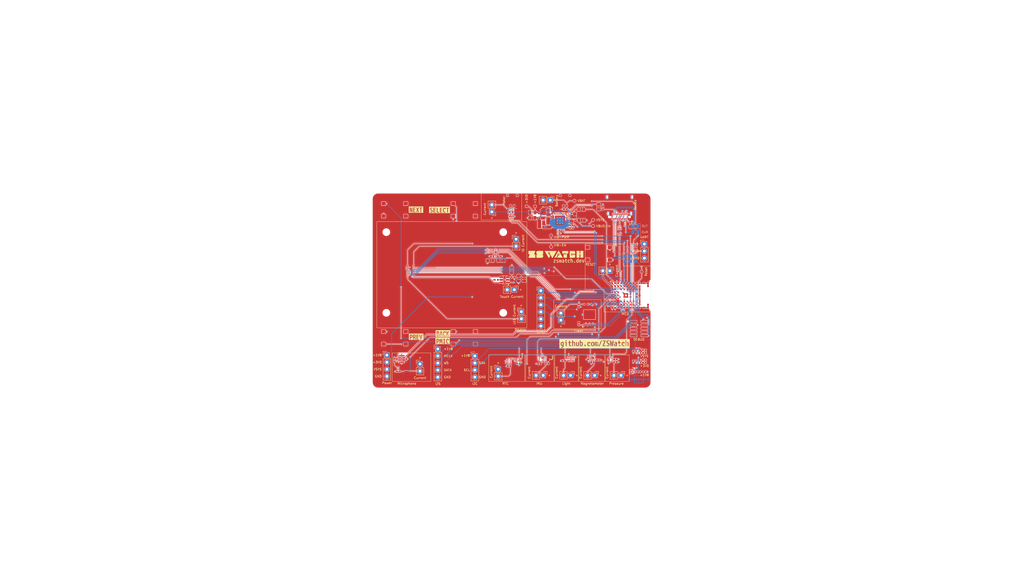
<source format=kicad_pcb>
(kicad_pcb (version 20241229) (generator "pcbnew") (generator_version "9.0")
  (title_block (title "Watch-DK") (date "2025-07-13") (rev "${REVISION}") (comment 1 "${COMPANY}"))
  (layers (0 "F.Cu" signal) (4 "In1.Cu" power "Inner1 (GND)") (6 "In2.Cu" power "Inner2") (2 "B.Cu" signal) (13 "F.Paste" user) (15 "B.Paste" user) (5 "F.SilkS" user "F.Silkscreen") (7 "B.SilkS" user "B.Silkscreen") (1 "F.Mask" user) (3 "B.Mask" user) (25 "Edge.Cuts" user))
  (property "ASSEMBLY_NOTES" "")
  (property "BOARD_NAME" "Watch-DK")
  (property "COMPANY" "null")
  (property "DESIGNER" "Daniel Kampert")
  (property "FABRICATION_NOTES" "")
  (property "GIT_HASH_PCB" "")
  (property "GIT_HASH_SCH" "")
  (property "GIT_URL" "")
  (property "PROJECT_NAME" "Watch-DK")
  (property "RELEASE_BODY_UNRELEASED" "Version Unreleased not found.")
  (property "RELEASE_DATE" "06-Jun-2025")
  (property "RELEASE_DATE_NUM" "2025-06-06")
  (property "RELEASE_TITLE_UNRELEASED" "Version Unreleased not found.")
  (property "REVISION" "(Unreleased)")
  (property "SHEET_NAME_1" "Cover Page")
  (property "SHEET_NAME_10" "......................................")
  (property "SHEET_NAME_11" "......................................")
  (property "SHEET_NAME_12" "......................................")
  (property "SHEET_NAME_13" "......................................")
  (property "SHEET_NAME_14" "......................................")
  (property "SHEET_NAME_15" "......................................")
  (property "SHEET_NAME_16" "......................................")
  (property "SHEET_NAME_17" "......................................")
  (property "SHEET_NAME_18" "......................................")
  (property "SHEET_NAME_19" "......................................")
  (property "SHEET_NAME_2" "Block Diagram")
  (property "SHEET_NAME_20" "......................................")
  (property "SHEET_NAME_21" "......................................")
  (property "SHEET_NAME_22" "......................................")
  (property "SHEET_NAME_23" "......................................")
  (property "SHEET_NAME_24" "......................................")
  (property "SHEET_NAME_25" "......................................")
  (property "SHEET_NAME_26" "......................................")
  (property "SHEET_NAME_27" "......................................")
  (property "SHEET_NAME_28" "......................................")
  (property "SHEET_NAME_29" "......................................")
  (property "SHEET_NAME_3" "Project Architecture")
  (property "SHEET_NAME_30" "......................................")
  (property "SHEET_NAME_31" "......................................")
  (property "SHEET_NAME_32" "......................................")
  (property "SHEET_NAME_33" "......................................")
  (property "SHEET_NAME_34" "......................................")
  (property "SHEET_NAME_35" "......................................")
  (property "SHEET_NAME_36" "......................................")
  (property "SHEET_NAME_37" "......................................")
  (property "SHEET_NAME_38" "......................................")
  (property "SHEET_NAME_39" "......................................")
  (property "SHEET_NAME_4" "Power")
  (property "SHEET_NAME_40" "......................................")
  (property "SHEET_NAME_5" "Peripherals")
  (property "SHEET_NAME_6" "MCU")
  (property "SHEET_NAME_7" "Power - Sequencing")
  (property "SHEET_NAME_8" "Revision History")
  (property "SHEET_NAME_9" "......................................")
  (property "VARIANT" "PRELIMINARY")
  (net 0 "")
  (net 1 "GND")
  (net 2 "+1V8")
  (net 3 "LEDK2")
  (net 4 "LEDK1")
  (net 5 "/Project Architecture/Peripherals/VBAT")
  (net 6 "DISPLAY-BLK")
  (net 7 "QSPI-CS")
  (net 8 "QSPI-IO1")
  (net 9 "QSPI-IO2")
  (net 10 "QSPI-IO0")
  (net 11 "QSPI-CLK")
  (net 12 "QSPI-IO3")
  (net 13 "TOUCH-INT")
  (net 14 "TOUCH-SCL")
  (net 15 "TOUCH-SDA")
  (net 16 "TOUCH-RST")
  (net 17 "DISPLAY-EN")
  (net 18 "RESETn")
  (net 19 "DISPLAY-CS")
  (net 20 "DISPLAY-CLK")
  (net 21 "+3V0")
  (net 22 "/Project Architecture/Peripherals/VSYS")
  (net 23 "/Project Architecture/MCU/CC2")
  (net 24 "DISPLAY-DC")
  (net 25 "DISPLAY-RST")
  (net 26 "DISPLAY-DATA")
  (net 27 "/Project Architecture/MCU/PMIC-INT")
  (net 28 "/Project Architecture/MCU/CC1")
  (net 29 "/Project Architecture/MCU/SW2")
  (net 30 "/Project Architecture/MCU/SDA")
  (net 31 "/Project Architecture/MCU/SCL")
  (net 32 "/Project Architecture/MCU/~{RTC-INT}")
  (net 33 "SWDCLK")
  (net 34 "SWDIO")
  (net 35 "/Project Architecture/MCU/BMI270-INT")
  (net 36 "/Project Architecture/MCU/LIS2MDL-INT")
  (net 37 "/Project Architecture/MCU/VIB-PWM")
  (net 38 "USB-D-")
  (net 39 "USB-D+")
  (net 40 "/Project Architecture/MCU/VIB-EN")
  (net 41 "/Project Architecture/MCU/D+")
  (net 42 "TxD")
  (net 43 "/Project Architecture/MCU/D-")
  (net 44 "/Project Architecture/MCU/USB-VBUS-In")
  (net 45 "RxD")
  (net 46 "/Project Architecture/MCU/SW1")
  (net 47 "/Project Architecture/MCU/Data")
  (net 48 "/Project Architecture/MCU/SW4")
  (net 49 "/Project Architecture/MCU/SW3")
  (net 50 "/Project Architecture/MCU/MIC-CLK")
  (net 51 "/Project Architecture/MCU/WS")
  (net 52 "/Project Architecture/MCU/USB-VBUS-Out")
  (net 53 "/Project Architecture/MCU/MIC-EN")
  (net 54 "/Project Architecture/MCU/MIC-DATA")
  (net 55 "/Project Architecture/MCU/MCLK")
  (net 56 "Net-(D401-A)")
  (net 57 "Net-(D402-A)")
  (net 58 "Net-(D403-A)")
  (net 59 "Net-(D402-K)")
  (net 60 "Net-(Q401-PadD)")
  (net 61 "Net-(Q404-PadD)")
  (net 62 "Net-(IC601-VIN)")
  (net 63 "Net-(IC603-VCC)")
  (net 64 "Net-(IC604-VCCA)")
  (net 65 "Net-(IC604-VCCB)")
  (net 66 "Net-(IC601-ISET)")
  (net 67 "Net-(IC604-B1)")
  (net 68 "Net-(IC604-B3)")
  (net 69 "Net-(IC604-B2)")
  (net 70 "Net-(IC604-B4)")
  (net 73 "Net-(M601A-VDDH)")
  (net 77 "Net-(M601C-P1.14)")
  (net 78 "Net-(M601B-P0.05{slash}AIN1)")
  (net 84 "Net-(M601B-P0.04{slash}AIN0)")
  (net 87 "Net-(M601B-P0.22)")
  (net 89 "Net-(X603-CC1)")
  (net 90 "Net-(X603-CC2)")
  (net 91 "Net-(X603-RX1-)")
  (net 92 "Net-(X603-RX1+)")
  (net 93 "Net-(X603-TX1+)")
  (net 94 "Net-(X603-TX1-)")
  (net 95 "Net-(X603-SBU1)")
  (net 100 "Net-(X607-Pin_2)")
  (net 101 "Net-(X608-LEDA1)")
  (net 102 "Net-(X608-CTP-VDD)")
  (net 104 "Net-(IC501-VDD)")
  (net 105 "Net-(MK501-VDD)")
  (net 106 "Net-(IC502-VDD)")
  (net 107 "Net-(IC503-C1)")
  (net 108 "Net-(IC503-VDD)")
  (net 109 "Net-(IC504-VDD)")
  (net 110 "Net-(IC505-VDD)")
  (net 122 "Net-(IC505-OUT+)")
  (net 123 "Net-(IC505-OUT-)")
  (net 125 "Net-(X503-Pin_2)")
  (net 126 "Net-(IC401-VBUS)")
  (net 127 "Net-(IC401-VBUSOUT)")
  (net 128 "Net-(IC401-VOUT2)")
  (net 129 "Net-(IC401-VOUT1)")
  (net 130 "Net-(D401-K)")
  (net 131 "Net-(IC401-SW1)")
  (net 132 "Net-(IC401-SW2)")
  (net 133 "Net-(IC401-VSET1)")
  (net 136 "Net-(IC401-VSET2)")
  (net 146 "Net-(IC507-VDD)")
  (net 147 "Net-(IC506-SDA_{2})")
  (net 148 "Net-(IC506-SCL_{2})")
  (net 149 "Net-(IC506-EN)")
  (footprint "Resistor_SMD:R_0805_2012Metric" (layer "F.Cu") (at 251.6125 126.1)
    (property "Reference" "R605" (hide yes))
    (property "Value" "0R" (hide yes))
  )
  (footprint "Resistor_SMD:R_0805_2012Metric" (layer "F.Cu") (at 233.2 123.749 180)
    (property "Reference" "R409" (hide yes))
    (property "Value" "0R" (hide yes))
  )
  (footprint "Package_DFN_Kampi:DFN-1006-3" (layer "F.Cu") (at 253.9 171.4)
    (property "Reference" "Q403" (hide yes))
    (property "Value" "PMZ550UNEYL" (hide yes))
  )
  (footprint "Resistor_SMD:R_0805_2012Metric" (layer "F.Cu") (at 204.1875 138.2)
    (property "Reference" "R615" (hide yes))
    (property "Value" "0R" (hide yes))
  )
  (footprint "Package_TO_SOT_SMD:SOT-666" (layer "F.Cu") (at 246.8 127.7875 -90)
    (property "Reference" "IC602" (hide yes))
    (property "Value" "USBLC6-2P6" (hide yes))
  )
  (footprint "Resistor_SMD:R_0402_1005Metric" (layer "F.Cu") (at 250.8 178.2 90)
    (property "Reference" "R403" (hide yes))
    (property "Value" "100k" (hide yes))
  )
  (footprint "Wuerth:WS-TASV-6x6" (layer "F.Cu") (at 166 166)
    (property "Reference" "S503" (hide yes))
    (property "Value" "SW3" (hide yes))
  )
  (footprint "TestPoint:TestPoint_Pad_D1.0mm" (layer "F.Cu") (at 222.2 129.2)
    (property "Reference" "TP502" (hide yes))
    (property "Value" "VIB-PWM")
  )
  (footprint "Connector_PinHeader_2.54mm:PinHeader_1x02_P2.54mm_Vertical" (layer "F.Cu") (at 200.9 120.7 180)
    (property "Reference" "X508" (hide yes))
    (property "Value" "Current")
  )
  (footprint "Wuerth:WS-TASV-6x6" (layer "F.Cu") (at 166 120)
    (property "Reference" "S504" (hide yes))
    (property "Value" "SW4" (hide yes))
  )
  (footprint "Resistor_SMD:R_0805_2012Metric" (layer "F.Cu") (at 212.5 144.6 -90)
    (property "Reference" "R613" (hide yes))
    (property "Value" "100k" (hide yes))
  )
  (footprint "Samtec:SHF-105-01-L-D-SM-TR" (layer "F.Cu") (at 253.75 162.677)
    (property "Reference" "X601" (hide yes))
    (property "Value" "DEBUG")
  )
  (footprint "Package_DFN_QFN:QFN-32-1EP_5x5mm_P0.5mm_EP3.6x3.6mm_ThermalVias" (layer "F.Cu") (at 225.38779 123.8304)
    (property "Reference" "IC401" (hide yes))
    (property "Value" "nPM1300-QEXX" (hide yes))
  )
  (footprint "Connector_PinHeader_2.54mm:PinHeader_1x02_P2.54mm_Vertical" (layer "F.Cu") (at 175.1 175.4)
    (property "Reference" "X503" (hide yes))
    (property "Value" "Current")
  )
  (footprint "Molex:78171-0002" (layer "F.Cu") (at 208.25 116.7 180)
    (property "Reference" "X509" (hide yes))
    (property "Value" "Motor")
  )
  (footprint "Broadcom:Broadcom_DFN-6_2x2mm_P0.65mm" (layer "F.Cu") (at 229.2925 173.55)
    (property "Reference" "IC501" (hide yes))
    (property "Value" "APDS-9306-065" (hide yes))
  )
  (footprint "MountingHole:MountingHole_2.5mm" (layer "F.Cu") (at 205 157)
    (property "Reference" "REF**" (hide yes))
    (property "Value" "MountingHole_2.5mm" (hide yes))
  )
  (footprint "Connector_PinHeader_2.54mm:PinHeader_1x02_P2.54mm_Vertical" (layer "F.Cu") (at 211.5 156.6)
    (property "Reference" "X610" (hide yes))
    (property "Value" "LED Current")
  )
  (footprint "Connector_PinHeader_2.54mm:PinHeader_1x04_P2.54mm_Vertical" (layer "F.Cu") (at 163.2 172.22)
    (property "Reference" "X403" (hide yes))
    (property "Value" "Power")
  )
  (footprint "Capacitor_SMD:C_0402_1005Metric" (layer "F.Cu") (at 227.3 119.8 180)
    (property "Reference" "C403" (hide yes))
    (property "Value" "2u2" (hide yes))
  )
  (footprint "Connector_PinHeader_2.54mm:PinHeader_1x04_P2.54mm_Vertical" (layer "F.Cu") (at 194.8 172.49)
    (property "Reference" "X504" (hide yes))
    (property "Value" "I2C")
  )
  (footprint "kibuzzard-68304292" (layer "F.Cu") (at 173.65 119.9)
    (property "Reference" "kibuzzard-68304292" (hide yes))
    (property "Value" "G***" (hide yes))
  )
  (footprint "Connector_PinHeader_2.54mm:PinHeader_1x02_P2.54mm_Vertical" (layer "F.Cu") (at 225.7 159.64 180)
    (property "Reference" "X606" (hide yes))
    (property "Value" "Current")
  )
  (footprint "Package_QFN:WQFN-10_2x2mm_P0.5mm" (layer "F.Cu") (at 207.85 122.35 90)
    (property "Reference" "IC505" (hide yes))
    (property "Value" "DRV2603RUNT" (hide yes))
  )
  (footprint "Connector_PinHeader_2.54mm:PinHeader_1x02_P2.54mm_Vertical" (layer "F.Cu") (at 221.865 116.5 -90)
    (property "Reference" "X401" (hide yes))
    (property "Value" "Battery" (hide yes))
  )
  (footprint "Connector_PinHeader_2.54mm:PinHeader_1x02_P2.54mm_Vertical" (layer "F.Cu") (at 229.2 179.5 -90)
    (property "Reference" "X501" (hide yes))
    (property "Value" "Current")
  )
  (footprint "Connector_PinHeader_2.54mm:PinHeader_1x05_P2.54mm_Vertical" (layer "F.Cu") (at 181.5 169.98)
    (property "Reference" "X502" (hide yes))
    (property "Value" "I2S")
  )
  (footprint "Connector_PinHeader_2.54mm:PinHeader_1x02_P2.54mm_Vertical" (layer "F.Cu") (at 237.84 179.5 -90)
    (property "Reference" "X506" (hide yes))
    (property "Value" "Current")
  )
  (footprint "kibuzzard-68303879" (layer "F.Cu") (at 237.8 168.1)
    (property "Reference" "kibuzzard-68303879" (hide yes))
    (property "Value" "G***" (hide yes))
  )
  (footprint "Capacitor_SMD:C_0402_1005Metric" (layer "F.Cu") (at 235.5 173.275 -90)
    (property "Reference" "C505" (hide yes))
    (property "Value" "220n" (hide yes))
  )
  (footprint "Connector_PinHeader_2.54mm:PinHeader_1x02_P2.54mm_Vertical" (layer "F.Cu") (at 209.6 130.525)
    (property "Reference" "X607" (hide yes))
    (property "Value" "IO Current")
  )
  (footprint "Resistor_SMD:R_0402_1005Metric" (layer "F.Cu") (at 255.7 170.4 180)
    (property "Reference" "R405" (hide yes))
    (property "Value" "560R" (hide yes))
  )
  (footprint "Capacitor_SMD:C_0402_1005Metric" (layer "F.Cu") (at 230 121.3)
    (property "Reference" "C404" (hide yes))
    (property "Value" "1u" (hide yes))
  )
  (footprint "Capacitor_SMD:C_0402_1005Metric" (layer "F.Cu") (at 207.1 176.22 180)
    (property "Reference" "C511" (hide yes))
    (property "Value" "100n" (hide yes))
  )
  (footprint "Package_SON:WSON-8-1EP_8x6mm_P1.27mm_EP3.4x4.3mm" (layer "F.Cu") (at 235.995 157.65 90)
    (property "Reference" "IC603" (hide yes))
    (property "Value" "MX25U51245GZ4I00" (hide yes))
  )
  (footprint "kibuzzard-68304289" (layer "F.Cu") (at 183.3 164.4)
    (property "Reference" "kibuzzard-68304289" (hide yes))
    (property "Value" "G***" (hide yes))
  )
  (footprint "Resistor_SMD:R_0402_1005Metric" (layer "F.Cu") (at 240.8 119.3 -90)
    (property "Reference" "R604" (hide yes))
    (property "Value" "5k1" (hide yes))
  )
  (footprint "TestPoint:TestPoint_Pad_D1.0mm" (layer "F.Cu") (at 216.4 118.7)
    (property "Reference" "TP403" (hide yes))
    (property "Value" "+1V8")
  )
  (footprint "Package_SON_Kampi:XSON-8_0.65x0.17mm_P0.35mm" (layer "F.Cu") (at 210.3 173.975 180)
    (property "Reference" "IC506" (hide yes))
    (property "Value" "PCA9306JK" (hide yes))
  )
  (footprint "TestPoint:TestPoint_Pad_D1.0mm" (layer "F.Cu") (at 213.4 118.7)
    (property "Reference" "TP404" (hide yes))
    (property "Value" "+3V0")
  )
  (footprint "Capacitor_SMD:C_0402_1005Metric" (layer "F.Cu") (at 232.17 154.4 90)
    (property "Reference" "C602" (hide yes))
    (property "Value" "100n" (hide yes))
  )
  (footprint "Connector_PinHeader_2.54mm:PinHeader_1x02_P2.54mm_Vertical" (layer "F.Cu") (at 219.34 179.5 -90)
    (property "Reference" "X505" (hide yes))
    (property "Value" "Current")
  )
  (footprint "Knowles:SPK0641HT4H-1" (layer "F.Cu") (at 168.485 173.575 -90)
    (property "Reference" "MK501" (hide yes))
    (property "Value" "SPK0641HT4H-1" (hide yes))
  )
  (footprint "Connector_PinHeader_2.54mm:PinHeader_1x03_P2.54mm_Vertical" (layer "F.Cu") (at 255.7 132.27)
    (property "Reference" "X604" (hide yes))
    (property "Value" "UART")
  )
  (footprint "Resistor_SMD:R_0402_1005Metric" (layer "F.Cu") (at 167.3 178.1)
    (property "Reference" "R501" (hide yes))
    (property "Value" "100k" (hide yes))
  )
  (footprint "Package_DFN_Kampi:DFN-1006-3" (layer "F.Cu") (at 167.2 176.8 90)
    (property "Reference" "Q501" (hide yes))
    (property "Value" "PMZB320UPEYL" (hide yes))
  )
  (footprint "Resistor_SMD:R_0805_2012Metric" (layer "F.Cu") (at 215.5 120.9)
    (property "Reference" "R410" (hide yes))
    (property "Value" "0R" (hide yes))
  )
  (footprint "Resistor_SMD:R_0805_2012Metric" (layer "F.Cu") (at 200.275 138.2 180)
    (property "Reference" "R616" (hide yes))
    (property "Value" "0R" (hide yes))
  )
  (footprint "Resistor_SMD:R_0402_1005Metric" (layer "F.Cu") (at 251.21 124.6)
    (property "Reference" "R603" (hide yes))
    (property "Value" "5k1" (hide yes))
  )
  (footprint "Resistor_SMD:R_0402_1005Metric" (layer "F.Cu") (at 229.47941 126.5384 180)
    (property "Reference" "R408" (hide yes))
    (property "Value" "100k" (hide yes))
  )
  (footprint "Molex:78171-0002" (layer "F.Cu") (at 227.2 116.7 180)
    (property "Reference" "X402" (hide yes))
    (property "Value" "Battery")
  )
  (footprint "Capacitor_SMD:C_0402_1005Metric" (layer "F.Cu") (at 218.02 175.3325 180)
    (property "Reference" "C503" (hide yes))
    (property "Value" "100n" (hide yes))
  )
  (footprint "Micro Crystal:RV-8263-C8" (layer "F.Cu") (at 207.1 174.535)
    (property "Reference" "IC507" (hide yes))
    (property "Value" "RV-8263-C8" (hide yes))
  )
  (footprint "kibuzzard-68304278" (layer "F.Cu") (at 173.7 165.6)
    (property "Reference" "kibuzzard-68304278" (hide yes))
    (property "Value" "G***" (hide yes))
  )
  (footprint "Connector_PinHeader_2.54mm:PinHeader_1x02_P2.54mm_Vertical" (layer "F.Cu") (at 247.3 179.5 -90)
    (property "Reference" "X507" (hide yes))
    (property "Value" "Current")
  )
  (footprint "Package_LGA_Kampi:Bosch_LGA-10_2x2mm_P0.5mm_ClockwisePinNumbering" (layer "F.Cu") (at 243.3 173.7575 -90)
    (property "Reference" "IC504" (hide yes))
    (property "Value" "BMP581" (hide yes))
  )
  (footprint "Capacitor_SMD:C_0402_1005Metric" (layer "F.Cu") (at 207.8 120.7 180)
    (property "Reference" "C510" (hide yes))
    (property "Value" "100n" (hide yes))
  )
  (footprint "TestPoint:TestPoint_Pad_D1.0mm" (layer "F.Cu") (at 222.2 133.3)
    (property "Reference" "TP501" (hide yes))
    (property "Value" "VIB-EN")
  )
  (footprint "LED_SMD:LED_0402_1005Metric" (layer "F.Cu") (at 255.7 178.2 180)
    (property "Reference" "D403" (hide yes))
    (property "Value" "+1V8")
  )
  (footprint "kibuzzard-6830428E" (layer "F.Cu") (at 182.1 120)
    (property "Reference" "kibuzzard-6830428E" (hide yes))
    (property "Value" "G***" (hide yes))
  )
  (footprint "Connector_USB:USB_C_Receptacle_Amphenol_12401610E4-2A" (layer "F.Cu") (at 246.8 118.2 180)
    (property "Reference" "X603" (hide yes))
    (property "Value" "Device")
  )
  (footprint "TestPoint:TestPoint_Pad_D1.0mm" (layer "F.Cu") (at 254.7 142.2)
    (property "Reference" "TP601" (hide yes))
    (property "Value" "Reset")
  )
  (footprint "Capacitor_SMD:C_0603_1608Metric" (layer "F.Cu") (at 221.15141 125.4084 -90)
    (property "Reference" "C408" (hide yes))
    (property "Value" "10u" (hide yes))
  )
  (footprint "Resistor_SMD:R_0402_1005Metric" (layer "F.Cu") (at 255.7 173.9 180)
    (property "Reference" "R404" (hide yes))
    (property "Value" "560R" (hide yes))
  )
  (footprint "Capacitor_SMD:C_0402_1005Metric" (layer "F.Cu") (at 165.9 174.02 90)
    (property "Reference" "C502" (hide yes))
    (property "Value" "100n" (hide yes))
  )
  (footprint "Package_LGA_Kampi:Bosch_LGA-14_3x2.5mm_P0.5mm_LayoutBorder3x4y" (layer "F.Cu") (at 219.1 173.55)
    (property "Reference" "IC502" (hide yes))
    (property "Value" "BMI270" (hide yes))
  )
  (footprint "Resistor_SMD:R_0805_2012Metric" (layer "F.Cu") (at 239.3 118.9 -90)
    (property "Reference" "R606" (hide yes))
    (property "Value" "0R" (hide yes))
  )
  (footprint "Inductor_SMD_Kampi:L_0806_2016" (layer "F.Cu") (at 218.73841 124.6594)
    (property "Reference" "L401" (hide yes))
    (property "Value" "2u2" (hide yes))
  )
  (footprint "uBlox:NORA-B106" (layer "F.Cu") (at 251 150.75)
    (property "Reference" "M601" (hide yes))
    (property "Value" "NORA-B106" (hide yes))
  )
  (footprint "LED_SMD:LED_0402_1005Metric" (layer "F.Cu") (at 255.7 174.9)
    (property "Reference" "D401" (hide yes))
    (property "Value" "+3V0")
  )
  (footprint "Capacitor_SMD:C_0603_1608Metric" (layer "F.Cu") (at 221.15141 122.3734 90)
    (property "Reference" "C406" (hide yes))
    (property "Value" "10u" (hide yes))
  )
  (footprint "Capacitor_SMD:C_0402_1005Metric" (layer "F.Cu") (at 221.8096 119.9304 180)
    (property "Reference" "C407" (hide yes))
    (property "Value" "10u" (hide yes))
  )
  (footprint "Capacitor_SMD:C_0402_1005Metric" (layer "F.Cu") (at 218.77941 126.1384)
    (property "Reference" "C405" (hide yes))
    (property "Value" "10u" (hide yes))
  )
  (footprint "Capacitor_SMD:C_0402_1005Metric" (layer "F.Cu") (at 226.7075 174.2 180)
    (property "Reference" "C501" (hide yes))
    (property "Value" "100n" (hide yes))
  )
  (footprint "Connector_PinHeader_2.54mm:PinHeader_1x02_P2.54mm_Vertical" (layer "F.Cu") (at 208.975 148.7 -90)
    (property "Reference" "X609" (hide yes))
    (property "Value" "Touch Current")
  )
  (footprint "Capacitor_SMD:C_0402_1005Metric" (layer "F.Cu") (at 220.7 175.3 180)
    (property "Reference" "C504" (hide yes))
    (property "Value" "100n" (hide yes))
  )
  (footprint "Capacitor_SMD:C_0402_1005Metric" (layer "F.Cu") (at 208.5 144.1875 180)
    (property "Reference" "C601" (hide yes))
    (property "Value" "1u" (hide yes))
  )
  (footprint "Package_LGA_Kampi:LGA-12_2x2mm_P0.5mm" (layer "F.Cu") (at 237.0625 173.225 -90)
    (property "Reference" "IC503" (hide yes))
    (property "Value" "LIS2MDLTR" (hide yes))
  )
  (footprint "Capacitor_SMD:C_0402_1005Metric" (layer "F.Cu") (at 239.1 173.975)
    (property "Reference" "C506" (hide yes))
    (property "Value" "10u" (hide yes))
  )
  (footprint "Inductor_SMD_Kampi:L_0806_2016" (layer "F.Cu") (at 219.24641 122.1194 -90)
    (property "Reference" "L402" (hide yes))
    (property "Value" "2u2" (hide yes))
  )
  (footprint "Capacitor_SMD:C_0603_1608Metric" (layer "F.Cu") (at 229.59062 123.269 90)
    (property "Reference" "C409" (hide yes))
    (property "Value" "10u" (hide yes))
  )
  (footprint "Resistor_SMD:R_0805_2012Metric" (layer "F.Cu") (at 208.02 141.6875 -90)
    (property "Reference" "R602" (hide yes))
    (property "Value" "0R" (hide yes))
  )
  (footprint "Resistor_SMD:R_0402_1005Metric" (layer "F.Cu") (at 252.2 170.8 180)
    (property "Reference" "R402" (hide yes))
    (property "Value" "100k" (hide yes))
  )
  (footprint "Wuerth:WS-TASV-6x6" (layer "F.Cu") (at 191 166)
    (property "Reference" "S502" (hide yes))
    (property "Value" "SW2" (hide yes))
  )
  (footprint "MountingHole:MountingHole_2.5mm" (layer "F.Cu") (at 163 157)
    (property "Reference" "REF**" (hide yes))
    (property "Value" "MountingHole_2.5mm" (hide yes))
  )
  (footprint "Package_DFN_Kampi:DFN-1006-3" (layer "F.Cu") (at 252 177 180)
    (property "Reference" "Q401" (hide yes))
    (property "Value" "PMZ550UNEYL" (hide yes))
  )
  (footprint "Capacitor_SMD:C_0402_1005Metric" (layer "F.Cu") (at 245.3 173.7 180)
    (property "Reference" "C508" (hide yes))
    (property "Value" "100n" (hide yes))
  )
  (footprint "Resistor_SMD:R_0805_2012Metric" (layer "F.Cu") (at 215.5 122.9)
    (property "Reference" "R411" (hide yes))
    (property "Value" "0R" (hide yes))
  )
  (footprint "Resistor_SMD:R_0402_1005Metric" (layer "F.Cu") (at 202.5 145.1375)
    (property "Reference" "R601" (hide yes))
    (property "Value" "12k" (hide yes))
  )
  (footprint "MountingHole:MountingHole_2.5mm" (layer "F.Cu") (at 205 128)
    (property "Reference" "REF**" (hide yes))
    (property "Value" "MountingHole_2.5mm" (hide yes))
  )
  (footprint "Package_TO_SOT_SMD:TSOT-23-6" (layer "F.Cu") (at 205.5 145.1375 180)
    (property "Reference" "IC601" (hide yes))
    (property "Value" "FAN5622SX" (hide yes))
  )
  (footprint "kibuzzard-68304463" (layer "F.Cu") (at 228.6 138.2)
    (property "Reference" "kibuzzard-68304463" (hide yes))
    (property "Value" "G***" (hide yes))
  )
  (footprint "Resistor_SMD:R_0805_2012Metric" (layer "F.Cu") (at 233 119.8)
    (property "Reference" "R412" (hide yes))
    (property "Value" "0R" (hide yes))
  )
  (footprint "Connector_PinHeader_2.54mm:PinHeader_1x02_P2.54mm_Vertical" (layer "F.Cu") (at 203.2 177.26)
    (property "Reference" "X510" (hide yes))
    (property "Value" "Current")
  )
  (footprint "Connector_PinHeader_2.54mm:PinHeader_1x06_P2.54mm_Vertical" (layer "F.Cu") (at 218.5 149.05)
    (property "Reference" "X605" (hide yes))
    (property "Value" "GPIO")
  )
  (footprint "Resistor_SMD:R_0402_1005Metric" (layer "F.Cu") (at 232.17 160.91 -90)
    (property "Reference" "R612" (hide yes))
    (property "Value" "100k" (hide yes))
  )
  (footprint "Wuerth:WS-TASV-6x6" (layer "F.Cu") (at 191 120)
    (property "Reference" "S501" (hide yes))
    (property "Value" "SW1" (hide yes))
  )
  (footprint "MountingHole:MountingHole_2.5mm" (layer "F.Cu") (at 163 128)
    (property "Reference" "REF**" (hide yes))
    (property "Value" "MountingHole_2.5mm" (hide yes))
  )
  (footprint "Capacitor_SMD:C_0402_1005Metric" (layer "F.Cu") (at 231 123.3 90)
    (property "Reference" "C401" (hide yes))
    (property "Value" "1u" (hide yes))
  )
  (footprint "Resistor_SMD:R_0402_1005Metric" (layer "F.Cu") (at 253.7 178.2 180)
    (property "Reference" "R406" (hide yes))
    (property "Value" "560R" (hide yes))
  )
  (footprint "TestPoint:TestPoint_Pad_D1.0mm" (layer "F.Cu") (at 230.6 116.725)
    (property "Reference" "TP402" (hide yes))
    (property "Value" "VBAT")
  )
  (footprint "Capacitor_SMD:C_0402_1005Metric" (layer "F.Cu") (at 201.075 136.7 180)
    (property "Reference" "C604" (hide yes))
    (property "Value" "100n" (hide yes))
  )
  (footprint "EastRising:ER-CON0.4-24P" (layer "F.Cu") (at 171.7 142.1 90)
    (property "Reference" "X608" (hide yes))
    (property "Value" "Display" (hide yes))
  )
  (footprint "LED_SMD:LED_0402_1005Metric" (layer "F.Cu") (at 255.7 171.4)
    (property "Reference" "D402" (hide yes))
    (property "Value" "VSYS")
  )
  (footprint "Capacitor_SMD:C_0402_1005Metric" (layer "F.Cu") (at 245.3 174.7)
    (property "Reference" "C509" (hide yes))
    (property "Value" "100n" (hide yes))
  )
  (footprint "Capacitor_SMD:C_0402_1005Metric" (layer "F.Cu") (at 225.13779 127.9 -90)
    (property "Reference" "C402" (hide yes))
    (property "Value" "100n" (hide yes))
  )
  (footprint "kibuzzard-683075F5" (layer "F.Cu") (at 183.2 167.1)
    (property "Reference" "kibuzzard-683075F5" (hide yes))
    (property "Value" "G***" (hide yes))
  )
  (footprint "Package_QFN:XQFN-12-1.7x2mm_P0.4mm" (layer "F.Cu") (at 202.295 134.95 180)
    (property "Reference" "IC604" (hide yes))
    (property "Value" "NTS0104GU12" (hide yes))
  )
  (footprint "Resistor_SMD:R_0402_1005Metric" (layer "F.Cu") (at 229.47941 125.5804 180)
    (property "Reference" "R407" (hide yes))
    (property "Value" "47k" (hide yes))
  )
  (footprint "TestPoint:TestPoint_Pad_D1.0mm" (layer "F.Cu") (at 237.3 125.8)
    (property "Reference" "TP401" (hide yes))
    (property "Value" "VBUS-In")
  )
  (footprint "Package_DFN_Kampi:DFN-1006-3" (layer "F.Cu") (at 252 178.2)
    (property "Reference" "Q404" (hide yes))
    (property "Value" "PMZB320UPEYL" (hide yes))
  )
  (footprint "Resistor_SMD:R_0805_2012Metric" (layer "F.Cu") (at 210.5 144.6 90)
    (property "Reference" "R614" (hide yes))
    (property "Value" "100k" (hide yes))
  )
  (footprint "Capacitor_SMD:C_0402_1005Metric" (layer "F.Cu") (at 237.1 174.775 180)
    (property "Reference" "C507" (hide yes))
    (property "Value" "100n" (hide yes))
  )
  (footprint "Resistor_SMD:R_0402_1005Metric" (layer "F.Cu") (at 252.2 174.3 180)
    (property "Reference" "R401" (hide yes))
    (property "Value" "100k" (hide yes))
  )
  (footprint "TestPoint:TestPoint_Pad_D1.0mm" (layer "F.Cu") (at 237.3 123.6)
    (property "Reference" "TP405" (hide yes))
    (property "Value" "VSYS")
  )
  (footprint "Package_DFN_Kampi:DFN-1006-3" (layer "F.Cu") (at 253.9 174.9)
    (property "Reference" "Q402" (hide yes))
    (property "Value" "PMZ550UNEYL" (hide yes))
  )
  (footprint "Resistor_SMD:R_0402_1005Metric" (layer "F.Cu") (at 210.4 175.2)
    (property "Reference" "R502" (hide yes))
    (property "Value" "100k" (hide yes))
  )
  (footprint "Wuerth:WS-TASV-6x6" (layer "F.Cu") (at 239.3 135.7 180)
    (property "Reference" "S601" (hide yes))
    (property "Value" "RESET")
  )
  (footprint "footprints:Logo" (layer "F.Cu") (at 223.8 135.9)
    (property "Reference" "G***" (hide yes))
    (property "Value" "LOGO" (hide yes))
  )
  (footprint "Capacitor_SMD:C_0402_1005Metric" (layer "F.Cu") (at 203.5375 136.7)
    (property "Reference" "C603" (hide yes))
    (property "Value" "100n" (hide yes))
  )
  (footprint "Connector_PinHeader_2.54mm:PinHeader_1x02_P2.54mm_Vertical" (layer "F.Cu") (at 243.3 141.9 -90)
    (property "Reference" "X602" (hide yes))
    (property "Value" "Current")
  )
  (footprint "Resistor_SMD:R_0805_2012Metric" (layer "B.Cu") (at 248.6 137.6 90)
    (property "Reference" "R607" (hide yes))
    (property "Value" "0R" (hide yes))
  )
  (footprint "Resistor_SMD:R_0805_2012Metric" (layer "B.Cu") (at 252.6 137.6 90)
    (property "Reference" "R611" (hide yes))
    (property "Value" "0R" (hide yes))
  )
  (footprint "Resistor_SMD:R_0805_2012Metric" (layer "B.Cu") (at 250.6 137.6 90)
    (property "Reference" "R608" (hide yes))
    (property "Value" "0R" (hide yes))
  )
  (footprint "Resistor_SMD:R_0805_2012Metric" (layer "B.Cu") (at 252.5 128 180)
    (property "Reference" "R609" (hide yes))
    (property "Value" "0R" (hide yes))
  )
  (footprint "Resistor_SMD:R_0805_2012Metric" (layer "B.Cu") (at 252.4 125.8 180)
    (property "Reference" "R610" (hide yes))
    (property "Value" "0R" (hide yes))
  )
  (gr_rect (start 252.1 179.6) (end 255.4 182.2) (stroke (width 0.2)) (fill no) (layer "B.Cu"))
  (gr_rect (start 199.8 172.1) (end 212.7 181.7) (stroke (width 0.1)) (fill no) (layer "F.SilkS"))
  (gr_rect (start 159.6 124.2) (end 213.5 162.4) (stroke (width 0.1)) (fill no) (layer "F.SilkS"))
  (gr_line (start 234.4 132.2) (end 248.1 132.2) (stroke (width 0.1)) (layer "F.SilkS"))
  (gr_line (start 248.1 140.15) (end 248.1 132.2) (stroke (width 0.1)) (layer "F.SilkS"))
  (gr_rect (start 223.5 172.1275) (end 231.9 181.7) (stroke (width 0.1)) (fill no) (layer "F.SilkS"))
  (gr_rect (start 241.7 172.1) (end 250.3 181.7) (stroke (width 0.1)) (fill no) (layer "F.SilkS"))
  (gr_circle (center 249.8 160.12) (end 250 160.12) (stroke (width 0.4)) (fill no) (layer "F.SilkS"))
  (gr_line (start 241.2 156.65) (end 257.85 156.65) (stroke (width 0.1)) (layer "F.SilkS"))
  (gr_line (start 222.7 173.1365) (end 222.573 173.3905) (stroke (width 0.15)) (layer "F.SilkS"))
  (gr_line (start 234.4 148.6) (end 241.2 148.6) (stroke (width 0.1)) (layer "F.SilkS"))
  (gr_line (start 197.1 114.1) (end 197.1 123.7) (stroke (width 0.1)) (layer "F.SilkS"))
  (gr_line (start 211.6 114.1) (end 211.6 123.7) (stroke (width 0.1)) (layer "F.SilkS"))
  (gr_line (start 222.7 173.1365) (end 222.827 173.3905) (stroke (width 0.15)) (layer "F.SilkS"))
  (gr_line (start 222.7 173.1365) (end 222.7 173.8) (stroke (width 0.15)) (layer "F.SilkS"))
  (gr_line (start 257.85 140.15) (end 248.1 140.15) (stroke (width 0.1)) (layer "F.SilkS"))
  (gr_line (start 234.4 132.2) (end 234.4 148.6) (stroke (width 0.1)) (layer "F.SilkS"))
  (gr_rect (start 165.1 171.4) (end 179 181.7) (stroke (width 0.1)) (fill no) (layer "F.SilkS"))
  (gr_rect (start 223.15 152.3) (end 240.15 162.7) (stroke (width 0.1)) (fill no) (layer "F.SilkS"))
  (gr_line (start 197.1 123.7) (end 211.6 123.7) (stroke (width 0.1)) (layer "F.SilkS"))
  (gr_rect (start 213 172.1275) (end 223.2 181.7) (stroke (width 0.1)) (fill no) (layer "F.SilkS"))
  (gr_line (start 222.065 173.8) (end 222.319 173.673) (stroke (width 0.15)) (layer "F.SilkS"))
  (gr_line (start 222.065 173.8) (end 222.7 173.8) (stroke (width 0.15)) (layer "F.SilkS"))
  (gr_line (start 222.065 173.8) (end 222.319 173.927) (stroke (width 0.15)) (layer "F.SilkS"))
  (gr_line (start 241.2 148.6) (end 241.2 156.65) (stroke (width 0.1)) (layer "F.SilkS"))
  (gr_rect (start 232.2 172.1) (end 241.4 181.7) (stroke (width 0.1)) (fill no) (layer "F.SilkS"))
  (gr_line (start 251.75 136.4) (end 251.75 135.6) (stroke (width 0.1)) (layer "B.SilkS"))
  (gr_line (start 253.55 127.15) (end 254.35 127.15) (stroke (width 0.1)) (layer "B.SilkS"))
  (gr_line (start 253.55 128.85) (end 254.35 128.85) (stroke (width 0.1)) (layer "B.SilkS"))
  (gr_line (start 251.75 135.6) (end 253.45 135.6) (stroke (width 0.1)) (layer "B.SilkS"))
  (gr_line (start 247.75 136.4) (end 247.75 135.6) (stroke (width 0.1)) (layer "B.SilkS"))
  (gr_line (start 253.45 124.95) (end 254.25 124.95) (stroke (width 0.1)) (layer "B.SilkS"))
  (gr_line (start 253.45 126.65) (end 254.25 126.65) (stroke (width 0.1)) (layer "B.SilkS"))
  (gr_line (start 254.35 127.15) (end 254.35 128.85) (stroke (width 0.1)) (layer "B.SilkS"))
  (gr_line (start 251.45 135.6) (end 251.45 136.4) (stroke (width 0.1)) (layer "B.SilkS"))
  (gr_line (start 247.75 135.6) (end 251.45 135.6) (stroke (width 0.1)) (layer "B.SilkS"))
  (gr_line (start 254.25 124.95) (end 254.25 126.65) (stroke (width 0.1)) (layer "B.SilkS"))
  (gr_line (start 256 114) (end 160 114) (stroke (width 0.05)) (layer "Edge.Cuts"))
  (gr_line (start 160 184) (end 256 184) (stroke (width 0.05)) (layer "Edge.Cuts"))
  (gr_line (start 158 116) (end 158 182) (stroke (width 0.05)) (layer "Edge.Cuts"))
  (gr_arc (start 256 114) (mid 257.414214 114.585786) (end 258 116) (stroke (width 0.05)) (layer "Edge.Cuts"))
  (gr_arc (start 160 184) (mid 158.585786 183.414214) (end 158 182) (stroke (width 0.05)) (layer "Edge.Cuts"))
  (gr_line (start 258 182) (end 258 116) (stroke (width 0.05)) (layer "Edge.Cuts"))
  (gr_arc (start 258 182) (mid 257.414214 183.414214) (end 256 184) (stroke (width 0.05)) (layer "Edge.Cuts"))
  (gr_arc (start 158 116) (mid 158.585786 114.585786) (end 160 114) (stroke (width 0.05)) (layer "Edge.Cuts"))
  (gr_text "${REVISION}" (at 253.75 180.9 0) (layer "B.Cu") (effects (font (size 0.8 0.8) (thickness 0.12)) (justify mirror)))
  (gr_text "SDA" (at 196.2 175.03 0) (layer "F.SilkS") (effects (font (size 0.8 0.8) (thickness 0.12)) (justify left)))
  (gr_text "+" (at 203.2 175 0) (layer "F.SilkS") (effects (font (size 0.8 0.8) (thickness 0.12))))
  (gr_text "+" (at 209.6 128.2 0) (layer "F.SilkS") (effects (font (size 0.8 0.8) (thickness 0.12))))
  (gr_text "GND" (at 251.4 137.35 0) (layer "F.SilkS") (effects (font (size 0.8 0.8) (thickness 0.12)) (justify left)))
  (gr_text "+" (at 228.55 120.2 0) (layer "F.SilkS") (effects (font (size 0.8 0.8) (thickness 0.12)) (justify left bottom)))
  (gr_text "IMU" (at 216.8 182.9 0) (layer "F.SilkS") (effects (font (size 0.8 0.8) (thickness 0.12)) (justify left bottom)))
  (gr_text "SCL" (at 193.1 177.57 0) (layer "F.SilkS") (effects (font (size 0.8 0.8) (thickness 0.12)) (justify right)))
  (gr_text "+" (at 249.5 179.5 0) (layer "F.SilkS") (effects (font (size 0.8 0.8) (thickness 0.12))))
  (gr_text "-" (at 218.7 118.7 0) (layer "F.SilkS") (effects (font (size 0.8 0.8) (thickness 0.12)) (justify left)))
  (gr_text "MCU" (at 247.5 157.85 0) (layer "F.SilkS") (effects (font (size 0.8 0.8) (thickness 0.12)) (justify left bottom)))
  (gr_text "+1V8" (at 193.1 172.38 0) (layer "F.SilkS") (effects (font (size 0.8 0.8) (thickness 0.12)) (justify right)))
  (gr_text "GND" (at 196.2 180.11 0) (layer "F.SilkS") (effects (font (size 0.8 0.8) (thickness 0.12)) (justify left)))
  (gr_text "Display" (at 209 163.5 0) (layer "F.SilkS") (effects (font (size 0.8 0.8) (thickness 0.12)) (justify left bottom)))
  (gr_text "GND" (at 161.4 179.84 0) (layer "F.SilkS") (effects (font (size 0.8 0.8) (thickness 0.12)) (justify right)))
  (gr_text "+" (at 211.5 154.4 270) (layer "F.SilkS") (effects (font (size 0.8 0.8) (thickness 0.12))))
  (gr_text "+" (at 200.9 122.9 0) (layer "F.SilkS") (effects (font (size 0.8 0.8) (thickness 0.12))))
  (gr_text "-" (at 209.1 119.9 0) (layer "F.SilkS") (effects (font (size 0.8 0.8) (thickness 0.12)) (justify left bottom)))
  (gr_text "-" (at 224.95 120.2 0) (layer "F.SilkS") (effects (font (size 0.8 0.8) (thickness 0.12)) (justify left bottom)))
  (gr_text "TxD" (at 251.4 132.25 0) (layer "F.SilkS") (effects (font (size 0.8 0.8) (thickness 0.12)) (justify left)))
  (gr_text "GND" (at 183.6 180.14 0) (layer "F.SilkS") (effects (font (size 0.8 0.8) (thickness 0.12)) (justify left)))
  (gr_text "VSYS" (at 161.4 177.3 0) (layer "F.SilkS") (effects (font (size 0.8 0.8) (thickness 0.12)) (justify right)))
  (gr_text "+" (at 175.1 173.1 0) (layer "F.SilkS") (effects (font (size 0.8 0.8) (thickness 0.12))))
  (gr_text "Magnetometer" (at 232.7 182.9 0) (layer "F.SilkS") (effects (font (size 0.8 0.8) (thickness 0.12)) (justify left bottom)))
  (gr_text "RTC" (at 204.6 182.9 0) (layer "F.SilkS") (effects (font (size 0.8 0.8) (thickness 0.12)) (justify left bottom)))
  (gr_text "y" (at 221.7 173.6 0) (layer "F.SilkS") (effects (font (size 0.8 0.8) (thickness 0.12))))
  (gr_text "+" (at 243.3 139.6 0) (layer "F.SilkS") (effects (font (size 0.8 0.8) (thickness 0.12))))
  (gr_text "+1V8" (at 161.4 172.22 0) (layer "F.SilkS") (effects (font (size 0.8 0.8) (thickness 0.12)) (justify right)))
  (gr_text "MCLK" (at 183.6 172.52 0) (layer "F.SilkS") (effects (font (size 0.8 0.8) (thickness 0.12)) (justify left)))
  (gr_text "+" (at 225.7 161.8 0) (layer "F.SilkS") (effects (font (size 0.8 0.8) (thickness 0.12))))
  (gr_text "+1V8" (at 183.6 169.98 0) (layer "F.SilkS") (effects (font (size 0.8 0.8) (thickness 0.12)) (justify left)))
  (gr_text "Microphone" (at 166.9 182.9 0) (layer "F.SilkS") (effects (font (size 0.8 0.8) (thickness 0.12)) (justify left bottom)))
  (gr_text "+" (at 240 179.5 0) (layer "F.SilkS") (effects (font (size 0.8 0.8) (thickness 0.12))))
  (gr_text "Light" (at 226.1 182.9 0) (layer "F.SilkS") (effects (font (size 0.8 0.8) (thickness 0.12)) (justify left bottom)))
  (gr_text "+" (at 221.6 179.5 0) (layer "F.SilkS") (effects (font (size 0.8 0.8) (thickness 0.12))))
  (gr_text "WS" (at 183.6 175.06 0) (layer "F.SilkS") (effects (font (size 0.8 0.8) (thickness 0.12)) (justify left)))
  (gr_text "RxD" (at 251.4 134.8 0) (layer "F.SilkS") (effects (font (size 0.8 0.8) (thickness 0.12)) (justify left)))
  (gr_text "Flash" (at 230.4 163.9 0) (layer "F.SilkS") (effects (font (size 0.8 0.8) (thickness 0.12)) (justify left bottom)))
  (gr_text "+3V0" (at 161.4 174.76 0) (layer "F.SilkS") (effects (font (size 0.8 0.8) (thickness 0.12)) (justify right)))
  (gr_text "+" (at 206.5 119.9 0) (layer "F.SilkS") (effects (font (size 0.8 0.8) (thickness 0.12)) (justify left bottom)))
  (gr_text "x" (at 222.7 172.6 0) (layer "F.SilkS") (effects (font (size 0.8 0.8) (thickness 0.12))))
  (gr_text "Pressure" (at 243 182.9 0) (layer "F.SilkS") (effects (font (size 0.8 0.8) (thickness 0.12)) (justify left bottom)))
  (gr_text "DATA" (at 183.6 177.6 0) (layer "F.SilkS") (effects (font (size 0.8 0.8) (thickness 0.12)) (justify left)))
  (gr_text "+" (at 231.4 179.5 0) (layer "F.SilkS") (effects (font (size 0.8 0.8) (thickness 0.12))))
  (gr_text "+" (at 221.865 118.7 0) (layer "F.SilkS") (effects (font (size 0.8 0.8) (thickness 0.12))))
  (gr_text "+" (at 211.3 148.7 270) (layer "F.SilkS") (effects (font (size 0.8 0.8) (thickness 0.12))))
  (gr_text "SWD" (at 249.15 135.45 270) (layer "B.SilkS") (effects (font (size 0.8 0.8) (thickness 0.12)) (justify left bottom mirror)))
  (gr_text "~{RESET}" (at 252.05 135.5 270) (layer "B.SilkS") (effects (font (size 0.8 0.8) (thickness 0.12)) (justify left bottom mirror)))
  (gr_text "TxD" (at 254.7 125.8 0) (layer "B.SilkS") (effects (font (size 0.8 0.8) (thickness 0.12)) (justify right mirror)))
  (gr_text "RxD" (at 254.7 128 0) (layer "B.SilkS") (effects (font (size 0.8 0.8) (thickness 0.12)) (justify right mirror)))
  (segment (start 236.8125 173.625) (end 236.8125 173.9875) (width 0.2) (layer "F.Cu") (net 1))
  (segment (start 246.4 174.7) (end 245.78 174.7) (width 0.2) (layer "F.Cu") (net 1))
  (segment (start 248.5 150.200005) (end 249.6 150.200005) (width 0.4) (layer "F.Cu") (net 1))
  (segment (start 254.000003 152.950002) (end 254.000003 151.8) (width 0.4) (layer "F.Cu") (net 1))
  (segment (start 233.5 157.65) (end 235.995 157.65) (width 0.2) (layer "F.Cu") (net 1))
  (segment (start 256.3 155.150003) (end 257 155.150003) (width 0.4) (layer "F.Cu") (net 1))
  (segment (start 230.08 172.9) (end 231 172.9) (width 0.2) (layer "F.Cu") (net 1))
  (segment (start 206.6 175.345) (end 206.6 176.2) (width 0.2) (layer "F.Cu") (net 1))
  (segment (start 226.82 119.42) (end 226.6 119.2) (width 0.2) (layer "F.Cu") (net 1))
  (segment (start 254.000003 154.050002) (end 254.000003 152.950002) (width 0.4) (layer "F.Cu") (net 1))
  (segment (start 204.0175 136.7) (end 204.5875 136.7) (width 0.2) (layer "F.Cu") (net 1))
  (segment (start 206.6 176.2) (end 206.62 176.22) (width 0.2) (layer "F.Cu") (net 1))
  (segment (start 244.3 122.3) (end 244.3 121.52) (width 0.2) (layer "F.Cu") (net 1))
  (segment (start 249.55 122.25) (end 249.55 122.4) (width 0.2) (layer "F.Cu") (net 1))
  (segment (start 225.13779 128.38) (end 225.7 128.38) (width 0.2) (layer "F.Cu") (net 1))
  (segment (start 207.1 122.35) (end 207.4 122.35) (width 0.2) (layer "F.Cu") (net 1))
  (segment (start 243.3 174.52) (end 242.8 174.52) (width 0.2) (layer "F.Cu") (net 1))
  (segment (start 249.8 122) (end 249.55 122.25) (width 0.2) (layer "F.Cu") (net 1))
  (segment (start 243.8 172.995) (end 243.8 173.15) (width 0.127) (layer "F.Cu") (net 1))
  (segment (start 210.5 145.5125) (end 210.5 146.4) (width 0.2) (layer "F.Cu") (net 1))
  (segment (start 230.07941 126.5384) (end 229.98941 126.5384) (width 0.2) (layer "F.Cu") (net 1))
  (segment (start 236.3 173.475) (end 236.125 173.475) (width 0.2) (layer "F.Cu") (net 1))
  (segment (start 207.6 121.6) (end 207.6 121.3) (width 0.2) (layer "F.Cu") (net 1))
  (segment (start 207.32 120.6) (end 207.32 120.7) (width 0.2) (layer "F.Cu") (net 1))
  (segment (start 253.55 171.625) (end 252.9 171.625) (width 0.2) (layer "F.Cu") (net 1))
  (segment (start 242.8 174.52) (end 242.8 175.2) (width 0.2) (layer "F.Cu") (net 1))
  (segment (start 172.3475 143.5) (end 172.8 143.5) (width 0.2) (layer "F.Cu") (net 1))
  (segment (start 208.6 122.35) (end 207.8 122.35) (width 0.2) (layer "F.Cu") (net 1))
  (segment (start 172.1475 144) (end 172.1475 143.7) (width 0.2) (layer "F.Cu") (net 1))
  (segment (start 243.8 173.15) (end 243.3 173.65) (width 0.127) (layer "F.Cu") (net 1))
  (segment (start 207.8 122.35) (end 207.1 122.35) (width 0.2) (layer "F.Cu") (net 1))
  (segment (start 225.7 174.2) (end 226.2275 174.2) (width 0.2) (layer "F.Cu") (net 1))
  (segment (start 248.5 151.300003) (end 248.5 150.200005) (width 0.4) (layer "F.Cu") (net 1))
  (segment (start 207.32 121.02) (end 207.32 120.7) (width 0.2) (layer "F.Cu") (net 1))
  (segment (start 210.725 174.5) (end 211.192989 174.5) (width 0.2) (layer "F.Cu") (net 1))
  (segment (start 219.1 173.8) (end 219.1 174.4625) (width 0.127) (layer "F.Cu") (net 1))
  (segment (start 207.6 122.15) (end 207.4 122.35) (width 0.2) (layer "F.Cu") (net 1))
  (segment (start 232.8 154.88) (end 232.17 154.88) (width 0.2) (layer "F.Cu") (net 1))
  (segment (start 252.9 176.775) (end 252.35 176.775) (width 0.2) (layer "F.Cu") (net 1))
  (segment (start 244.05 122.55) (end 244.3 122.3) (width 0.2) (layer "F.Cu") (net 1))
  (segment (start 248.8 151.300003) (end 249.6 151.300003) (width 0.4) (layer "F.Cu") (net 1))
  (segment (start 253.3 161.39) (end 251.8 161.39) (width 0.2) (layer "F.Cu") (net 1))
  (segment (start 206.08 176.22) (end 206.62 176.22) (width 0.2) (layer "F.Cu") (net 1))
  (segment (start 243.275 134.4) (end 243.275 133.45) (width 0.2) (layer "F.Cu") (net 1))
  (segment (start 245.78 173.7) (end 246.4 173.7) (width 0.2) (layer "F.Cu") (net 1))
  (segment (start 249.55 122.4) (end 249.55 123.22) (width 0.2) (layer "F.Cu") (net 1))
  (segment (start 236.6625 173.475) (end 236.8125 173.625) (width 0.2) (layer "F.Cu") (net 1))
  (segment (start 240.2 173.975) (end 239.58 173.975) (width 0.2) (layer "F.Cu") (net 1))
  (segment (start 208.1 123.1) (end 208.1 122.65) (width 0.2) (layer "F.Cu") (net 1))
  (segment (start 255.5 155.150003) (end 256.3 155.150003) (width 0.4) (layer "F.Cu") (net 1))
  (segment (start 248 149.7) (end 248.5 150.2) (width 0.4) (layer "F.Cu") (net 1))
  (segment (start 170.7 173.575) (end 170.1975 173.575) (width 0.2) (layer "F.Cu") (net 1))
  (segment (start 251.69 170.8) (end 251.69 171.49) (width 0.2) (layer "F.Cu") (net 1))
  (segment (start 200.595 136.7) (end 199.9875 136.7) (width 0.2) (layer "F.Cu") (net 1))
  (segment (start 187.025 122.25) (end 187.025 123.4) (width 0.2) (layer "F.Cu") (net 1))
  (segment (start 236.62 174.38) (end 236.62 174.775) (width 0.2) (layer "F.Cu") (net 1))
  (segment (start 256.185 178.2) (end 256.8 178.2) (width 0.2) (layer "F.Cu") (net 1))
  (segment (start 230.47941 126.1384) (end 229.98941 125.6484) (width 0.2) (layer "F.Cu") (net 1))
  (segment (start 249.8 121.52) (end 249.8 122) (width 0.2) (layer "F.Cu") (net 1))
  (segment (start 207.8 120.12) (end 207.32 120.6) (width 0.2) (layer "F.Cu") (net 1))
  (segment (start 230.47941 126.1384) (end 230.07941 126.5384) (width 0.2) (layer "F.Cu") (net 1))
  (segment (start 249.6 151.300003) (end 249.6 150.200005) (width 0.4) (layer "F.Cu") (net 1))
  (segment (start 254.000003 150.750001) (end 254.000003 148.550001) (width 0.4) (layer "F.Cu") (net 1))
  (segment (start 170.61 141.1) (end 170.61 140.7) (width 0.2) (layer "F.Cu") (net 1))
  (segment (start 226.6 119.2) (end 226.6 118.595) (width 0.2) (layer "F.Cu") (net 1))
  (segment (start 166.7375 173.54) (end 166.7725 173.575) (width 0.2) (layer "F.Cu") (net 1))
  (segment (start 236.8125 174.1875) (end 236.62 174.38) (width 0.2) (layer "F.Cu") (net 1))
  (segment (start 162.025 163.75) (end 163.1 163.75) (width 0.2) (layer "F.Cu") (net 1))
  (segment (start 246.8 126.1) (end 246.8 126.8625) (width 0.2) (layer "F.Cu") (net 1))
  (segment (start 248.5 151.300003) (end 248.8 151.300003) (width 0.4) (layer "F.Cu") (net 1))
  (segment (start 234.845 173.755) (end 235.5 173.755) (width 0.2) (layer "F.Cu") (net 1))
  (segment (start 168.485 172.3625) (end 168.485 171.9) (width 0.2) (layer "F.Cu") (net 1))
  (segment (start 244.1 155.15) (end 245.2 154.05) (width 0.2) (layer "F.Cu") (net 1))
  (segment (start 237.9 161.4) (end 237.9 162.25) (width 0.2) (layer "F.Cu") (net 1))
  (segment (start 207.6 121.6) (end 207.6 122.15) (width 0.2) (layer "F.Cu") (net 1))
  (segment (start 208.98 144.1875) (end 208.98 144.9) (width 0.2) (layer "F.Cu") (net 1))
  (segment (start 219.6 174.4625) (end 219.1 174.4625) (width 0.2) (layer "F.Cu") (net 1))
  (segment (start 226.82 119.8) (end 226.82 119.42) (width 0.2) (layer "F.Cu") (net 1))
  (segment (start 236.8125 173.9875) (end 236.8125 174.1875) (width 0.2) (layer "F.Cu") (net 1))
  (segment (start 251.8 162.66) (end 251.8 161.39) (width 0.2) (layer "F.Cu") (net 1))
  (segment (start 208.1 122.65) (end 207.8 122.35) (width 0.2) (layer "F.Cu") (net 1))
  (segment (start 209.1 122.35) (end 208.6 122.35) (width 0.2) (layer "F.Cu") (net 1))
  (segment (start 165.9 173.02) (end 165.9 173.54) (width 0.2) (layer "F.Cu") (net 1))
  (segment (start 254.000003 151.8) (end 254.000003 150.750001) (width 0.4) (layer "F.Cu") (net 1))
  (segment (start 205.835 174.265) (end 206.6 174.265) (width 0.2) (layer "F.Cu") (net 1))
  (segment (start 252.9 175.125) (end 253.55 175.125) (width 0.2) (layer "F.Cu") (net 1))
  (segment (start 170.61 140.7) (end 171.3475 140.7) (width 0.2) (layer "F.Cu") (net 1))
  (segment (start 219.6 174.4625) (end 219.6 173.6) (width 0.2) (layer "F.Cu") (net 1))
  (segment (start 165.9 173.54) (end 166.7375 173.54) (width 0.2) (layer "F.Cu") (net 1))
  (segment (start 205.7 145.1375) (end 206.6375 145.1375) (width 0.2) (layer "F.Cu") (net 1))
  (segment (start 251.69 171.49) (end 251.7 171.5) (width 0.2) (layer "F.Cu") (net 1))
  (segment (start 240.8 118.79) (end 240.8 118) (width 0.2) (layer "F.Cu") (net 1))
  (segment (start 251.696809 124.6) (end 251.72 124.6) (width 0.2) (layer "F.Cu") (net 1))
  (segment (start 202.295 134.6) (end 202.295 134.05) (width 0.2) (layer "F.Cu") (net 1))
  (segment (start 257 155.150003) (end 257 154.050005) (width 0.4) (layer "F.Cu") (net 1))
  (segment (start 188.1 163.75) (end 187.025 163.75) (width 0.2) (layer "F.Cu") (net 1))
  (segment (start 229.98941 125.6484) (end 229.98941 125.5804) (width 0.2) (layer "F.Cu") (net 1))
  (segment (start 207.6 121.3) (end 207.32 121.02) (width 0.2) (layer "F.Cu") (net 1))
  (segment (start 255.5 146.350003) (end 256.3 146.350003) (width 0.4) (layer "F.Cu") (net 1))
  (segment (start 218.1 172.8) (end 219.1 173.8) (width 0.127) (layer "F.Cu") (net 1))
  (segment (start 244.05 123.22) (end 244.05 122.55) (width 0.2) (layer "F.Cu") (net 1))
  (segment (start 251.69 175) (end 251.69 174.3) (width 0.2) (layer "F.Cu") (net 1))
  (segment (start 221.18 174.68) (end 221.18 175.3) (width 0.2) (layer "F.Cu") (net 1))
  (segment (start 217.54 175.3325) (end 216.8325 175.3325) (width 0.2) (layer "F.Cu") (net 1))
  (segment (start 217.9375 172.8) (end 218.1 172.8) (width 0.127) (layer "F.Cu") (net 1))
  (segment (start 172.1475 143.7) (end 172.3475 143.5) (width 0.2) (layer "F.Cu") (net 1))
  (segment (start 254.000003 148.550001) (end 254.000003 147.45) (width 0.4) (layer "F.Cu") (net 1))
  (segment (start 256.3 146.350003) (end 257 146.350003) (width 0.4) (layer "F.Cu") (net 1))
  (segment (start 243.575 145.825) (end 244.1 146.35) (width 0.2) (layer "F.Cu") (net 1))
  (segment (start 236.62 175.4) (end 236.62 174.775) (width 0.2) (layer "F.Cu") (net 1))
  (segment (start 236.125 173.475) (end 235.845 173.755) (width 0.2) (layer "F.Cu") (net 1))
  (segment (start 172.8 143.1) (end 172.8 143.5) (width 0.2) (layer "F.Cu") (net 1))
  (segment (start 245.2 147.45) (end 244.1 146.35) (width 0.2) (layer "F.Cu") (net 1))
  (segment (start 211.192989 174.5) (end 211.46752 174.774531) (width 0.2) (layer "F.Cu") (net 1))
  (segment (start 257 146.350003) (end 257 147.450003) (width 0.4) (layer "F.Cu") (net 1))
  (segment (start 236.3 173.475) (end 236.6625 173.475) (width 0.2) (layer "F.Cu") (net 1))
  (segment (start 244.1 155.15) (end 244.1 155.8) (width 0.2) (layer "F.Cu") (net 1))
  (segment (start 251.248404 124.151596) (end 251.696809 124.6) (width 0.2) (layer "F.Cu") (net 1))
  (segment (start 235.845 173.755) (end 235.5 173.755) (width 0.2) (layer "F.Cu") (net 1))
  (segment (start 243.3 173.65) (end 243.3 174.52) (width 0.127) (layer "F.Cu") (net 1))
  (segment (start 226.82 119.8) (end 226.2 119.8) (width 0.2) (layer "F.Cu") (net 1))
  (segment (start 168.485 175.3) (end 168.485 174.7875) (width 0.2) (layer "F.Cu") (net 1))
  (segment (start 201.99 145.1375) (end 201.4 145.1375) (width 0.2) (layer "F.Cu") (net 1))
  (segment (start 162.025 121.325) (end 162.025 122.25) (width 0.2) (layer "F.Cu") (net 1))
  (via (at 202.295 134.6) (size 0.45) (drill 0.25) (layers "F.Cu" "B.Cu") (net 1))
  (via (at 219.6 173.6) (size 0.45) (drill 0.25) (layers "F.Cu" "B.Cu") (net 1))
  (via (at 225.7 128.38) (size 0.45) (drill 0.25) (layers "F.Cu" "B.Cu") (net 1))
  (via (at 168.485 175.3) (size 0.45) (drill 0.25) (layers "F.Cu" "B.Cu") (net 1))
  (via (at 165.9 173.02) (size 0.45) (drill 0.25) (layers "F.Cu" "B.Cu") (net 1))
  (via (at 252.9 171.625) (size 0.45) (drill 0.25) (layers "F.Cu" "B.Cu") (net 1))
  (via (at 168.485 171.9) (size 0.45) (drill 0.25) (layers "F.Cu" "B.Cu") (net 1))
  (via (at 230.39062 122.145) (size 0.45) (drill 0.25) (layers "F.Cu" "B.Cu") (net 1))
  (via (at 170.7 173.575) (size 0.45) (drill 0.25) (layers "F.Cu" "B.Cu") (net 1))
  (via (at 251.248404 124.151596) (size 0.45) (drill 0.25) (layers "F.Cu" "B.Cu") (net 1))
  (via (at 232.8 154.88) (size 0.45) (drill 0.25) (layers "F.Cu" "B.Cu") (net 1))
  (via (at 206.08 176.22) (size 0.45) (drill 0.25) (layers "F.Cu" "B.Cu") (net 1))
  (via (at 242.8 175.2) (size 0.45) (drill 0.25) (layers "F.Cu" "B.Cu") (net 1))
  (via (at 163.1 163.75) (size 0.45) (drill 0.25) (layers "F.Cu" "B.Cu") (net 1))
  (via (at 236.62 175.4) (size 0.45) (drill 0.25) (layers "F.Cu" "B.Cu") (net 1))
  (via (at 171.3475 140.7) (size 0.45) (drill 0.25) (layers "F.Cu" "B.Cu") (net 1))
  (via (at 252.9 176.775) (size 0.45) (drill 0.25) (layers "F.Cu" "B.Cu") (net 1))
  (via (at 211.46752 174.774531) (size 0.45) (drill 0.25) (layers "F.Cu" "B.Cu") (net 1))
  (via (at 243.575 145.825) (size 0.45) (drill 0.25) (layers "F.Cu" "B.Cu") (net 1))
  (via (at 240.2 173.975) (size 0.45) (drill 0.25) (layers "F.Cu" "B.Cu") (net 1))
  (via (at 248 149.7) (size 0.45) (drill 0.25) (layers "F.Cu" "B.Cu") (net 1))
  (via (at 222.0636 122.0634) (size 0.45) (drill 0.25) (layers "F.Cu" "B.Cu") (net 1))
  (via (at 244.1 155.8) (size 0.45) (drill 0.25) (layers "F.Cu" "B.Cu") (net 1))
  (via (at 220.3872 126.1384) (size 0.45) (drill 0.25) (layers "F.Cu" "B.Cu") (net 1))
  (via (at 254.000003 151.8) (size 0.45) (drill 0.25) (layers "F.Cu" "B.Cu") (net 1))
  (via (at 249.55 122.4) (size 0.45) (drill 0.25) (layers "F.Cu" "B.Cu") (net 1))
  (via (at 243.275 134.4) (size 0.45) (drill 0.25) (layers "F.Cu" "B.Cu") (net 1))
  (via (at 251.7 171.5) (size 0.45) (drill 0.25) (layers "F.Cu" "B.Cu") (net 1))
  (via (at 246.4 173.7) (size 0.45) (drill 0.25) (layers "F.Cu" "B.Cu") (net 1))
  (via (at 246.8 126.1) (size 0.45) (drill 0.25) (layers "F.Cu" "B.Cu") (net 1))
  (via (at 207.8 120.12) (size 0.45) (drill 0.25) (layers "F.Cu" "B.Cu") (net 1))
  (via (at 172.1475 144) (size 0.45) (drill 0.25) (layers "F.Cu" "B.Cu") (net 1))
  (via (at 210.5 146.4) (size 0.45) (drill 0.25) (layers "F.Cu" "B.Cu") (net 1))
  (via (at 220.7936 120.8194) (size 0.45) (drill 0.25) (layers "F.Cu" "B.Cu") (net 1))
  (via (at 231 172.9) (size 0.45) (drill 0.25) (layers "F.Cu" "B.Cu") (net 1))
  (via (at 230.99062 122.145) (size 0.45) (drill 0.25) (layers "F.Cu" "B.Cu") (net 1))
  (via (at 162.025 121.325) (size 0.45) (drill 0.25) (layers "F.Cu" "B.Cu") (net 1))
  (via (at 253.3 161.39) (size 0.45) (drill 0.25) (layers "F.Cu" "B.Cu") (net 1))
  (via (at 244.3 122.3) (size 0.45) (drill 0.25) (layers "F.Cu" "B.Cu") (net 1))
  (via (at 230.47941 126.1384) (size 0.45) (drill 0.25) (layers "F.Cu" "B.Cu") (net 1))
  (via (at 209.1 122.35) (size 0.45) (drill 0.25) (layers "F.Cu" "B.Cu") (net 1))
  (via (at 188.1 163.75) (size 0.45) (drill 0.25) (layers "F.Cu" "B.Cu") (net 1))
  (via (at 205.7 145.1375) (size 0.45) (drill 0.25) (layers "F.Cu" "B.Cu") (net 1))
  (via (at 240.8 118) (size 0.45) (drill 0.25) (layers "F.Cu" "B.Cu") (net 1))
  (via (at 221.18 174.68) (size 0.45) (drill 0.25) (layers "F.Cu" "B.Cu") (net 1))
  (via (at 234.845 173.755) (size 0.45) (drill 0.25) (layers "F.Cu" "B.Cu") (net 1))
  (via (at 226.2 119.8) (size 0.45) (drill 0.25) (layers "F.Cu" "B.Cu") (net 1))
  (via (at 246.4 174.7) (size 0.45) (drill 0.25) (layers "F.Cu" "B.Cu") (net 1))
  (via (at 219.87941 126.1384) (size 0.45) (drill 0.25) (layers "F.Cu" "B.Cu") (net 1))
  (via (at 199.9875 136.7) (size 0.45) (drill 0.25) (layers "F.Cu" "B.Cu") (net 1))
  (via (at 221.4286 120.8194) (size 0.45) (drill 0.25) (layers "F.Cu" "B.Cu") (net 1))
  (via (at 204.5875 136.7) (size 0.45) (drill 0.25) (layers "F.Cu" "B.Cu") (net 1))
  (via (at 208.98 144.9) (size 0.45) (drill 0.25) (layers "F.Cu" "B.Cu") (net 1))
  (via (at 256.3 146.350003) (size 0.45) (drill 0.25) (layers "F.Cu" "B.Cu") (net 1))
  (via (at 216.8325 175.3325) (size 0.45) (drill 0.25) (layers "F.Cu" "B.Cu") (net 1))
  (via (at 256.3 155.150003) (size 0.45) (drill 0.25) (layers "F.Cu" "B.Cu") (net 1))
  (via (at 205.835 174.265) (size 0.45) (drill 0.25) (layers "F.Cu" "B.Cu") (net 1))
  (via (at 201.4 145.1375) (size 0.45) (drill 0.25) (layers "F.Cu" "B.Cu") (net 1))
  (via (at 252.9 175.125) (size 0.45) (drill 0.25) (layers "F.Cu" "B.Cu") (net 1))
  (via (at 256.8 178.2) (size 0.45) (drill 0.25) (layers "F.Cu" "B.Cu") (net 1))
  (via (at 237.9 162.25) (size 0.45) (drill 0.25) (layers "F.Cu" "B.Cu") (net 1))
  (via (at 225.7 174.2) (size 0.45) (drill 0.25) (layers "F.Cu" "B.Cu") (net 1))
  (via (at 233.5 157.65) (size 0.45) (drill 0.25) (layers "F.Cu" "B.Cu") (net 1))
  (via (at 251.69 175) (size 0.45) (drill 0.25) (layers "F.Cu" "B.Cu") (net 1))
  (via (at 187.025 123.4) (size 0.45) (drill 0.25) (layers "F.Cu" "B.Cu") (net 1))
  (segment (start 225.13779 126.2804) (end 225.13779 127.42) (width 0.2) (layer "F.Cu") (net 2))
  (segment (start 242.8 172.995) (end 242.8 173.245) (width 0.2) (layer "F.Cu") (net 2))
  (segment (start 218.5 175) (end 218.5 175.3325) (width 0.2) (layer "F.Cu") (net 2))
  (segment (start 244.5125 174.0075) (end 244.82 173.7) (width 0.2) (layer "F.Cu") (net 2))
  (segment (start 242.8 173.245) (end 242.5375 173.5075) (width 0.2) (layer "F.Cu") (net 2))
  (segment (start 237.8125 173.9875) (end 238.6075 173.9875) (width 0.2) (layer "F.Cu") (net 2))
  (segment (start 238.6075 173.9875) (end 238.62 173.975) (width 0.2) (layer "F.Cu") (net 2))
  (segment (start 218.6 174.4625) (end 218.6 174.9) (width 0.2) (layer "F.Cu") (net 2))
  (segment (start 218.6 174.9) (end 218.5 175) (width 0.2) (layer "F.Cu") (net 2))
  (segment (start 244.0625 174.0075) (end 244.5125 174.0075) (width 0.2) (layer "F.Cu") (net 2))
  (segment (start 200.1 143.9) (end 200.3875 144.1875) (width 0.2) (layer "F.Cu") (net 3))
  (segment (start 200.3875 144.1875) (end 204.3625 144.1875) (width 0.2) (layer "F.Cu") (net 3))
  (segment (start 172.8 143.9) (end 200.1 143.9) (width 0.2) (layer "F.Cu") (net 3))
  (segment (start 172.8 144.3) (end 199.9 144.3) (width 0.2) (layer "F.Cu") (net 4))
  (segment (start 201.6875 146.0875) (end 204.3625 146.0875) (width 0.2) (layer "F.Cu") (net 4))
  (segment (start 199.9 144.3) (end 201.6875 146.0875) (width 0.2) (layer "F.Cu") (net 4))
  (segment (start 227.78 119.8) (end 228.4 119.8) (width 0.2) (layer "F.Cu") (net 5))
  (segment (start 210.6 175.8) (end 210.91 175.49) (width 0.2) (layer "F.Cu") (net 5))
  (segment (start 210.91 175.49) (end 210.91 175.2) (width 0.2) (layer "F.Cu") (net 5))
  (segment (start 227.8 118.595) (end 227.78 118.615) (width 0.2) (layer "F.Cu") (net 5))
  (segment (start 209.875 174.15) (end 209.35 174.15) (width 0.2) (layer "F.Cu") (net 5))
  (segment (start 227.8 117.5) (end 226.8 116.5) (width 0.2) (layer "F.Cu") (net 5))
  (segment (start 228.677316 124.869129) (end 228.388587 124.5804) (width 0.2) (layer "F.Cu") (net 5))
  (segment (start 228.675 116.725) (end 230.6 116.725) (width 0.2) (layer "F.Cu") (net 5))
  (segment (start 209.35 174.15) (end 209.1 174.4) (width 0.2) (layer "F.Cu") (net 5))
  (segment (start 203.87 177.23) (end 203.9 177.2) (width 0.2) (layer "F.Cu") (net 5))
  (segment (start 227.78 118.615) (end 227.78 119.8) (width 0.2) (layer "F.Cu") (net 5))
  (segment (start 227.8 117.6) (end 227.8 118.595) (width 0.2) (layer "F.Cu") (net 5))
  (segment (start 227.8 118.575) (end 227.8 117.5) (width 0.2) (layer "F.Cu") (net 5))
  (segment (start 226.8 116.5) (end 221.865 116.5) (width 0.2) (layer "F.Cu") (net 5))
  (segment (start 227.8 117.6) (end 228.675 116.725) (width 0.2) (layer "F.Cu") (net 5))
  (segment (start 228.388587 124.5804) (end 227.83779 124.5804) (width 0.2) (layer "F.Cu") (net 5))
  (via (at 209.1 174.4) (size 0.45) (drill 0.25) (layers "F.Cu" "B.Cu") (net 5))
  (via (at 228.4 119.8) (size 0.45) (drill 0.25) (layers "F.Cu" "B.Cu") (net 5))
  (via (at 210.6 175.8) (size 0.45) (drill 0.25) (layers "F.Cu" "B.Cu") (net 5))
  (via (at 228.677316 124.869129) (size 0.45) (drill 0.25) (layers "F.Cu" "B.Cu") (net 5))
  (segment (start 228.4 120.2) (end 229.4 121.2) (width 0.2) (layer "B.Cu") (net 5))
  (segment (start 229.4 124.146445) (end 228.677316 124.869129) (width 0.2) (layer "B.Cu") (net 5))
  (segment (start 228.4 119.8) (end 228.4 120.2) (width 0.2) (layer "B.Cu") (net 5))
  (segment (start 229.4 121.2) (end 229.4 124.146445) (width 0.2) (layer "B.Cu") (net 5))
  (segment (start 246.881356 148.023305) (end 247.4 148.541949) (width 0.2) (layer "F.Cu") (net 6))
  (segment (start 208.8125 146.0875) (end 206.6375 146.0875) (width 0.2) (layer "F.Cu") (net 6))
  (segment (start 247.4 148.541949) (end 247.4 148.55) (width 0.2) (layer "F.Cu") (net 6))
  (via (at 208.8125 146.0875) (size 0.45) (drill 0.25) (layers "F.Cu" "B.Cu") (net 6))
  (via (at 246.881356 148.023305) (size 0.45) (drill 0.25) (layers "F.Cu" "B.Cu") (net 6))
  (segment (start 208.8125 146.0875) (end 211.3 143.6) (width 0.2) (layer "B.Cu") (net 6))
  (segment (start 235 143.6) (end 239.423305 148.023305) (width 0.2) (layer "B.Cu") (net 6))
  (segment (start 211.3 143.6) (end 235 143.6) (width 0.2) (layer "B.Cu") (net 6))
  (segment (start 239.423305 148.023305) (end 246.881356 148.023305) (width 0.2) (layer "B.Cu") (net 6))
  (segment (start 234.7 160.8) (end 234.69 160.8) (width 0.2) (layer "F.Cu") (net 7))
  (segment (start 234.69 160.8) (end 234.09 161.4) (width 0.2) (layer "F.Cu") (net 7))
  (segment (start 232.17 161.42) (end 234.07 161.42) (width 0.2) (layer "F.Cu") (net 7))
  (segment (start 248.500002 156.1) (end 248.500002 155.150003) (width 0.2) (layer "F.Cu") (net 7))
  (segment (start 234.07 161.42) (end 234.09 161.4) (width 0.2) (layer "F.Cu") (net 7))
  (via (at 248.500002 156.1) (size 0.45) (drill 0.25) (layers "F.Cu" "B.Cu") (net 7))
  (via (at 234.7 160.8) (size 0.45) (drill 0.25) (layers "F.Cu" "B.Cu") (net 7))
  (segment (start 248.500002 156.599998) (end 243.4 161.7) (width 0.2) (layer "B.Cu") (net 7))
  (segment (start 248.500002 156.1) (end 248.500002 156.599998) (width 0.2) (layer "B.Cu") (net 7))
  (segment (start 243.4 161.7) (end 235.6 161.7) (width 0.2) (layer "B.Cu") (net 7))
  (segment (start 235.6 161.7) (end 234.7 160.8) (width 0.2) (layer "B.Cu") (net 7))
  (segment (start 247.974002 155.8) (end 247.974002 154.576002) (width 0.2) (layer "F.Cu") (net 8))
  (segment (start 235.4 161.4) (end 235.36 161.4) (width 0.2) (layer "F.Cu") (net 8))
  (segment (start 236 160.8) (end 235.4 161.4) (width 0.2) (layer "F.Cu") (net 8))
  (segment (start 247.974002 154.576002) (end 248.500002 154.050002) (width 0.2) (layer "F.Cu") (net 8))
  (via (at 247.974002 155.8) (size 0.45) (drill 0.25) (layers "F.Cu" "B.Cu") (net 8))
  (via (at 236 160.8) (size 0.45) (drill 0.25) (layers "F.Cu" "B.Cu") (net 8))
  (segment (start 247.974002 156.225998) (end 242.9 161.3) (width 0.2) (layer "B.Cu") (net 8))
  (segment (start 242.9 161.3) (end 236.5 161.3) (width 0.2) (layer "B.Cu") (net 8))
  (segment (start 236.5 161.3) (end 236 160.8) (width 0.2) (layer "B.Cu") (net 8))
  (segment (start 247.974002 155.8) (end 247.974002 156.225998) (width 0.2) (layer "B.Cu") (net 8))
  (segment (start 247.4 155.150003) (end 247.4 156.1) (width 0.2) (layer "F.Cu") (net 9))
  (segment (start 236.63 161.4) (end 236.63 161.37) (width 0.2) (layer "F.Cu") (net 9))
  (segment (start 236.63 161.37) (end 237.2 160.8) (width 0.2) (layer "F.Cu") (net 9))
  (via (at 247.4 156.1) (size 0.45) (drill 0.25) (layers "F.Cu" "B.Cu") (net 9))
  (via (at 237.2 160.8) (size 0.45) (drill 0.25) (layers "F.Cu" "B.Cu") (net 9))
  (segment (start 242.7 160.8) (end 237.2 160.8) (width 0.2) (layer "B.Cu") (net 9))
  (segment (start 247.4 156.1) (end 242.7 160.8) (width 0.2) (layer "B.Cu") (net 9))
  (segment (start 246.913051 153.613051) (end 247.350002 154.050002) (width 0.2) (layer "F.Cu") (net 10))
  (segment (start 246.913051 153.593475) (end 246.913051 153.613051) (width 0.2) (layer "F.Cu") (net 10))
  (segment (start 247.350002 154.050002) (end 247.4 154.050002) (width 0.2) (layer "F.Cu") (net 10))
  (segment (start 237.9 153.9) (end 238.5 153.9) (width 0.2) (layer "F.Cu") (net 10))
  (via (at 238.5 153.9) (size 0.45) (drill 0.25) (layers "F.Cu" "B.Cu") (net 10))
  (via (at 246.913051 153.593475) (size 0.45) (drill 0.25) (layers "F.Cu" "B.Cu") (net 10))
  (segment (start 238.5 153.9) (end 238.8 153.6) (width 0.2) (layer "B.Cu") (net 10))
  (segment (start 238.8 153.6) (end 246.906526 153.6) (width 0.2) (layer "B.Cu") (net 10))
  (segment (start 246.906526 153.6) (end 246.913051 153.593475) (width 0.2) (layer "B.Cu") (net 10))
  (segment (start 249.044952 154.600003) (end 249.050002 154.600003) (width 0.2) (layer "F.Cu") (net 11))
  (segment (start 237.081 154.351) (end 236.63 153.9) (width 0.2) (layer "F.Cu") (net 11))
  (segment (start 249.050002 154.600003) (end 249.600002 155.150003) (width 0.2) (layer "F.Cu") (net 11))
  (via (at 249.044952 154.600003) (size 0.45) (drill 0.25) (layers "F.Cu" "B.Cu") (net 11))
  (via (at 237.081 154.351) (size 0.45) (drill 0.25) (layers "F.Cu" "B.Cu") (net 11))
  (segment (start 247.29599 154.840003) (end 247.29599 155.118565) (width 0.2) (layer "B.Cu") (net 11))
  (segment (start 247.89599 154.360003) (end 247.89599 154.231437) (width 0.2) (layer "B.Cu") (net 11))
  (segment (start 240.60017 154.1) (end 239.6 154.1) (width 0.2) (layer "B.Cu") (net 11))
  (segment (start 247.89599 154.840003) (end 247.89599 154.360003) (width 0.2) (layer "B.Cu") (net 11))
  (segment (start 238.269 154.351) (end 238.149 154.351) (width 0.2) (layer "B.Cu") (net 11))
  (segment (start 247.89599 155.118565) (end 247.89599 154.840003) (width 0.2) (layer "B.Cu") (net 11))
  (segment (start 239.109 154.591) (end 239.109 155.111) (width 0.2) (layer "B.Cu") (net 11))
  (segment (start 242.45017 154.1) (end 241.80017 154.1) (width 0.2) (layer "B.Cu") (net 11))
  (segment (start 248.85599 154.600003) (end 249.044952 154.600003) (width 0.2) (layer "B.Cu") (net 11))
  (segment (start 241.32017 155.1) (end 241.20017 155.1) (width 0.2) (layer "B.Cu") (net 11))
  (segment (start 240.96017 154.86) (end 240.96017 154.34) (width 0.2) (layer "B.Cu") (net 11))
  (segment (start 248.73599 154.600003) (end 248.85599 154.600003) (width 0.2) (layer "B.Cu") (net 11))
  (segment (start 241.56017 154.34) (end 241.56017 154.86) (width 0.2) (layer "B.Cu") (net 11))
  (segment (start 247.53599 155.358565) (end 247.65599 155.358565) (width 0.2) (layer "B.Cu") (net 11))
  (segment (start 243.10017 154.1) (end 242.45017 154.1) (width 0.2) (layer "B.Cu") (net 11))
  (segment (start 238.149 154.351) (end 237.084953 154.351) (width 0.2) (layer "B.Cu") (net 11))
  (segment (start 248.49599 154.231437) (end 248.49599 154.360003) (width 0.2) (layer "B.Cu") (net 11))
  (segment (start 248.13599 153.991437) (end 248.25599 153.991437) (width 0.2) (layer "B.Cu") (net 11))
  (segment (start 246.500003 154.600003) (end 247.05599 154.600003) (width 0.2) (layer "B.Cu") (net 11))
  (segment (start 239.6 154.1) (end 239.349 154.351) (width 0.2) (layer "B.Cu") (net 11))
  (segment (start 238.869 155.351) (end 238.749 155.351) (width 0.2) (layer "B.Cu") (net 11))
  (segment (start 240.72017 154.1) (end 240.60017 154.1) (width 0.2) (layer "B.Cu") (net 11))
  (segment (start 238.509 155.111) (end 238.509 154.591) (width 0.2) (layer "B.Cu") (net 11))
  (segment (start 246 154.1) (end 246.500003 154.600003) (width 0.2) (layer "B.Cu") (net 11))
  (segment (start 243.10017 154.1) (end 246 154.1) (width 0.2) (layer "B.Cu") (net 11))
  (segment (start 237.084953 154.351) (end 237.081 154.351) (width 0.2) (layer "B.Cu") (net 11))
  (arc (start 239.349 154.351) (mid 239.179294 154.421294) (end 239.109 154.591) (width 0.2) (layer "B.Cu") (net 11))
  (arc (start 241.80017 154.1) (mid 241.630464 154.170294) (end 241.56017 154.34) (width 0.2) (layer "B.Cu") (net 11))
  (arc (start 241.56017 154.86) (mid 241.489876 155.029706) (end 241.32017 155.1) (width 0.2) (layer "B.Cu") (net 11))
  (arc (start 247.05599 154.600003) (mid 247.225696 154.670297) (end 247.29599 154.840003) (width 0.2) (layer "B.Cu") (net 11))
  (arc (start 247.29599 155.118565) (mid 247.366284 155.288271) (end 247.53599 155.358565) (width 0.2) (layer "B.Cu") (net 11))
  (arc (start 239.109 155.111) (mid 239.038706 155.280706) (end 238.869 155.351) (width 0.2) (layer "B.Cu") (net 11))
  (arc (start 238.749 155.351) (mid 238.579294 155.280706) (end 238.509 155.111) (width 0.2) (layer "B.Cu") (net 11))
  (arc (start 240.96017 154.34) (mid 240.889876 154.170294) (end 240.72017 154.1) (width 0.2) (layer "B.Cu") (net 11))
  (arc (start 238.509 154.591) (mid 238.438706 154.421294) (end 238.269 154.351) (width 0.2) (layer "B.Cu") (net 11))
  (arc (start 247.65599 155.358565) (mid 247.825696 155.288271) (end 247.89599 155.118565) (width 0.2) (layer "B.Cu") (net 11))
  (arc (start 241.20017 155.1) (mid 241.030464 155.029706) (end 240.96017 154.86) (width 0.2) (layer "B.Cu") (net 11))
  (arc (start 247.89599 154.231437) (mid 247.966284 154.061731) (end 248.13599 153.991437) (width 0.2) (layer "B.Cu") (net 11))
  (arc (start 248.49599 154.360003) (mid 248.566284 154.529709) (end 248.73599 154.600003) (width 0.2) (layer "B.Cu") (net 11))
  (arc (start 248.25599 153.991437) (mid 248.425696 154.061731) (end 248.49599 154.231437) (width 0.2) (layer "B.Cu") (net 11))
  (segment (start 235.86 153.9) (end 235.36 153.9) (width 0.2) (layer "F.Cu") (net 12))
  (segment (start 247.944949 153.499999) (end 247.944953 153.500003) (width 0.2) (layer "F.Cu") (net 12))
  (segment (start 247.944953 153.500003) (end 249.050003 153.500003) (width 0.2) (layer "F.Cu") (net 12))
  (segment (start 249.050003 153.500003) (end 249.600002 154.050002) (width 0.2) (layer "F.Cu") (net 12))
  (via (at 247.944949 153.499999) (size 0.45) (drill 0.25) (layers "F.Cu" "B.Cu") (net 12))
  (via (at 235.86 153.9) (size 0.45) (drill 0.25) (layers "F.Cu" "B.Cu") (net 12))
  (segment (start 236.6 153.9) (end 237.4 153.1) (width 0.2) (layer "B.Cu") (net 12))
  (segment (start 247.54495 153.1) (end 247.944949 153.499999) (width 0.2) (layer "B.Cu") (net 12))
  (segment (start 237.4 153.1) (end 247.54495 153.1) (width 0.2) (layer "B.Cu") (net 12))
  (segment (start 235.86 153.9) (end 236.6 153.9) (width 0.2) (layer "B.Cu") (net 12))
  (segment (start 245.2 151.844951) (end 245.75 151.294951) (width 0.2) (layer "F.Cu") (net 13))
  (segment (start 224.65 151.6) (end 216.75 143.7) (width 0.2) (layer "F.Cu") (net 13))
  (segment (start 245.2 151.85) (end 245.2 151.844951) (width 0.2) (layer "F.Cu") (net 13))
  (segment (start 206.75 135.35) (end 203.045 135.35) (width 0.2) (layer "F.Cu") (net 13))
  (segment (start 225 151.6) (end 224.65 151.6) (width 0.2) (layer "F.Cu") (net 13))
  (segment (start 215.1 143.7) (end 206.75 135.35) (width 0.2) (layer "F.Cu") (net 13))
  (segment (start 216.75 143.7) (end 215.1 143.7) (width 0.2) (layer "F.Cu") (net 13))
  (via (at 225 151.6) (size 0.45) (drill 0.25) (layers "F.Cu" "B.Cu") (net 13))
  (via (at 245.75 151.294951) (size 0.45) (drill 0.25) (layers "F.Cu" "B.Cu") (net 13))
  (segment (start 225 151.6) (end 245.444951 151.6) (width 0.2) (layer "B.Cu") (net 13))
  (segment (start 245.444951 151.6) (end 245.75 151.294951) (width 0.2) (layer "B.Cu") (net 13))
  (segment (start 217.05 143.3) (end 224.85 151.1) (width 0.2) (layer "F.Cu") (net 14))
  (segment (start 206.95 134.95) (end 215.3 143.3) (width 0.2) (layer "F.Cu") (net 14))
  (segment (start 246.475003 151.85) (end 247 151.325003) (width 0.2) (layer "F.Cu") (net 14))
  (segment (start 203.045 134.95) (end 206.95 134.95) (width 0.2) (layer "F.Cu") (net 14))
  (segment (start 215.3 143.3) (end 217.05 143.3) (width 0.2) (layer "F.Cu") (net 14))
  (segment (start 224.85 151.1) (end 225.3 151.1) (width 0.2) (layer "F.Cu") (net 14))
  (segment (start 246.3 151.85) (end 246.475003 151.85) (width 0.2) (layer "F.Cu") (net 14))
  (via (at 225.3 151.1) (size 0.45) (drill 0.25) (layers "F.Cu" "B.Cu") (net 14))
  (via (at 247 151.325003) (size 0.45) (drill 0.25) (layers "F.Cu" "B.Cu") (net 14))
  (segment (start 225.3 151.1) (end 245.026 151.1) (width 0.2) (layer "B.Cu") (net 14))
  (segment (start 245.026 151.1) (end 245.3 150.826) (width 0.2) (layer "B.Cu") (net 14))
  (segment (start 245.3 150.826) (end 246.500997 150.826) (width 0.2) (layer "B.Cu") (net 14))
  (segment (start 246.500997 150.826) (end 247 151.325003) (width 0.2) (layer "B.Cu") (net 14))
  (segment (start 245.744949 150.200001) (end 246.294948 150.75) (width 0.2) (layer "F.Cu") (net 15))
  (segment (start 215.4 142.9) (end 217.4 142.9) (width 0.2) (layer "F.Cu") (net 15))
  (segment (start 217.4 142.9) (end 225 150.5) (width 0.2) (layer "F.Cu") (net 15))
  (segment (start 246.294948 150.75) (end 246.3 150.75) (width 0.2) (layer "F.Cu") (net 15))
  (segment (start 203.045 134.55) (end 207.05 134.55) (width 0.2) (layer "F.Cu") (net 15))
  (segment (start 207.05 134.55) (end 215.4 142.9) (width 0.2) (layer "F.Cu") (net 15))
  (via (at 245.744949 150.200001) (size 0.45) (drill 0.25) (layers "F.Cu" "B.Cu") (net 15))
  (via (at 225 150.5) (size 0.45) (drill 0.25) (layers "F.Cu" "B.Cu") (net 15))
  (segment (start 244.6 150.5) (end 225 150.5) (width 0.2) (layer "B.Cu") (net 15))
  (segment (start 245.744949 150.200001) (end 244.899999 150.200001) (width 0.2) (layer "B.Cu") (net 15))
  (segment (start 244.899999 150.200001) (end 244.6 150.5) (width 0.2) (layer "B.Cu") (net 15))
  (segment (start 248.494951 148.55) (end 248.5 148.55) (width 0.2) (layer "F.Cu") (net 16))
  (segment (start 223.6 148.5) (end 229.1 148.5) (width 0.2) (layer "F.Cu") (net 16))
  (segment (start 247.944951 148) (end 248.494951 148.55) (width 0.2) (layer "F.Cu") (net 16))
  (segment (start 215.5 142.5) (end 217.6 142.5) (width 0.2) (layer "F.Cu") (net 16))
  (segment (start 203.045 134.15) (end 207.15 134.15) (width 0.2) (layer "F.Cu") (net 16))
  (segment (start 207.15 134.15) (end 215.5 142.5) (width 0.2) (layer "F.Cu") (net 16))
  (segment (start 217.6 142.5) (end 223.6 148.5) (width 0.2) (layer "F.Cu") (net 16))
  (via (at 229.1 148.5) (size 0.45) (drill 0.25) (layers "F.Cu" "B.Cu") (net 16))
  (via (at 247.944951 148) (size 0.45) (drill 0.25) (layers "F.Cu" "B.Cu") (net 16))
  (segment (start 247.444951 148.5) (end 247.944951 148) (width 0.2) (layer "B.Cu") (net 16))
  (segment (start 229.1 148.5) (end 247.444951 148.5) (width 0.2) (layer "B.Cu") (net 16))
  (segment (start 243.05 150.75) (end 244.1 150.75) (width 0.2) (layer "F.Cu") (net 17))
  (segment (start 216.5 144.1) (end 214.9 144.1) (width 0.2) (layer "F.Cu") (net 17))
  (segment (start 224.6 152.2) (end 216.5 144.1) (width 0.2) (layer "F.Cu") (net 17))
  (segment (start 214.9 144.1) (end 214.4875 143.6875) (width 0.2) (layer "F.Cu") (net 17))
  (segment (start 212.5 141.6) (end 208.2 137.3) (width 0.2) (layer "F.Cu") (net 17))
  (segment (start 225.3 152.2) (end 224.6 152.2) (width 0.2) (layer "F.Cu") (net 17))
  (segment (start 208.2 137.3) (end 206.3 137.3) (width 0.2) (layer "F.Cu") (net 17))
  (segment (start 214.4875 143.6875) (end 212.5 143.6875) (width 0.2) (layer "F.Cu") (net 17))
  (segment (start 212.5 143.6875) (end 212.5 141.6) (width 0.2) (layer "F.Cu") (net 17))
  (segment (start 202.295 135.85) (end 202.295 137.3) (width 0.2) (layer "F.Cu") (net 17))
  (segment (start 241.6 152.2) (end 243.05 150.75) (width 0.2) (layer "F.Cu") (net 17))
  (segment (start 210.5 143.6875) (end 212.5 143.6875) (width 0.2) (layer "F.Cu") (net 17))
  (via (at 202.295 137.3) (size 0.45) (drill 0.25) (layers "F.Cu" "B.Cu") (net 17))
  (via (at 241.6 152.2) (size 0.45) (drill 0.25) (layers "F.Cu" "B.Cu") (net 17))
  (via (at 225.3 152.2) (size 0.45) (drill 0.25) (layers "F.Cu" "B.Cu") (net 17))
  (via (at 206.3 137.3) (size 0.45) (drill 0.25) (layers "F.Cu" "B.Cu") (net 17))
  (segment (start 206.3 137.3) (end 202.295 137.3) (width 0.2) (layer "B.Cu") (net 17))
  (segment (start 225.3 152.2) (end 241.6 152.2) (width 0.2) (layer "B.Cu") (net 17))
  (segment (start 254.7 144.6) (end 253.426 145.874) (width 0.2) (layer "F.Cu") (net 18))
  (segment (start 253.418644 153.476695) (end 253.418644 153.468644) (width 0.2) (layer "F.Cu") (net 18))
  (segment (start 244.4 137.95) (end 243.275 137.95) (width 0.2) (layer "F.Cu") (net 18))
  (segment (start 253.426 145.874) (end 253.426 152.424) (width 0.2) (layer "F.Cu") (net 18))
  (segment (start 254.7 144.6) (end 254.7 142.2) (width 0.2) (layer "F.Cu") (net 18))
  (segment (start 254.7 140.4) (end 254.7 142.2) (width 0.2) (layer "F.Cu") (net 18))
  (segment (start 255.7 165.2) (end 257.2 165.2) (width 0.2) (layer "F.Cu") (net 18))
  (segment (start 253.418644 153.468644) (end 252.9 152.95) (width 0.2) (layer "F.Cu") (net 18))
  (segment (start 253.426 152.424) (end 252.9 152.95) (width 0.2) (layer "F.Cu") (net 18))
  (via (at 244.4 137.95) (size 0.45) (drill 0.25) (layers "F.Cu" "B.Cu") (net 18))
  (via (at 253.418644 153.476695) (size 0.45) (drill 0.25) (layers "F.Cu" "B.Cu") (net 18))
  (via (at 254.7 140.4) (size 0.45) (drill 0.25) (layers "F.Cu" "B.Cu") (net 18))
  (via (at 257.2 165.2) (size 0.45) (drill 0.25) (layers "F.Cu" "B.Cu") (net 18))
  (segment (start 253.8 153.858051) (end 253.418644 153.476695) (width 0.2) (layer "B.Cu") (net 18))
  (segment (start 256.7 157.7) (end 254.8 157.7) (width 0.2) (layer "B.Cu") (net 18))
  (segment (start 254.7 140.4) (end 252.8125 138.5125) (width 0.2) (layer "B.Cu") (net 18))
  (segment (start 253.8 156.7) (end 253.8 153.858051) (width 0.2) (layer "B.Cu") (net 18))
  (segment (start 254.8 157.7) (end 253.8 156.7) (width 0.2) (layer "B.Cu") (net 18))
  (segment (start 257.2 165.2) (end 257.2 158.2) (width 0.2) (layer "B.Cu") (net 18))
  (segment (start 244.4 137.95) (end 244.7 137.65) (width 0.2) (layer "B.Cu") (net 18))
  (segment (start 251.7375 137.65) (end 252.6 138.5125) (width 0.2) (layer "B.Cu") (net 18))
  (segment (start 257.2 158.2) (end 256.7 157.7) (width 0.2) (layer "B.Cu") (net 18))
  (segment (start 244.7 137.65) (end 251.7375 137.65) (width 0.2) (layer "B.Cu") (net 18))
  (segment (start 172.8 141.1) (end 204.1 141.1) (width 0.2) (layer "F.Cu") (net 19))
  (segment (start 245.2 152.95) (end 244.65 152.4) (width 0.2) (layer "F.Cu") (net 19))
  (segment (start 244.65 152.4) (end 243.4 152.4) (width 0.2) (layer "F.Cu") (net 19))
  (via (at 204.1 141.1) (size 0.45) (drill 0.25) (layers "F.Cu" "B.Cu") (net 19))
  (via (at 219.7 141.1) (size 0.45) (drill 0.25) (layers "F.Cu" "B.Cu") (net 19))
  (via (at 243.4 152.4) (size 0.45) (drill 0.25) (layers "F.Cu" "B.Cu") (net 19))
  (segment (start 219.7 141.1) (end 204.1 141.1) (width 0.2) (layer "B.Cu") (net 19))
  (segment (start 173.45 141.5) (end 172.8 141.5) (width 0.2) (layer "F.Cu") (net 20))
  (segment (start 173.55 141.6) (end 173.45 141.5) (width 0.2) (layer "F.Cu") (net 20))
  (segment (start 204.5 141.6) (end 173.55 141.6) (width 0.2) (layer "F.Cu") (net 20))
  (segment (start 245.2 155.15) (end 245.2 155.8) (width 0.2) (layer "F.Cu") (net 20))
  (via (at 221.4 141.6) (size 0.45) (drill 0.25) (layers "F.Cu" "B.Cu") (net 20))
  (via (at 245.2 155.8) (size 0.45) (drill 0.25) (layers "F.Cu" "B.Cu") (net 20))
  (via (at 204.5 141.6) (size 0.45) (drill 0.25) (layers "F.Cu" "B.Cu") (net 20))
  (segment (start 204.5 141.6) (end 221.4 141.6) (width 0.2) (layer "B.Cu") (net 20))
  (segment (start 208.1 139.8) (end 208.1 140.775) (width 0.2) (layer "F.Cu") (net 21))
  (segment (start 214.5875 122.9) (end 213.7 122.9) (width 0.2) (layer "F.Cu") (net 21))
  (segment (start 199.3625 139.2) (end 199.3625 138.2) (width 0.2) (layer "F.Cu") (net 21))
  (segment (start 255.19 173.9) (end 254.4 173.9) (width 0.2) (layer "F.Cu") (net 21))
  (via (at 224.8 164.7) (size 0.45) (drill 0.25) (layers "F.Cu" "B.Cu") (net 21))
  (via (at 208.1 139.8) (size 0.45) (drill 0.25) (layers "F.Cu" "B.Cu") (net 21))
  (via (at 236.9 164.7) (size 0.45) (drill 0.25) (layers "F.Cu" "B.Cu") (net 21))
  (via (at 199.3625 139.2) (size 0.45) (drill 0.25) (layers "F.Cu" "B.Cu") (net 21))
  (via (at 254.4 173.9) (size 0.45) (drill 0.25) (layers "F.Cu" "B.Cu") (net 21))
  (via (at 193.8 151.3) (size 0.45) (drill 0.25) (layers "F.Cu" "B.Cu") (net 21))
  (via (at 213.7 122.9) (size 0.45) (drill 0.25) (layers "F.Cu" "B.Cu") (net 21))
  (segment (start 178.1 151.3) (end 164.9 164.5) (width 0.2) (layer "B.Cu") (net 21))
  (segment (start 164.9 173.06) (end 163.2 174.76) (width 0.2) (layer "B.Cu") (net 21))
  (segment (start 193.8 151.3) (end 178.1 151.3) (width 0.2) (layer "B.Cu") (net 21))
  (segment (start 236.9 164.7) (end 224.8 164.7) (width 0.2) (layer "B.Cu") (net 21))
  (segment (start 164.9 164.5) (end 164.9 173.06) (width 0.2) (layer "B.Cu") (net 21))
  (segment (start 254.8 170.4) (end 255.19 170.4) (width 0.2) (layer "F.Cu") (net 22))
  (segment (start 252.769644 169.7) (end 254.1 169.7) (width 0.2) (layer "F.Cu") (net 22))
  (segment (start 235.9 125) (end 237.3 123.6) (width 0.2) (layer "F.Cu") (net 22))
  (segment (start 231.64662 126.1) (end 229.59062 124.044) (width 0.2) (layer "F.Cu") (net 22))
  (segment (start 222.93779 123.5804) (end 222.07941 123.5804) (width 0.2) (layer "F.Cu") (net 22))
  (segment (start 254.1 169.7) (end 254.8 170.4) (width 0.2) (layer "F.Cu") (net 22))
  (via (at 228.67941 124.0764) (size 0.45) (drill 0.25) (layers "F.Cu" "B.Cu") (net 22))
  (via (at 222.07941 123.5804) (size 0.45) (drill 0.25) (layers "F.Cu" "B.Cu") (net 22))
  (via (at 231.64662 126.1) (size 0.45) (drill 0.25) (layers "F.Cu" "B.Cu") (net 22))
  (via (at 235.9 125) (size 0.45) (drill 0.25) (layers "F.Cu" "B.Cu") (net 22))
  (via (at 252.769644 169.7) (size 0.45) (drill 0.25) (layers "F.Cu" "B.Cu") (net 22))
  (segment (start 200.9 120.7) (end 218.3684 120.7) (width 0.2) (layer "B.Cu") (net 22))
  (segment (start 218.3684 120.7) (end 218.7 120.3684) (width 0.2) (layer "B.Cu") (net 22))
  (segment (start 218.7 120.3684) (end 224.97141 120.3684) (width 0.2) (layer "B.Cu") (net 22))
  (segment (start 224.97141 120.3684) (end 228.67941 124.0764) (width 0.2) (layer "B.Cu") (net 22))
  (segment (start 231.64662 126.1) (end 234.8 126.1) (width 0.2) (layer "B.Cu") (net 22))
  (segment (start 234.8 126.1) (end 235.9 125) (width 0.2) (layer "B.Cu") (net 22))
  (segment (start 231.250311 117.9875) (end 239.3 117.9875) (width 0.2) (layer "F.Cu") (net 23))
  (segment (start 227.83779 121.400021) (end 231.250311 117.9875) (width 0.2) (layer "F.Cu") (net 23))
  (segment (start 227.83779 122.0804) (end 227.83779 121.400021) (width 0.2) (layer "F.Cu") (net 23))
  (segment (start 242.6 154.6) (end 243.3 154.6) (width 0.2) (layer "F.Cu") (net 24))
  (segment (start 204.5 142.7) (end 172.8 142.7) (width 0.2) (layer "F.Cu") (net 24))
  (segment (start 243.3 154.6) (end 243.85 154.05) (width 0.2) (layer "F.Cu") (net 24))
  (segment (start 243.85 154.05) (end 244.1 154.05) (width 0.2) (layer "F.Cu") (net 24))
  (via (at 219.8 142.7) (size 0.45) (drill 0.25) (layers "F.Cu" "B.Cu") (net 24))
  (via (at 242.6 154.6) (size 0.45) (drill 0.25) (layers "F.Cu" "B.Cu") (net 24))
  (via (at 204.5 142.7) (size 0.45) (drill 0.25) (layers "F.Cu" "B.Cu") (net 24))
  (segment (start 204.5 142.7) (end 219.8 142.7) (width 0.2) (layer "B.Cu") (net 24))
  (segment (start 223.3 140.6) (end 227.474 144.774) (width 0.2) (layer "F.Cu") (net 25))
  (segment (start 180.6 140.6) (end 204.5 140.6) (width 0.2) (layer "F.Cu") (net 25))
  (segment (start 236.716136 144.774) (end 242.166136 150.224) (width 0.2) (layer "F.Cu") (net 25))
  (segment (start 180.5 140.7) (end 172.8 140.7) (width 0.2) (layer "F.Cu") (net 25))
  (segment (start 242.166136 150.224) (end 244.674 150.224) (width 0.2) (layer "F.Cu") (net 25))
  (segment (start 180.6 140.6) (end 180.5 140.7) (width 0.2) (layer "F.Cu") (net 25))
  (segment (start 244.674 150.224) (end 245.2 150.75) (width 0.2) (layer "F.Cu") (net 25))
  (segment (start 227.474 144.774) (end 236.716136 144.774) (width 0.2) (layer "F.Cu") (net 25))
  (via (at 223.3 140.6) (size 0.45) (drill 0.25) (layers "F.Cu" "B.Cu") (net 25))
  (via (at 204.5 140.6) (size 0.45) (drill 0.25) (layers "F.Cu" "B.Cu") (net 25))
  (segment (start 223.3 140.6) (end 204.5 140.6) (width 0.2) (layer "B.Cu") (net 25))
  (segment (start 245.74495 154.600001) (end 245.749999 154.600001) (width 0.2) (layer "F.Cu") (net 26))
  (segment (start 172.8 142.3) (end 173.3 142.3) (width 0.2) (layer "F.Cu") (net 26))
  (segment (start 245.749999 154.600001) (end 246.3 154.05) (width 0.2) (layer "F.Cu") (net 26))
  (segment (start 173.5 142.1) (end 204.1 142.1) (width 0.2) (layer "F.Cu") (net 26))
  (segment (start 173.3 142.3) (end 173.5 142.1) (width 0.2) (layer "F.Cu") (net 26))
  (via (at 204.1 142.1) (size 0.45) (drill 0.25) (layers "F.Cu" "B.Cu") (net 26))
  (via (at 245.74495 154.600001) (size 0.45) (drill 0.25) (layers "F.Cu" "B.Cu") (net 26))
  (via (at 223.1 142.1) (size 0.45) (drill 0.25) (layers "F.Cu" "B.Cu") (net 26))
  (segment (start 223.1 142.1) (end 204.1 142.1) (width 0.2) (layer "B.Cu") (net 26))
  (segment (start 224.48879 126.739132) (end 224.48879 126.735986) (width 0.2) (layer "F.Cu") (net 27))
  (segment (start 224.48879 126.735986) (end 224.63779 126.586986) (width 0.2) (layer "F.Cu") (net 27))
  (segment (start 224.63779 126.586986) (end 224.63779 126.2804) (width 0.2) (layer "F.Cu") (net 27))
  (segment (start 224.4 128.8) (end 224.4 126.827922) (width 0.2) (layer "F.Cu") (net 27))
  (segment (start 224.4 126.827922) (end 224.48879 126.739132) (width 0.2) (layer "F.Cu") (net 27))
  (segment (start 250.7 129.4) (end 250.7 146.35) (width 0.2) (layer "F.Cu") (net 27))
  (segment (start 225 129.4) (end 224.4 128.8) (width 0.2) (layer "F.Cu") (net 27))
  (segment (start 240.6 129.4) (end 225 129.4) (width 0.2) (layer "F.Cu") (net 27))
  (via (at 250.7 129.4) (size 0.45) (drill 0.25) (layers "F.Cu" "B.Cu") (net 27))
  (via (at 240.6 129.4) (size 0.45) (drill 0.25) (layers "F.Cu" "B.Cu") (net 27))
  (segment (start 250.7 129.4) (end 240.6 129.4) (width 0.2) (layer "B.Cu") (net 27))
  (segment (start 228.47941 121.2384) (end 228.47941 122.4384) (width 0.2) (layer "F.Cu") (net 28))
  (segment (start 252.525 118.025) (end 251.4 116.9) (width 0.2) (layer "F.Cu") (net 28))
  (segment (start 236.8 118.5) (end 231.21781 118.5) (width 0.2) (layer "F.Cu") (net 28))
  (segment (start 228.47941 122.4384) (end 228.33741 122.5804) (width 0.2) (layer "F.Cu") (net 28))
  (segment (start 251.4 116.9) (end 236.8 116.9) (width 0.2) (layer "F.Cu") (net 28))
  (segment (start 252.525 126.1) (end 252.525 118.025) (width 0.2) (layer "F.Cu") (net 28))
  (segment (start 231.21781 118.5) (end 228.47941 121.2384) (width 0.2) (layer "F.Cu") (net 28))
  (segment (start 228.33741 122.5804) (end 227.83779 122.5804) (width 0.2) (layer "F.Cu") (net 28))
  (via (at 236.8 116.9) (size 0.45) (drill 0.25) (layers "F.Cu" "B.Cu") (net 28))
  (via (at 236.8 118.5) (size 0.45) (drill 0.25) (layers "F.Cu" "B.Cu") (net 28))
  (segment (start 236.8 118.5) (end 236.8 116.9) (width 0.2) (layer "B.Cu") (net 28))
  (segment (start 226.63779 126.83779) (end 226.9 127.1) (width 0.2) (layer "F.Cu") (net 29))
  (segment (start 226.63779 126.2804) (end 226.63779 126.83779) (width 0.2) (layer "F.Cu") (net 29))
  (segment (start 187.85 168.25) (end 187.025 168.25) (width 0.2) (layer "F.Cu") (net 29))
  (segment (start 250.7 155.15) (end 250.7 156.1) (width 0.2) (layer "F.Cu") (net 29))
  (segment (start 189.2 166.9) (end 187.85 168.25) (width 0.2) (layer "F.Cu") (net 29))
  (via (at 226.9 166.9) (size 0.45) (drill 0.25) (layers "F.Cu" "B.Cu") (net 29))
  (via (at 250.7 156.1) (size 0.45) (drill 0.25) (layers "F.Cu" "B.Cu") (net 29))
  (via (at 189.2 166.9) (size 0.45) (drill 0.25) (layers "F.Cu" "B.Cu") (net 29))
  (via (at 226.9 127.1) (size 0.45) (drill 0.25) (layers "F.Cu" "B.Cu") (net 29))
  (segment (start 189.2 166.9) (end 226.9 166.9) (width 0.2) (layer "B.Cu") (net 29))
  (segment (start 244.861034 166.9) (end 226.9 166.9) (width 0.2) (layer "B.Cu") (net 29))
  (segment (start 250.7 161.061034) (end 244.861034 166.9) (width 0.2) (layer "B.Cu") (net 29))
  (segment (start 250.7 156.1) (end 250.7 161.061034) (width 0.2) (layer "B.Cu") (net 29))
  (segment (start 227.2 169.8) (end 227.2 173.3125) (width 0.2) (layer "F.Cu") (net 30))
  (segment (start 228.505 173.55) (end 227.4375 173.55) (width 0.2) (layer "F.Cu") (net 30))
  (segment (start 238.4 128.3) (end 227 128.3) (width 0.2) (layer "F.Cu") (net 30))
  (segment (start 236.3125 172.4625) (end 236.3125 169.8) (width 0.2) (layer "F.Cu") (net 30))
  (segment (start 243.3 172.995) (end 243.3 169.8) (width 0.2) (layer "F.Cu") (net 30))
  (segment (start 227.4375 173.55) (end 227.2 173.3125) (width 0.2) (layer "F.Cu") (net 30))
  (segment (start 251.8 152.95) (end 251.8 152.2) (width 0.2) (layer "F.Cu") (net 30))
  (segment (start 227 128.3) (end 225.63779 126.93779) (width 0.2) (layer "F.Cu") (net 30))
  (segment (start 210.725 173.45) (end 210.725 169.8) (width 0.2) (layer "F.Cu") (net 30))
  (segment (start 225.63779 126.93779) (end 225.63779 126.2804) (width 0.2) (layer "F.Cu") (net 30))
  (segment (start 218.6 169.8) (end 218.6 172.6375) (width 0.2) (layer "F.Cu") (net 30))
  (via (at 236.3125 169.8) (size 0.45) (drill 0.25) (layers "F.Cu" "B.Cu") (net 30))
  (via (at 251.8 152.2) (size 0.45) (drill 0.25) (layers "F.Cu" "B.Cu") (net 30))
  (via (at 243.3 169.8) (size 0.45) (drill 0.25) (layers "F.Cu" "B.Cu") (net 30))
  (via (at 227.2 169.8) (size 0.45) (drill 0.25) (layers "F.Cu" "B.Cu") (net 30))
  (via (at 238.4 128.3) (size 0.45) (drill 0.25) (layers "F.Cu" "B.Cu") (net 30))
  (via (at 218.6 169.8) (size 0.45) (drill 0.25) (layers "F.Cu" "B.Cu") (net 30))
  (via (at 210.725 169.8) (size 0.45) (drill 0.25) (layers "F.Cu" "B.Cu") (net 30))
  (segment (start 246.9 144.2) (end 251.8 149.1) (width 0.2) (layer "B.Cu") (net 30))
  (segment (start 252.5 169.1) (end 251.8 169.8) (width 0.2) (layer "B.Cu") (net 30))
  (segment (start 200.03 169.8) (end 194.8 175.03) (width 0.2) (layer "B.Cu") (net 30))
  (segment (start 238.4 128.3) (end 238.4 142.6) (width 0.2) (layer "B.Cu") (net 30))
  (segment (start 227.2 169.8) (end 236.3125 169.8) (width 0.2) (layer "B.Cu") (net 30))
  (segment (start 251.8 155.3) (end 252.5 156) (width 0.2) (layer "B.Cu") (net 30))
  (segment (start 251.8 149.1) (end 251.8 152.2) (width 0.2) (layer "B.Cu") (net 30))
  (segment (start 251.8 152.2) (end 251.8 155.3) (width 0.2) (layer "B.Cu") (net 30))
  (segment (start 218.6 169.8) (end 200.03 169.8) (width 0.2) (layer "B.Cu") (net 30))
  (segment (start 227.2 169.8) (end 218.6 169.8) (width 0.2) (layer "B.Cu") (net 30))
  (segment (start 238.4 142.6) (end 240 144.2) (width 0.2) (layer "B.Cu") (net 30))
  (segment (start 243.3 169.8) (end 236.3125 169.8) (width 0.2) (layer "B.Cu") (net 30))
  (segment (start 240 144.2) (end 246.9 144.2) (width 0.2) (layer "B.Cu") (net 30))
  (segment (start 252.5 156) (end 252.5 169.1) (width 0.2) (layer "B.Cu") (net 30))
  (segment (start 251.8 169.8) (end 243.3 169.8) (width 0.2) (layer "B.Cu") (net 30))
  (segment (start 250.7 152.95) (end 250.7 152.2) (width 0.2) (layer "F.Cu") (net 31))
  (segment (start 237.8125 172.4625) (end 237.8125 171.8) (width 0.2) (layer "F.Cu") (net 31))
  (segment (start 226.13779 126.976756) (end 226.861034 127.7) (width 0.2) (layer "F.Cu") (net 31))
  (segment (start 248.7 171.8) (end 244.4 171.8) (width 0.2) (layer "F.Cu") (net 31))
  (segment (start 249.3 159.6) (end 249.3 171.2) (width 0.2) (layer "F.Cu") (net 31))
  (segment (start 226.861034 127.7) (end 237.8 127.7) (width 0.2) (layer "F.Cu") (net 31))
  (segment (start 250.7 152.95) (end 251.226 153.476) (width 0.2) (layer "F.Cu") (net 31))
  (segment (start 219.1 171.8) (end 219.1 172.6375) (width 0.2) (layer "F.Cu") (net 31))
  (segment (start 226.13779 126.2804) (end 226.13779 126.976756) (width 0.2) (layer "F.Cu") (net 31))
  (segment (start 228.5 172.895) (end 228.505 172.9) (width 0.2) (layer "F.Cu") (net 31))
  (segment (start 228.5 171.8) (end 228.5 172.895) (width 0.2) (layer "F.Cu") (net 31))
  (segment (start 251.226 157.674) (end 249.3 159.6) (width 0.2) (layer "F.Cu") (net 31))
  (segment (start 251.226 153.476) (end 251.226 157.674) (width 0.2) (layer "F.Cu") (net 31))
  (segment (start 211.25 173.8) (end 210.725 173.8) (width 0.2) (layer "F.Cu") (net 31))
  (segment (start 244.4 173.17) (end 244.0625 173.5075) (width 0.2) (layer "F.Cu") (net 31))
  (segment (start 211.8 173.25) (end 211.25 173.8) (width 0.2) (layer "F.Cu") (net 31))
  (segment (start 228.505 171.805) (end 228.5 171.8) (width 0.2) (layer "F.Cu") (net 31))
  (segment (start 211.8 171.8) (end 211.8 173.25) (width 0.2) (layer "F.Cu") (net 31))
  (segment (start 249.3 171.2) (end 248.7 171.8) (width 0.2) (layer "F.Cu") (net 31))
  (segment (start 244.4 171.8) (end 244.4 173.17) (width 0.2) (layer "F.Cu") (net 31))
  (via (at 244.4 171.8) (size 0.45) (drill 0.25) (layers "F.Cu" "B.Cu") (net 31))
  (via (at 211.8 171.8) (size 0.45) (drill 0.25) (layers "F.Cu" "B.Cu") (net 31))
  (via (at 237.8125 171.8) (size 0.45) (drill 0.25) (layers "F.Cu" "B.Cu") (net 31))
  (via (at 250.7 152.2) (size 0.45) (drill 0.25) (layers "F.Cu" "B.Cu") (net 31))
  (via (at 228.5 171.8) (size 0.45) (drill 0.25) (layers "F.Cu" "B.Cu") (net 31))
  (via (at 219.1 171.8) (size 0.45) (drill 0.25) (layers "F.Cu" "B.Cu") (net 31))
  (via (at 237.8 127.7) (size 0.45) (drill 0.25) (layers "F.Cu" "B.Cu") (net 31))
  (segment (start 250.7 148.9) (end 246.7 144.9) (width 0.2) (layer "B.Cu") (net 31))
  (segment (start 211.8 171.8) (end 219.1 171.8) (width 0.2) (layer "B.Cu") (net 31))
  (segment (start 246.7 144.9) (end 239.9 144.9) (width 0.2) (layer "B.Cu") (net 31))
  (segment (start 239.9 144.9) (end 237.8 142.8) (width 0.2) (layer "B.Cu") (net 31))
  (segment (start 244.4 171.8) (end 237.8125 171.8) (width 0.2) (layer "B.Cu") (net 31))
  (segment (start 250.7 152.2) (end 250.7 148.9) (width 0.2) (layer "B.Cu") (net 31))
  (segment (start 200.57 171.8) (end 194.8 177.57) (width 0.2) (layer "B.Cu") (net 31))
  (segment (start 211.8 171.8) (end 200.57 171.8) (width 0.2) (layer "B.Cu") (net 31))
  (segment (start 228.5 171.8) (end 237.8125 171.8) (width 0.2) (layer "B.Cu") (net 31))
  (segment (start 228.5 171.8) (end 219.1 171.8) (width 0.2) (layer "B.Cu") (net 31))
  (segment (start 237.8 142.8) (end 237.8 127.7) (width 0.2) (layer "B.Cu") (net 31))
  (segment (start 213.5 166.7) (end 214.7 165.5) (width 0.2) (layer "F.Cu") (net 32))
  (segment (start 241.6 154.5) (end 243.15 152.95) (width 0.2) (layer "F.Cu") (net 32))
  (segment (start 206.095 174.805) (end 206.6 174.805) (width 0.2) (layer "F.Cu") (net 32))
  (segment (start 214.7 165.5) (end 221.6 165.5) (width 0.2) (layer "F.Cu") (net 32))
  (segment (start 241.6 162.2) (end 241.6 154.5) (width 0.2) (layer "F.Cu") (net 32))
  (segment (start 243.15 152.95) (end 244.1 152.95) (width 0.2) (layer "F.Cu") (net 32))
  (segment (start 213.5 175.3) (end 213.5 166.7) (width 0.2) (layer "F.Cu") (net 32))
  (segment (start 205.9 175) (end 206.095 174.805) (width 0.2) (layer "F.Cu") (net 32))
  (segment (start 223.1 164) (end 239.8 164) (width 0.2) (layer "F.Cu") (net 32))
  (segment (start 239.8 164) (end 241.6 162.2) (width 0.2) (layer "F.Cu") (net 32))
  (segment (start 221.6 165.5) (end 223.1 164) (width 0.2) (layer "F.Cu") (net 32))
  (via (at 205.9 175) (size 0.45) (drill 0.25) (layers "F.Cu" "B.Cu") (net 32))
  (via (at 213.5 175.3) (size 0.45) (drill 0.25) (layers "F.Cu" "B.Cu") (net 32))
  (segment (start 206.2 175.3) (end 205.9 175) (width 0.2) (layer "B.Cu") (net 32))
  (segment (start 213.5 175.3) (end 206.2 175.3) (width 0.2) (layer "B.Cu") (net 32))
  (segment (start 256.6 158.7) (end 257.3 159.4) (width 0.2) (layer "F.Cu") (net 33))
  (segment (start 257.3 159.4) (end 257.3 161.2) (width 0.2) (layer "F.Cu") (net 33))
  (segment (start 253.325 154.475) (end 252.9 154.05) (width 0.2) (layer "F.Cu") (net 33))
  (segment (start 257.3 161.2) (end 257.11 161.39) (width 0.2) (layer "F.Cu") (net 33))
  (segment (start 257.11 161.39) (end 255.7 161.39) (width 0.2) (layer "F.Cu") (net 33))
  (via (at 256.6 158.7) (size 0.45) (drill 0.25) (layers "F.Cu" "B.Cu") (net 33))
  (via (at 253.325 154.475) (size 0.45) (drill 0.25) (layers "F.Cu" "B.Cu") (net 33))
  (segment (start 255.2 158.7) (end 253.325 156.825) (width 0.2) (layer "B.Cu") (net 33))
  (segment (start 252.967644 154.117644) (end 253.325 154.475) (width 0.2) (layer "B.Cu") (net 33))
  (segment (start 253.325 156.825) (end 253.325 154.475) (width 0.2) (layer "B.Cu") (net 33))
  (segment (start 256.6 158.7) (end 255.2 158.7) (width 0.2) (layer "B.Cu") (net 33))
  (segment (start 252.967644 154.117644) (end 252.967644 152.2) (width 0.2) (layer "B.Cu") (net 33))
  (segment (start 250.6 138.5125) (end 250.6 146) (width 0.2) (layer "B.Cu") (net 33))
  (segment (start 252.967644 148.367644) (end 252.967644 152.2) (width 0.2) (layer "B.Cu") (net 33))
  (segment (start 250.6 146) (end 252.967644 148.367644) (width 0.2) (layer "B.Cu") (net 33))
  (segment (start 255.3 159.3) (end 255.7 159.7) (width 0.2) (layer "F.Cu") (net 34))
  (segment (start 252.318644 154.568644) (end 251.8 154.05) (width 0.2) (layer "F.Cu") (net 34))
  (segment (start 255.7 159.7) (end 255.7 160.12) (width 0.2) (layer "F.Cu") (net 34))
  (segment (start 252.318644 154.576695) (end 252.318644 154.568644) (width 0.2) (layer "F.Cu") (net 34))
  (via (at 252.318644 154.576695) (size 0.45) (drill 0.25) (layers "F.Cu" "B.Cu") (net 34))
  (via (at 255.3 159.3) (size 0.45) (drill 0.25) (layers "F.Cu" "B.Cu") (net 34))
  (segment (start 252.318644 154.576695) (end 252.574 154.321339) (width 0.2) (layer "B.Cu") (net 34))
  (segment (start 253 155.258051) (end 252.318644 154.576695) (width 0.2) (layer "B.Cu") (net 34))
  (segment (start 253 157) (end 253 155.258051) (width 0.2) (layer "B.Cu") (net 34))
  (segment (start 252.574 148.674) (end 248.6 144.7) (width 0.2) (layer "B.Cu") (net 34))
  (segment (start 255.3 159.3) (end 253 157) (width 0.2) (layer "B.Cu") (net 34))
  (segment (start 252.574 154.321339) (end 252.574 148.674) (width 0.2) (layer "B.Cu") (net 34))
  (segment (start 248.6 144.7) (end 248.6 138.5125) (width 0.2) (layer "B.Cu") (net 34))
  (segment (start 239.3 165.8) (end 238.9 166.2) (width 0.2) (layer "F.Cu") (net 35))
  (segment (start 238.9 166.2) (end 218.4 166.2) (width 0.2) (layer "F.Cu") (net 35))
  (segment (start 239.3 155.6) (end 239.3 163.2) (width 0.2) (layer "F.Cu") (net 35))
  (segment (start 217.7 174.3) (end 217.9375 174.3) (width 0.2) (layer "F.Cu") (net 35))
  (segment (start 243.05 151.85) (end 239.3 155.6) (width 0.2) (layer "F.Cu") (net 35))
  (segment (start 239.3 164.8) (end 239.3 165.8) (width 0.2) (layer "F.Cu") (net 35))
  (segment (start 217.3 167.3) (end 217.3 173.9) (width 0.2) (layer "F.Cu") (net 35))
  (segment (start 244.1 151.85) (end 243.05 151.85) (width 0.2) (layer "F.Cu") (net 35))
  (segment (start 218.4 166.2) (end 217.3 167.3) (width 0.2) (layer "F.Cu") (net 35))
  (segment (start 217.3 173.9) (end 217.7 174.3) (width 0.2) (layer "F.Cu") (net 35))
  (via (at 239.3 163.2) (size 0.45) (drill 0.25) (layers "F.Cu" "B.Cu") (net 35))
  (via (at 239.3 164.8) (size 0.45) (drill 0.25) (layers "F.Cu" "B.Cu") (net 35))
  (segment (start 239.3 163.2) (end 239.3 164.8) (width 0.2) (layer "B.Cu") (net 35))
  (segment (start 248.5 152.95) (end 248.5 152.3) (width 0.2) (layer "F.Cu") (net 36))
  (segment (start 236.3125 173.9875) (end 235.7 174.6) (width 0.2) (layer "F.Cu") (net 36))
  (via (at 248.5 152.3) (size 0.45) (drill 0.25) (layers "F.Cu" "B.Cu") (net 36))
  (via (at 235.7 174.6) (size 0.45) (drill 0.25) (layers "F.Cu" "B.Cu") (net 36))
  (via (at 241 174.6) (size 0.45) (drill 0.25) (layers "F.Cu" "B.Cu") (net 36))
  (segment (start 235.7 174.6) (end 241 174.6) (width 0.2) (layer "B.Cu") (net 36))
  (segment (start 249.6 146.35) (end 249.6 131.1) (width 0.2) (layer "F.Cu") (net 37))
  (segment (start 221.8 130.7) (end 217.3 130.7) (width 0.2) (layer "F.Cu") (net 37))
  (segment (start 207.6 123.5) (end 207.6 123.1) (width 0.2) (layer "F.Cu") (net 37))
  (segment (start 217.3 130.7) (end 210.5 123.9) (width 0.2) (layer "F.Cu") (net 37))
  (segment (start 208 123.9) (end 207.6 123.5) (width 0.2) (layer "F.Cu") (net 37))
  (segment (start 222.2 129.2) (end 222.2 130.3) (width 0.2) (layer "F.Cu") (net 37))
  (segment (start 222.2 130.3) (end 221.8 130.7) (width 0.2) (layer "F.Cu") (net 37))
  (segment (start 240.6 130.7) (end 221.8 130.7) (width 0.2) (layer "F.Cu") (net 37))
  (segment (start 210.5 123.9) (end 208 123.9) (width 0.2) (layer "F.Cu") (net 37))
  (via (at 240.6 130.7) (size 0.45) (drill 0.25) (layers "F.Cu" "B.Cu") (net 37))
  (via (at 249.6 131.1) (size 0.45) (drill 0.25) (layers "F.Cu" "B.Cu") (net 37))
  (segment (start 240.6 130.7) (end 241 131.1) (width 0.2) (layer "B.Cu") (net 37))
  (segment (start 241 131.1) (end 249.6 131.1) (width 0.2) (layer "B.Cu") (net 37))
  (segment (start 246.6525 129.402501) (end 246.6525 141.8) (width 0.17) (layer "F.Cu") (net 38))
  (segment (start 247.4 146.35) (end 247.4 142.1) (width 0.17) (layer "F.Cu") (net 38))
  (segment (start 246.6525 141.8475) (end 246.4 142.1) (width 0.17) (layer "F.Cu") (net 38))
  (segment (start 246.2625 128.6375) (end 246.2625 129.012501) (width 0.17) (layer "F.Cu") (net 38))
  (segment (start 246.6525 141.8) (end 246.6525 141.8475) (width 0.17) (layer "F.Cu") (net 38))
  (segment (start 246.2625 129.012501) (end 246.6525 129.402501) (width 0.17) (layer "F.Cu") (net 38))
  (via (at 247.4 142.1) (size 0.45) (drill 0.25) (layers "F.Cu" "B.Cu") (net 38))
  (via (at 246.4 142.1) (size 0.45) (drill 0.25) (layers "F.Cu" "B.Cu") (net 38))
  (segment (start 247.4 142.1) (end 246.4 142.1) (width 0.17) (layer "B.Cu") (net 38))
  (segment (start 246.9 145.7475) (end 246.9475 145.7) (width 0.17) (layer "F.Cu") (net 39))
  (segment (start 247.3375 129.012501) (end 247.3375 128.6375) (width 0.17) (layer "F.Cu") (net 39))
  (segment (start 246.9475 129.402501) (end 247.3375 129.012501) (width 0.17) (layer "F.Cu") (net 39))
  (segment (start 246.9 145.75) (end 246.9 145.7475) (width 0.17) (layer "F.Cu") (net 39))
  (segment (start 246.3 146.35) (end 246.9 145.75) (width 0.17) (layer "F.Cu") (net 39))
  (segment (start 246.9475 145.7) (end 246.9475 129.402501) (width 0.17) (layer "F.Cu") (net 39))
  (segment (start 217.3 131.8) (end 222.5 131.8) (width 0.2) (layer "F.Cu") (net 40))
  (segment (start 208.2 124.7) (end 210.2 124.7) (width 0.2) (layer "F.Cu") (net 40))
  (segment (start 210.2 124.7) (end 217.3 131.8) (width 0.2) (layer "F.Cu") (net 40))
  (segment (start 222.5 131.8) (end 240.6 131.8) (width 0.2) (layer "F.Cu") (net 40))
  (segment (start 222.2 133.3) (end 222.2 132.1) (width 0.2) (layer "F.Cu") (net 40))
  (segment (start 222.2 132.1) (end 222.5 131.8) (width 0.2) (layer "F.Cu") (net 40))
  (segment (start 207.1 123.6) (end 208.2 124.7) (width 0.2) (layer "F.Cu") (net 40))
  (segment (start 248.5 131.8) (end 248.5 146.35) (width 0.2) (layer "F.Cu") (net 40))
  (segment (start 207.1 123.1) (end 207.1 123.6) (width 0.2) (layer "F.Cu") (net 40))
  (via (at 240.6 131.8) (size 0.45) (drill 0.25) (layers "F.Cu" "B.Cu") (net 40))
  (via (at 248.5 131.8) (size 0.45) (drill 0.25) (layers "F.Cu" "B.Cu") (net 40))
  (segment (start 248.5 131.8) (end 240.6 131.8) (width 0.2) (layer "B.Cu") (net 40))
  (segment (start 247.05 123.22) (end 247.05 123.745001) (width 0.17) (layer "F.Cu") (net 41))
  (segment (start 247.05 122.35) (end 247.05 123.22) (width 0.17) (layer "F.Cu") (net 41))
  (segment (start 247.3375 125.9375) (end 247.3375 126.9375) (width 0.17) (layer "F.Cu") (net 41))
  (segment (start 246.9475 123.847501) (end 246.9475 125.5475) (width 0.17) (layer "F.Cu") (net 41))
  (segment (start 246.8 122.1) (end 247.05 122.35) (width 0.17) (layer "F.Cu") (net 41))
  (segment (start 246.8 121.52) (end 246.8 122.1) (width 0.17) (layer "F.Cu") (net 41))
  (segment (start 246.9475 125.5475) (end 247.3375 125.9375) (width 0.17) (layer "F.Cu") (net 41))
  (segment (start 247.05 123.745001) (end 246.9475 123.847501) (width 0.17) (layer "F.Cu") (net 41))
  (segment (start 251.226 146.924) (end 250.7 147.45) (width 0.2) (layer "F.Cu") (net 42))
  (segment (start 251.226 132.3) (end 251.226 146.924) (width 0.2) (layer "F.Cu") (net 42))
  (via (at 251.226 132.3) (size 0.45) (drill 0.25) (layers "F.Cu" "B.Cu") (net 42))
  (segment (start 252.97 132.27) (end 255.7 132.27) (width 0.2) (layer "B.Cu") (net 42))
  (segment (start 252.6 126.5125) (end 252.6 131.9) (width 0.2) (layer "B.Cu") (net 42))
  (segment (start 252.6 131.9) (end 252.97 132.27) (width 0.2) (layer "B.Cu") (net 42))
  (segment (start 251.226 132.3) (end 252.2 132.3) (width 0.2) (layer "B.Cu") (net 42))
  (segment (start 252.2 132.3) (end 252.6 131.9) (width 0.2) (layer "B.Cu") (net 42))
  (segment (start 253.3125 125.8) (end 253.3125 125.4875) (width 0.2) (layer "B.Cu") (net 42))
  (segment (start 253.3125 125.8) (end 252.6 126.5125) (width 0.2) (layer "B.Cu") (net 42))
  (segment (start 246.55 123.745001) (end 246.6525 123.847501) (width 0.17) (layer "F.Cu") (net 43))
  (segment (start 246.55 123.22) (end 246.55 123.745001) (width 0.17) (layer "F.Cu") (net 43))
  (segment (start 246.6525 125.5475) (end 246.2625 125.9375) (width 0.17) (layer "F.Cu") (net 43))
  (segment (start 246.55 122.565184) (end 246.55 123.22) (width 0.17) (layer "F.Cu") (net 43))
  (segment (start 247.3 122) (end 247.5 122.2) (width 0.17) (layer "F.Cu") (net 43))
  (segment (start 247.3 121.52) (end 247.3 122) (width 0.17) (layer "F.Cu") (net 43))
  (segment (start 246.2625 125.9375) (end 246.2625 126.9375) (width 0.17) (layer "F.Cu") (net 43))
  (segment (start 246.6525 123.847501) (end 246.6525 125.5475) (width 0.17) (layer "F.Cu") (net 43))
  (via (at 247.5 122.2) (size 0.45) (drill 0.25) (layers "F.Cu" "B.Cu") (net 43))
  (via (at 246.55 122.565184) (size 0.45) (drill 0.25) (layers "F.Cu" "B.Cu") (net 43))
  (segment (start 247.134816 122.565184) (end 247.5 122.2) (width 0.127) (layer "B.Cu") (net 43))
  (segment (start 246.55 122.565184) (end 247.134816 122.565184) (width 0.127) (layer "B.Cu") (net 43))
  (segment (start 248.3 122.3) (end 248.3 121.52) (width 0.2) (layer "F.Cu") (net 44))
  (segment (start 234.1125 123.749) (end 235 123.749) (width 0.2) (layer "F.Cu") (net 44))
  (segment (start 245.8 122.3) (end 245.8 121.52) (width 0.2) (layer "F.Cu") (net 44))
  (segment (start 253.55 173.1) (end 253.55 174.675) (width 0.17) (layer "F.Cu") (net 44))
  (segment (start 246.8 128.342995) (end 247.073544 128.069451) (width 0.2) (layer "F.Cu") (net 44))
  (segment (start 246.8 128.7125) (end 246.8 128.342995) (width 0.2) (layer "F.Cu") (net 44))
  (segment (start 248.3 122.3) (end 248.05 122.55) (width 0.2) (layer "F.Cu") (net 44))
  (segment (start 248.05 122.55) (end 248.05 123.22) (width 0.2) (layer "F.Cu") (net 44))
  (segment (start 245.55 123.22) (end 245.55 122.55) (width 0.2) (layer "F.Cu") (net 44))
  (segment (start 253.55 170.5) (end 253.55 171.175) (width 0.17) (layer "F.Cu") (net 44))
  (segment (start 253.085 171.175) (end 253.55 171.175) (width 0.17) (layer "F.Cu") (net 44))
  (segment (start 251.09 178.71) (end 250.8 178.71) (width 0.17) (layer "F.Cu") (net 44))
  (segment (start 251.65 178.425) (end 251.375 178.425) (width 0.17) (layer "F.Cu") (net 44))
  (segment (start 251.375 178.425) (end 251.09 178.71) (width 0.17) (layer "F.Cu") (net 44))
  (segment (start 253.185 174.675) (end 252.81 174.3) (width 0.17) (layer "F.Cu") (net 44))
  (segment (start 252.71 170.8) (end 253.085 171.175) (width 0.17) (layer "F.Cu") (net 44))
  (segment (start 253.55 174.675) (end 253.185 174.675) (width 0.17) (layer "F.Cu") (net 44))
  (segment (start 251.65 178.8) (end 251.65 178.425) (width 0.17) (layer "F.Cu") (net 44))
  (segment (start 245.55 122.55) (end 245.8 122.3) (width 0.2) (layer "F.Cu") (net 44))
  (segment (start 252.81 174.3) (end 252.71 174.3) (width 0.17) (layer "F.Cu") (net 44))
  (via (at 251.65 178.8) (size 0.45) (drill 0.25) (layers "F.Cu" "B.Cu") (net 44))
  (via (at 248.3 122.3) (size 0.45) (drill 0.25) (layers "F.Cu" "B.Cu") (net 44))
  (via (at 235 123.749) (size 0.45) (drill 0.25) (layers "F.Cu" "B.Cu") (net 44))
  (via (at 253.55 173.1) (size 0.45) (drill 0.25) (layers "F.Cu" "B.Cu") (net 44))
  (via (at 253.55 170.5) (size 0.45) (drill 0.25) (layers "F.Cu" "B.Cu") (net 44))
  (via (at 245.8 122.3) (size 0.45) (drill 0.25) (layers "F.Cu" "B.Cu") (net 44))
  (via (at 247.073544 128.069451) (size 0.45) (drill 0.25) (layers "F.Cu" "B.Cu") (net 44))
  (segment (start 253.55 178.05) (end 253.55 173.1) (width 0.17) (layer "B.Cu") (net 44))
  (segment (start 252.8 178.8) (end 253.55 178.05) (width 0.17) (layer "B.Cu") (net 44))
  (segment (start 251.65 178.8) (end 252.8 178.8) (width 0.17) (layer "B.Cu") (net 44))
  (segment (start 253.4125 129.3) (end 251.8 130.9125) (width 0.2) (layer "F.Cu") (net 45))
  (segment (start 251.8 130.9125) (end 251.8 136.3) (width 0.2) (layer "F.Cu") (net 45))
  (segment (start 253.29 134.81) (end 251.8 136.3) (width 0.2) (layer "F.Cu") (net 45))
  (segment (start 255.7 134.81) (end 253.29 134.81) (width 0.2) (layer "F.Cu") (net 45))
  (segment (start 251.8 136.3) (end 251.8 146.35) (width 0.2) (layer "F.Cu") (net 45))
  (via (at 253.4125 129.3) (size 0.45) (drill 0.25) (layers "F.Cu" "B.Cu") (net 45))
  (segment (start 253.4125 128) (end 253.4125 129.3) (width 0.2) (layer "B.Cu") (net 45))
  (segment (start 253.4125 128) (end 253.4125 128.3625) (width 0.2) (layer "B.Cu") (net 45))
  (segment (start 249.6 152.955049) (end 250.15 153.505049) (width 0.2) (layer "F.Cu") (net 46))
  (segment (start 188.2 123.9) (end 188.2 118.925) (width 0.2) (layer "F.Cu") (net 46))
  (segment (start 188.2 118.925) (end 187.025 117.75) (width 0.2) (layer "F.Cu") (net 46))
  (segment (start 249.6 152.95) (end 249.6 152.955049) (width 0.2) (layer "F.Cu") (net 46))
  (via (at 188.2 123.9) (size 0.45) (drill 0.25) (layers "F.Cu" "B.Cu") (net 46))
  (via (at 223.9 165.6) (size 0.45) (drill 0.25) (layers "F.Cu" "B.Cu") (net 46))
  (via (at 250.15 153.505049) (size 0.45) (drill 0.25) (layers "F.Cu" "B.Cu") (net 46))
  (segment (start 223.9 165.6) (end 245.2 165.6) (width 0.2) (layer "B.Cu") (net 46))
  (segment (start 245.2 165.6) (end 249.730356 161.069644) (width 0.2) (layer "B.Cu") (net 46))
  (segment (start 249.730356 153.924693) (end 250.15 153.505049) (width 0.2) (layer "B.Cu") (net 46))
  (segment (start 249.730356 161.069644) (end 249.730356 153.924693) (width 0.2) (layer "B.Cu") (net 46))
  (segment (start 251.3 149.4) (end 252.05 149.4) (width 0.2) (layer "F.Cu") (net 47))
  (segment (start 252.05 149.4) (end 252.9 148.55) (width 0.2) (layer "F.Cu") (net 47))
  (via (at 247.5 169) (size 0.45) (drill 0.25) (layers "F.Cu" "B.Cu") (net 47))
  (via (at 251.3 149.4) (size 0.45) (drill 0.25) (layers "F.Cu" "B.Cu") (net 47))
  (segment (start 190.1 169) (end 247.5 169) (width 0.2) (layer "B.Cu") (net 47))
  (segment (start 181.5 177.6) (end 190.1 169) (width 0.2) (layer "B.Cu") (net 47))
  (segment (start 250.181356 154.568644) (end 250.7 154.05) (width 0.2) (layer "F.Cu") (net 48))
  (segment (start 250.181356 154.576695) (end 250.181356 154.568644) (width 0.2) (layer "F.Cu") (net 48))
  (segment (start 168.3 147.7) (end 168.3 166.1) (width 0.2) (layer "F.Cu") (net 48))
  (segment (start 163.1 117.75) (end 162.025 117.75) (width 0.2) (layer "F.Cu") (net 48))
  (via (at 168.3 166.1) (size 0.45) (drill 0.25) (layers "F.Cu" "B.Cu") (net 48))
  (via (at 250.181356 154.576695) (size 0.45) (drill 0.25) (layers "F.Cu" "B.Cu") (net 48))
  (via (at 168.3 147.7) (size 0.45) (drill 0.25) (layers "F.Cu" "B.Cu") (net 48))
  (via (at 163.1 117.75) (size 0.45) (drill 0.25) (layers "F.Cu" "B.Cu") (net 48))
  (segment (start 168.3 166.1) (end 245.161034 166.1) (width 0.2) (layer "B.Cu") (net 48))
  (segment (start 247.2 164.1) (end 250.181356 161.118644) (width 0.2) (layer "B.Cu") (net 48))
  (segment (start 168.3 122.95) (end 163.1 117.75) (width 0.2) (layer "B.Cu") (net 48))
  (segment (start 250.181356 161.118644) (end 250.181356 154.576695) (width 0.2) (layer "B.Cu") (net 48))
  (segment (start 168.3 147.7) (end 168.3 122.95) (width 0.2) (layer "B.Cu") (net 48))
  (segment (start 247.161034 164.1) (end 247.2 164.1) (width 0.2) (layer "B.Cu") (net 48))
  (segment (start 245.161034 166.1) (end 247.161034 164.1) (width 0.2) (layer "B.Cu") (net 48))
  (segment (start 168.4 168.25) (end 162.025 168.25) (width 0.2) (layer "F.Cu") (net 49))
  (segment (start 251.8 155.15) (end 251.8 156.1) (width 0.2) (layer "F.Cu") (net 49))
  (via (at 251.8 156.1) (size 0.45) (drill 0.25) (layers "F.Cu" "B.Cu") (net 49))
  (via (at 168.4 168.25) (size 0.45) (drill 0.25) (layers "F.Cu" "B.Cu") (net 49))
  (segment (start 169.25 167.4) (end 244.9 167.4) (width 0.2) (layer "B.Cu") (net 49))
  (segment (start 168.4 168.25) (end 169.25 167.4) (width 0.2) (layer "B.Cu") (net 49))
  (segment (start 251.8 160.5) (end 251.8 156.1) (width 0.2) (layer "B.Cu") (net 49))
  (segment (start 244.9 167.4) (end 251.8 160.5) (width 0.2) (layer "B.Cu") (net 49))
  (segment (start 230 152.2) (end 232.55 149.65) (width 0.2) (layer "F.Cu") (net 50))
  (segment (start 169.41 173.15) (end 177.56 165) (width 0.2) (layer "F.Cu") (net 50))
  (segment (start 209.7 163.9) (end 220.7 163.9) (width 0.2) (layer "F.Cu") (net 50))
  (segment (start 169.16 173.15) (end 169.41 173.15) (width 0.2) (layer "F.Cu") (net 50))
  (segment (start 177.56 165) (end 208.6 165) (width 0.2) (layer "F.Cu") (net 50))
  (segment (start 245.813051 149.193475) (end 246.269576 149.65) (width 0.2) (layer "F.Cu") (net 50))
  (segment (start 246.3 149.579999) (end 246.3 149.65) (width 0.2) (layer "F.Cu") (net 50))
  (segment (start 227.8 152.2) (end 230 152.2) (width 0.2) (layer "F.Cu") (net 50))
  (segment (start 208.6 165) (end 209.7 163.9) (width 0.2) (layer "F.Cu") (net 50))
  (segment (start 220.7 163.9) (end 222.4 162.2) (width 0.2) (layer "F.Cu") (net 50))
  (segment (start 222.4 157.6) (end 227.8 152.2) (width 0.2) (layer "F.Cu") (net 50))
  (segment (start 232.55 149.65) (end 238.3 149.65) (width 0.2) (layer "F.Cu") (net 50))
  (segment (start 222.4 162.2) (end 222.4 157.6) (width 0.2) (layer "F.Cu") (net 50))
  (segment (start 246.269576 149.65) (end 246.3 149.65) (width 0.2) (layer "F.Cu") (net 50))
  (via (at 238.3 149.65) (size 0.45) (drill 0.25) (layers "F.Cu" "B.Cu") (net 50))
  (via (at 245.813051 149.193475) (size 0.45) (drill 0.25) (layers "F.Cu" "B.Cu") (net 50))
  (segment (start 238.3 149.65) (end 245.356526 149.65) (width 0.2) (layer "B.Cu") (net 50))
  (segment (start 245.356526 149.65) (end 245.813051 149.193475) (width 0.2) (layer "B.Cu") (net 50))
  (segment (start 250.7 148.55) (end 250.7 148.9) (width 0.2) (layer "F.Cu") (net 51))
  (segment (start 250.7 148.9) (end 250.2 149.4) (width 0.2) (layer "F.Cu") (net 51))
  (via (at 246.4 168.5) (size 0.45) (drill 0.25) (layers "F.Cu" "B.Cu") (net 51))
  (via (at 250.2 149.4) (size 0.45) (drill 0.25) (layers "F.Cu" "B.Cu") (net 51))
  (segment (start 181.5 175.06) (end 188.06 168.5) (width 0.2) (layer "B.Cu") (net 51))
  (segment (start 188.06 168.5) (end 246.4 168.5) (width 0.2) (layer "B.Cu") (net 51))
  (segment (start 237.3 119.8) (end 242.1 124.6) (width 0.2) (layer "F.Cu") (net 52))
  (segment (start 242.1 143.25) (end 245.2 146.35) (width 0.2) (layer "F.Cu") (net 52))
  (segment (start 242.1 124.6) (end 242.1 143.25) (width 0.2) (layer "F.Cu") (net 52))
  (segment (start 233.9125 119.8) (end 237.3 119.8) (width 0.2) (layer "F.Cu") (net 52))
  (segment (start 246.95 152.5) (end 247.4 152.95) (width 0.2) (layer "F.Cu") (net 53))
  (segment (start 166.975 177.425) (end 166.8 177.6) (width 0.2) (layer "F.Cu") (net 53))
  (segment (start 221.45 164.55) (end 210.95 164.55) (width 0.2) (layer "F.Cu") (net 53))
  (segment (start 166.975 177.15) (end 166.975 177.425) (width 0.2) (layer "F.Cu") (net 53))
  (segment (start 209.7 165.8) (end 178.7 165.8) (width 0.2) (layer "F.Cu") (net 53))
  (segment (start 178.7 165.8) (end 171.6 172.9) (width 0.2) (layer "F.Cu") (net 53))
  (segment (start 166.8 178.09) (end 166.79 178.1) (width 0.2) (layer "F.Cu") (net 53))
  (segment (start 210.95 164.55) (end 209.7 165.8) (width 0.2) (layer "F.Cu") (net 53))
  (segment (start 222.8 163.2) (end 221.45 164.55) (width 0.2) (layer "F.Cu") (net 53))
  (segment (start 166.8 177.6) (end 166.8 178.09) (width 0.2) (layer "F.Cu") (net 53))
  (segment (start 166.79 178.1) (end 166.1 178.1) (width 0.2) (layer "F.Cu") (net 53))
  (segment (start 238 163.2) (end 222.8 163.2) (width 0.2) (layer "F.Cu") (net 53))
  (via (at 171.6 172.9) (size 0.45) (drill 0.25) (layers "F.Cu" "B.Cu") (net 53))
  (via (at 246.95 152.5) (size 0.45) (drill 0.25) (layers "F.Cu" "B.Cu") (net 53))
  (via (at 166.1 178.1) (size 0.45) (drill 0.25) (layers "F.Cu" "B.Cu") (net 53))
  (via (at 238 163.2) (size 0.45) (drill 0.25) (layers "F.Cu" "B.Cu") (net 53))
  (segment (start 166.1 178.1) (end 170.9 178.1) (width 0.2) (layer "B.Cu") (net 53))
  (segment (start 170.9 178.1) (end 171.6 177.4) (width 0.2) (layer "B.Cu") (net 53))
  (segment (start 171.6 177.4) (end 171.6 172.9) (width 0.2) (layer "B.Cu") (net 53))
  (segment (start 208.464966 164.674) (end 209.738966 163.4) (width 0.2) (layer "F.Cu") (net 54))
  (segment (start 245.194949 149.65) (end 244.64495 149.100001) (width 0.2) (layer "F.Cu") (net 54))
  (segment (start 222 157.5) (end 227.7 151.8) (width 0.2) (layer "F.Cu") (net 54))
  (segment (start 167.094 172.524828) (end 167.094 171.906) (width 0.2) (layer "F.Cu") (net 54))
  (segment (start 220.5 163.4) (end 222 161.9) (width 0.2) (layer "F.Cu") (net 54))
  (segment (start 167.81 173.15) (end 167.719172 173.15) (width 0.2) (layer "F.Cu") (net 54))
  (segment (start 222 161.9) (end 222 157.5) (width 0.2) (layer "F.Cu") (net 54))
  (segment (start 245.2 149.65) (end 245.194949 149.65) (width 0.2) (layer "F.Cu") (net 54))
  (segment (start 170.698966 171.4) (end 177.424966 164.674) (width 0.2) (layer "F.Cu") (net 54))
  (segment (start 167.6 171.4) (end 170.698966 171.4) (width 0.2) (layer "F.Cu") (net 54))
  (segment (start 177.424966 164.674) (end 208.464966 164.674) (width 0.2) (layer "F.Cu") (net 54))
  (segment (start 167.719172 173.15) (end 167.094 172.524828) (width 0.2) (layer "F.Cu") (net 54))
  (segment (start 229.7 151.8) (end 232.4 149.1) (width 0.2) (layer "F.Cu") (net 54))
  (segment (start 232.4 149.1) (end 237.5 149.1) (width 0.2) (layer "F.Cu") (net 54))
  (segment (start 227.7 151.8) (end 229.7 151.8) (width 0.2) (layer "F.Cu") (net 54))
  (segment (start 167.094 171.906) (end 167.6 171.4) (width 0.2) (layer "F.Cu") (net 54))
  (segment (start 209.738966 163.4) (end 220.5 163.4) (width 0.2) (layer "F.Cu") (net 54))
  (via (at 244.64495 149.100001) (size 0.45) (drill 0.25) (layers "F.Cu" "B.Cu") (net 54))
  (via (at 237.5 149.1) (size 0.45) (drill 0.25) (layers "F.Cu" "B.Cu") (net 54))
  (segment (start 237.5 149.1) (end 244.644949 149.1) (width 0.2) (layer "B.Cu") (net 54))
  (segment (start 244.644949 149.1) (end 244.64495 149.100001) (width 0.2) (layer "B.Cu") (net 54))
  (segment (start 249.6 149.1) (end 249.6 148.55) (width 0.2) (layer "F.Cu") (net 55))
  (via (at 238.8 168) (size 0.45) (drill 0.25) (layers "F.Cu" "B.Cu") (net 55))
  (via (at 249.6 149.1) (size 0.45) (drill 0.25) (layers "F.Cu" "B.Cu") (net 55))
  (segment (start 181.5 172.52) (end 186.02 168) (width 0.2) (layer "B.Cu") (net 55))
  (segment (start 186.02 168) (end 238.8 168) (width 0.2) (layer "B.Cu") (net 55))
  (segment (start 256.185 174.515) (end 256.21 174.49) (width 0.2) (layer "F.Cu") (net 56))
  (segment (start 256.21 174.49) (end 256.21 173.9) (width 0.2) (layer "F.Cu") (net 56))
  (segment (start 256.185 174.9) (end 256.185 174.515) (width 0.2) (layer "F.Cu") (net 56))
  (segment (start 256.21 170.99) (end 256.21 170.4) (width 0.2) (layer "F.Cu") (net 57))
  (segment (start 256.185 171.015) (end 256.21 170.99) (width 0.2) (layer "F.Cu") (net 57))
  (segment (start 256.185 171.4) (end 256.185 171.015) (width 0.2) (layer "F.Cu") (net 57))
  (segment (start 254.21 178.2) (end 255.215 178.2) (width 0.2) (layer "F.Cu") (net 58))
  (segment (start 255.215 171.4) (end 254.25 171.4) (width 0.2) (layer "F.Cu") (net 59))
  (segment (start 251.65 177) (end 251.65 177.975) (width 0.2) (layer "F.Cu") (net 60))
  (segment (start 250.8 177.69) (end 251.19 177.69) (width 0.2) (layer "F.Cu") (net 60))
  (segment (start 251.475 177.975) (end 251.65 177.975) (width 0.2) (layer "F.Cu") (net 60))
  (segment (start 251.19 177.69) (end 251.475 177.975) (width 0.2) (layer "F.Cu") (net 60))
  (segment (start 252.35 178.2) (end 253.19 178.2) (width 0.2) (layer "F.Cu") (net 61))
  (segment (start 208.02 144.1875) (end 208.02 142.6) (width 0.2) (layer "F.Cu") (net 62))
  (segment (start 206.6375 144.1875) (end 208.02 144.1875) (width 0.2) (layer "F.Cu") (net 62))
  (segment (start 232.17 153.92) (end 234.07 153.92) (width 0.2) (layer "F.Cu") (net 63))
  (segment (start 234.07 153.92) (end 234.09 153.9) (width 0.2) (layer "F.Cu") (net 63))
  (segment (start 225.7 157.1) (end 228.88 153.92) (width 0.2) (layer "F.Cu") (net 63))
  (segment (start 228.88 153.92) (end 232.17 153.92) (width 0.2) (layer "F.Cu") (net 63))
  (segment (start 203.045 136.6875) (end 203.0575 136.7) (width 0.2) (layer "F.Cu") (net 64))
  (segment (start 203.0575 136.7) (end 203.0575 136.97) (width 0.2) (layer "F.Cu") (net 64))
  (segment (start 203.0575 136.97) (end 203.275 137.1875) (width 0.2) (layer "F.Cu") (net 64))
  (segment (start 203.275 137.1875) (end 203.275 138.2) (width 0.2) (layer "F.Cu") (net 64))
  (segment (start 203.045 135.8) (end 203.045 136.6875) (width 0.2) (layer "F.Cu") (net 64))
  (segment (start 201.545 135.75) (end 201.545 136.69) (width 0.2) (layer "F.Cu") (net 65))
  (segment (start 201.555 136.7) (end 201.555 137.1325) (width 0.2) (layer "F.Cu") (net 65))
  (segment (start 201.1875 137.5) (end 201.1875 138.2) (width 0.2) (layer "F.Cu") (net 65))
  (segment (start 201.545 136.69) (end 201.555 136.7) (width 0.2) (layer "F.Cu") (net 65))
  (segment (start 201.555 137.1325) (end 201.1875 137.5) (width 0.2) (layer "F.Cu") (net 65))
  (segment (start 203.01 145.1375) (end 204.3625 145.1375) (width 0.2) (layer "F.Cu") (net 66))
  (segment (start 200.4375 135.35) (end 201.545 135.35) (width 0.2) (layer "F.Cu") (net 67))
  (segment (start 171.1475 143.1) (end 171.3475 143.3) (width 0.2) (layer "F.Cu") (net 67))
  (segment (start 200.1875 135.6) (end 200.4375 135.35) (width 0.2) (layer "F.Cu") (net 67))
  (segment (start 170.61 143.1) (end 171.1475 143.1) (width 0.2) (layer "F.Cu") (net 67))
  (segment (start 198.5875 135.6) (end 200.1875 135.6) (width 0.2) (layer "F.Cu") (net 67))
  (via (at 171.3475 143.3) (size 0.45) (drill 0.25) (layers "F.Cu" "B.Cu") (net 67))
  (via (at 198.5875 135.6) (size 0.45) (drill 0.25) (layers "F.Cu" "B.Cu") (net 67))
  (segment (start 181.261034 135.6) (end 198.5875 135.6) (width 0.2) (layer "B.Cu") (net 67))
  (segment (start 181.261034 135.6) (end 173.561034 143.3) (width 0.2) (layer "B.Cu") (net 67))
  (segment (start 173.561034 143.3) (end 171.3475 143.3) (width 0.2) (layer "B.Cu") (net 67))
  (segment (start 170.61 142.3) (end 171.5475 142.3) (width 0.2) (layer "F.Cu") (net 68))
  (segment (start 201.545 134.55) (end 199.3375 134.55) (width 0.2) (layer "F.Cu") (net 68))
  (segment (start 171.5475 142.3) (end 171.6475 142.2) (width 0.2) (layer "F.Cu") (net 68))
  (segment (start 199.2875 134.5) (end 198.5875 134.5) (width 0.2) (layer "F.Cu") (net 68))
  (segment (start 199.3375 134.55) (end 199.2875 134.5) (width 0.2) (layer "F.Cu") (net 68))
  (via (at 171.6475 142.2) (size 0.45) (drill 0.25) (layers "F.Cu" "B.Cu") (net 68))
  (via (at 198.5875 134.5) (size 0.45) (drill 0.25) (layers "F.Cu" "B.Cu") (net 68))
  (segment (start 181.4 134.5) (end 173.7 142.2) (width 0.2) (layer "B.Cu") (net 68))
  (segment (start 173.7 142.2) (end 171.6475 142.2) (width 0.2) (layer "B.Cu") (net 68))
  (segment (start 181.4 134.5) (end 198.5875 134.5) (width 0.2) (layer "B.Cu") (net 68))
  (segment (start 170.61 142.7) (end 171.5475 142.7) (width 0.2) (layer "F.Cu") (net 69))
  (segment (start 200.2375 134.95) (end 200.0875 135.1) (width 0.2) (layer "F.Cu") (net 69))
  (segment (start 171.5475 142.7) (end 171.6475 142.8) (width 0.2) (layer "F.Cu") (net 69))
  (segment (start 200.0875 135.1) (end 199.1875 135.1) (width 0.2) (layer "F.Cu") (net 69))
  (segment (start 201.545 134.95) (end 200.2375 134.95) (width 0.2) (layer "F.Cu") (net 69))
  (via (at 171.6475 142.8) (size 0.45) (drill 0.25) (layers "F.Cu" "B.Cu") (net 69))
  (via (at 199.1875 135.1) (size 0.45) (drill 0.25) (layers "F.Cu" "B.Cu") (net 69))
  (segment (start 173.6 142.8) (end 171.6475 142.8) (width 0.2) (layer "B.Cu") (net 69))
  (segment (start 181.3 135.1) (end 199.1875 135.1) (width 0.2) (layer "B.Cu") (net 69))
  (segment (start 181.3 135.1) (end 173.6 142.8) (width 0.2) (layer "B.Cu") (net 69))
  (segment (start 199.9875 134) (end 199.1875 134) (width 0.2) (layer "F.Cu") (net 70))
  (segment (start 171.1475 141.9) (end 171.3475 141.7) (width 0.2) (layer "F.Cu") (net 70))
  (segment (start 170.61 141.9) (end 171.1475 141.9) (width 0.2) (layer "F.Cu") (net 70))
  (segment (start 201.545 134.15) (end 200.1375 134.15) (width 0.2) (layer "F.Cu") (net 70))
  (segment (start 200.1375 134.15) (end 199.9875 134) (width 0.2) (layer "F.Cu") (net 70))
  (via (at 171.3475 141.7) (size 0.45) (drill 0.25) (layers "F.Cu" "B.Cu") (net 70))
  (via (at 199.1875 134) (size 0.45) (drill 0.25) (layers "F.Cu" "B.Cu") (net 70))
  (segment (start 181.4 134) (end 199.1875 134) (width 0.2) (layer "B.Cu") (net 70))
  (segment (start 181.4 134) (end 173.7 141.7) (width 0.2) (layer "B.Cu") (net 70))
  (segment (start 173.7 141.7) (end 171.3475 141.7) (width 0.2) (layer "B.Cu") (net 70))
  (segment (start 244.1 147.45) (end 243.75 147.45) (width 0.4) (layer "F.Cu") (net 73))
  (segment (start 244.1 148.550001) (end 245.2 148.550001) (width 0.4) (layer "F.Cu") (net 73))
  (segment (start 243.75 147.45) (end 240.76 144.46) (width 0.4) (layer "F.Cu") (net 73))
  (segment (start 240.76 144.46) (end 240.76 141.9) (width 0.4) (layer "F.Cu") (net 73))
  (segment (start 244.1 147.45) (end 244.1 148.550001) (width 0.4) (layer "F.Cu") (net 73))
  (segment (start 249.6 147.458051) (end 249.081356 147.976695) (width 0.2) (layer "F.Cu") (net 77))
  (segment (start 249.6 147.45) (end 249.6 147.458051) (width 0.2) (layer "F.Cu") (net 77))
  (via (at 249.081356 147.976695) (size 0.45) (drill 0.25) (layers "F.Cu" "B.Cu") (net 77))
  (via (at 230.6 158.3) (size 0.45) (drill 0.25) (layers "F.Cu" "B.Cu") (net 77))
  (segment (start 220.57 156.67) (end 222.2 158.3) (width 0.2) (layer "B.Cu") (net 77))
  (segment (start 222.2 158.3) (end 230.6 158.3) (width 0.2) (layer "B.Cu") (net 77))
  (segment (start 218.5 156.67) (end 220.57 156.67) (width 0.2) (layer "B.Cu") (net 77))
  (segment (start 248.494949 147.45) (end 247.94495 146.900001) (width 0.2) (layer "F.Cu") (net 78))
  (segment (start 248.5 147.45) (end 248.494949 147.45) (width 0.2) (layer "F.Cu") (net 78))
  (via (at 247.94495 146.900001) (size 0.45) (drill 0.25) (layers "F.Cu" "B.Cu") (net 78))
  (via (at 232.2 153.22) (size 0.45) (drill 0.25) (layers "F.Cu" "B.Cu") (net 78))
  (segment (start 221.59 151.59) (end 218.5 151.59) (width 0.2) (layer "B.Cu") (net 78))
  (segment (start 232.2 153.22) (end 223.22 153.22) (width 0.2) (layer "B.Cu") (net 78))
  (segment (start 223.22 153.22) (end 221.59 151.59) (width 0.2) (layer "B.Cu") (net 78))
  (segment (start 247.369576 147.45) (end 246.913051 146.993475) (width 0.2) (layer "F.Cu") (net 84))
  (segment (start 247.4 147.45) (end 247.369576 147.45) (width 0.2) (layer "F.Cu") (net 84))
  (via (at 246.913051 146.993475) (size 0.45) (drill 0.25) (layers "F.Cu" "B.Cu") (net 84))
  (via (at 231.4 155.76) (size 0.45) (drill 0.25) (layers "F.Cu" "B.Cu") (net 84))
  (segment (start 220.63 154.13) (end 218.5 154.13) (width 0.2) (layer "B.Cu") (net 84))
  (segment (start 231.4 155.76) (end 222.26 155.76) (width 0.2) (layer "B.Cu") (net 84))
  (segment (start 222.26 155.76) (end 220.63 154.13) (width 0.2) (layer "B.Cu") (net 84))
  (segment (start 245.774 145.6) (end 245.774 146.924) (width 0.2) (layer "F.Cu") (net 87))
  (segment (start 245.774 146.924) (end 246.3 147.45) (width 0.2) (layer "F.Cu") (net 87))
  (via (at 245.774 145.6) (size 0.45) (drill 0.25) (layers "F.Cu" "B.Cu") (net 87))
  (via (at 230.7 149.7) (size 0.45) (drill 0.25) (layers "F.Cu" "B.Cu") (net 87))
  (segment (start 218.5 149.05) (end 220.25 149.05) (width 0.2) (layer "B.Cu") (net 87))
  (segment (start 220.25 149.05) (end 220.9 149.7) (width 0.2) (layer "B.Cu") (net 87))
  (segment (start 220.9 149.7) (end 230.7 149.7) (width 0.2) (layer "B.Cu") (net 87))
  (segment (start 249.779998 124) (end 250.379998 124.6) (width 0.2) (layer "F.Cu") (net 89))
  (segment (start 250.379998 124.6) (end 250.7 124.6) (width 0.2) (layer "F.Cu") (net 89))
  (segment (start 250.7 124.6) (end 250.7 126.1) (width 0.2) (layer "F.Cu") (net 89))
  (segment (start 247.893537 124) (end 247.55 123.656463) (width 0.2) (layer "F.Cu") (net 89))
  (segment (start 247.55 123.656463) (end 247.55 123.22) (width 0.2) (layer "F.Cu") (net 89))
  (via (at 247.893537 124) (size 0.45) (drill 0.25) (layers "F.Cu" "B.Cu") (net 89))
  (via (at 249.779998 124) (size 0.45) (drill 0.25) (layers "F.Cu" "B.Cu") (net 89))
  (segment (start 249.779998 124) (end 247.893537 124) (width 0.2) (layer "B.Cu") (net 89))
  (segment (start 246.3 121.52) (end 246.3 121.01) (width 0.2) (layer "F.Cu") (net 90))
  (segment (start 240.7975 119.8125) (end 240.8 119.81) (width 0.2) (layer "F.Cu") (net 90))
  (segment (start 246.3 121.01) (end 245.1 119.81) (width 0.2) (layer "F.Cu") (net 90))
  (segment (start 240.8 119.81) (end 245.1 119.81) (width 0.2) (layer "F.Cu") (net 90))
  (segment (start 239.3 119.8125) (end 240.7975 119.8125) (width 0.2) (layer "F.Cu") (net 90))
  (segment (start 248.8 120.6) (end 248.8 121.52) (width 0.2) (layer "F.Cu") (net 91))
  (segment (start 245.05 124.65) (end 245.05 136.575) (width 0.2) (layer "F.Cu") (net 91))
  (segment (start 245.05 123.22) (end 245.05 124.65) (width 0.2) (layer "F.Cu") (net 91))
  (via (at 245.05 124.65) (size 0.45) (drill 0.25) (layers "F.Cu" "B.Cu") (net 91))
  (via (at 248.8 120.6) (size 0.45) (drill 0.25) (layers "F.Cu" "B.Cu") (net 91))
  (via (at 245.05 136.575) (size 0.45) (drill 0.25) (layers "F.Cu" "B.Cu") (net 91))
  (segment (start 245.05 136.575) (end 245.1625 136.6875) (width 0.2) (layer "B.Cu") (net 91))
  (segment (start 245.1625 136.6875) (end 248.6 136.6875) (width 0.2) (layer "B.Cu") (net 91))
  (segment (start 244.55 135) (end 244.6 135) (width 0.2) (layer "F.Cu") (net 92))
  (segment (start 244.55 123.22) (end 244.55 125.1) (width 0.2) (layer "F.Cu") (net 92))
  (segment (start 249.3 120.3) (end 249.3 121.52) (width 0.2) (layer "F.Cu") (net 92))
  (segment (start 244.55 125.1) (end 244.55 135) (width 0.2) (layer "F.Cu") (net 92))
  (via (at 249.3 120.3) (size 0.45) (drill 0.25) (layers "F.Cu" "B.Cu") (net 92))
  (via (at 244.55 135) (size 0.45) (drill 0.25) (layers "F.Cu" "B.Cu") (net 92))
  (via (at 244.55 125.1) (size 0.45) (drill 0.25) (layers "F.Cu" "B.Cu") (net 92))
  (segment (start 250.6 136.6875) (end 248.9125 135) (width 0.2) (layer "B.Cu") (net 92))
  (segment (start 248.9125 135) (end 244.55 135) (width 0.2) (layer "B.Cu") (net 92))
  (segment (start 249.05 128) (end 249.05 123.22) (width 0.2) (layer "F.Cu") (net 93))
  (segment (start 244.8 121.52) (end 244.8 120.4) (width 0.2) (layer "F.Cu") (net 93))
  (via (at 249.05 128) (size 0.45) (drill 0.25) (layers "F.Cu" "B.Cu") (net 93))
  (via (at 244.8 120.4) (size 0.45) (drill 0.25) (layers "F.Cu" "B.Cu") (net 93))
  (segment (start 245.7 118.9) (end 251.5 118.9) (width 0.2) (layer "B.Cu") (net 93))
  (segment (start 244.8 120.4) (end 244.8 119.8) (width 0.2) (layer "B.Cu") (net 93))
  (segment (start 252.274 119.674) (end 252.274 127.3135) (width 0.2) (layer "B.Cu") (net 93))
  (segment (start 244.8 119.8) (end 245.7 118.9) (width 0.2) (layer "B.Cu") (net 93))
  (segment (start 251.5 118.9) (end 252.274 119.674) (width 0.2) (layer "B.Cu") (net 93))
  (segment (start 252.274 127.3135) (end 251.5875 128) (width 0.2) (layer "B.Cu") (net 93))
  (segment (start 249.05 128) (end 251.5875 128) (width 0.2) (layer "B.Cu") (net 93))
  (segment (start 248.55 123.22) (end 248.55 125.8) (width 0.2) (layer "F.Cu") (net 94))
  (segment (start 245.3 121.52) (end 245.3 120.8) (width 0.2) (layer "F.Cu") (net 94))
  (via (at 248.55 125.8) (size 0.45) (drill 0.25) (layers "F.Cu" "B.Cu") (net 94))
  (via (at 245.3 120.8) (size 0.45) (drill 0.25) (layers "F.Cu" "B.Cu") (net 94))
  (segment (start 245.3 119.8) (end 245.8 119.3) (width 0.2) (layer "B.Cu") (net 94))
  (segment (start 251.4875 125.8) (end 248.55 125.8) (width 0.2) (layer "B.Cu") (net 94))
  (segment (start 251.3 119.3) (end 251.9 119.9) (width 0.2) (layer "B.Cu") (net 94))
  (segment (start 245.3 120.8) (end 245.3 119.8) (width 0.2) (layer "B.Cu") (net 94))
  (segment (start 251.9 124.4) (end 251.4875 124.8125) (width 0.2) (layer "B.Cu") (net 94))
  (segment (start 245.8 119.3) (end 251.3 119.3) (width 0.2) (layer "B.Cu") (net 94))
  (segment (start 251.4875 124.8125) (end 251.4875 125.8) (width 0.2) (layer "B.Cu") (net 94))
  (segment (start 251.9 119.9) (end 251.9 124.4) (width 0.2) (layer "B.Cu") (net 94))
  (segment (start 245.6 124.2) (end 246.05 123.75) (width 0.2) (layer "F.Cu") (net 95))
  (segment (start 245.6 124.2) (end 245.6 132.8) (width 0.2) (layer "F.Cu") (net 95))
  (segment (start 246.05 123.75) (end 246.05 123.22) (width 0.2) (layer "F.Cu") (net 95))
  (segment (start 247.8 120.4) (end 247.8 121.52) (width 0.2) (layer "F.Cu") (net 95))
  (via (at 245.6 132.8) (size 0.45) (drill 0.25) (layers "F.Cu" "B.Cu") (net 95))
  (via (at 247.8 120.4) (size 0.45) (drill 0.25) (layers "F.Cu" "B.Cu") (net 95))
  (via (at 245.6 124.2) (size 0.45) (drill 0.25) (layers "F.Cu" "B.Cu") (net 95))
  (segment (start 252.5875 136.6875) (end 252.6 136.6875) (width 0.2) (layer "B.Cu") (net 95))
  (segment (start 245.6 132.8) (end 248.7 132.8) (width 0.2) (layer "B.Cu") (net 95))
  (segment (start 248.7 132.8) (end 252.5875 136.6875) (width 0.2) (layer "B.Cu") (net 95))
  (segment (start 172.8 135.1) (end 172.8 139.9) (width 0.2) (layer "F.Cu") (net 100))
  (segment (start 174.835 133.065) (end 172.8 135.1) (width 0.2) (layer "F.Cu") (net 100))
  (segment (start 209.6 133.065) (end 174.835 133.065) (width 0.2) (layer "F.Cu") (net 100))
  (segment (start 172.8 140.3) (end 172.8 139.9) (width 0.2) (layer "F.Cu") (net 100))
  (segment (start 170.61 144.91) (end 170.61 144.3) (width 0.2) (layer "F.Cu") (net 101))
  (segment (start 184.84 159.14) (end 170.61 144.91) (width 0.2) (layer "F.Cu") (net 101))
  (segment (start 170.61 144.3) (end 170.61 143.9) (width 0.2) (layer "F.Cu") (net 101))
  (segment (start 211.5 159.14) (end 184.84 159.14) (width 0.2) (layer "F.Cu") (net 101))
  (segment (start 170.1475 140.5) (end 170.3475 140.3) (width 0.2) (layer "F.Cu") (net 102))
  (segment (start 172.9 132.1) (end 170.65 134.35) (width 0.2) (layer "F.Cu") (net 102))
  (segment (start 170.3475 140.3) (end 170.61 140.3) (width 0.2) (layer "F.Cu") (net 102))
  (segment (start 170.61 139.9) (end 170.61 134.39) (width 0.2) (layer "F.Cu") (net 102))
  (segment (start 193.9 132.1) (end 172.9 132.1) (width 0.2) (layer "F.Cu") (net 102))
  (segment (start 170.61 141.5) (end 170.2475 141.5) (width 0.2) (layer "F.Cu") (net 102))
  (segment (start 170.61 140.3) (end 170.61 139.9) (width 0.2) (layer "F.Cu") (net 102))
  (segment (start 170.1475 141.4) (end 170.1475 140.5) (width 0.2) (layer "F.Cu") (net 102))
  (segment (start 170.2475 141.5) (end 170.1475 141.4) (width 0.2) (layer "F.Cu") (net 102))
  (segment (start 170.61 134.39) (end 170.65 134.35) (width 0.2) (layer "F.Cu") (net 102))
  (via (at 193.9 132.1) (size 0.45) (drill 0.25) (layers "F.Cu" "B.Cu") (net 102))
  (segment (start 227.1875 176.9125) (end 226.66 177.44) (width 0.2) (layer "F.Cu") (net 104))
  (segment (start 226.66 177.44) (end 226.66 179.5) (width 0.2) (layer "F.Cu") (net 104))
  (segment (start 227.1875 174.2) (end 228.505 174.2) (width 0.2) (layer "F.Cu") (net 104))
  (segment (start 227.1875 174.2) (end 227.1875 176.9125) (width 0.2) (layer "F.Cu") (net 104))
  (segment (start 227.1825 174.205) (end 227.1875 174.2) (width 0.2) (layer "F.Cu") (net 104))
  (segment (start 167.1 174.5) (end 165.9 174.5) (width 0.2) (layer "F.Cu") (net 105))
  (segment (start 167.6 174) (end 167.1 174.5) (width 0.2) (layer "F.Cu") (net 105))
  (segment (start 165.9 175.8) (end 166.55 176.45) (width 0.2) (layer "F.Cu") (net 105))
  (segment (start 165.9 174.5) (end 165.9 175.8) (width 0.2) (layer "F.Cu") (net 105))
  (segment (start 167.81 174) (end 167.6 174) (width 0.2) (layer "F.Cu") (net 105))
  (segment (start 166.55 176.45) (end 167.2 176.45) (width 0.2) (layer "F.Cu") (net 105))
  (segment (start 220.2625 174.3) (end 220.2625 174.5625) (width 0.2) (layer "F.Cu") (net 106))
  (segment (start 220.22 174.605) (end 220.22 175.3) (width 0.2) (layer "F.Cu") (net 106))
  (segment (start 220.22 175.3) (end 220.22 176.08) (width 0.2) (layer "F.Cu") (net 106))
  (segment (start 220.2625 174.5625) (end 220.22 174.605) (width 0.2) (layer "F.Cu") (net 106))
  (segment (start 220.22 176.08) (end 216.8 179.5) (width 0.2) (layer "F.Cu") (net 106))
  (segment (start 236 172.975) (end 235.82 172.795) (width 0.2) (layer "F.Cu") (net 107))
  (segment (start 236.3 172.975) (end 236 172.975) (width 0.2) (layer "F.Cu") (net 107))
  (segment (start 235.82 172.795) (end 235.5 172.795) (width 0.2) (layer "F.Cu") (net 107))
  (segment (start 237.58 174.775) (end 237.58 175.82) (width 0.2) (layer "F.Cu") (net 108))
  (segment (start 237.58 175.82) (end 235.3 178.1) (width 0.2) (layer "F.Cu") (net 108))
  (segment (start 237.3125 173.9875) (end 237.3125 174.5075) (width 0.2) (layer "F.Cu") (net 108))
  (segment (start 237.3125 174.5075) (end 237.58 174.775) (width 0.2) (layer "F.Cu") (net 108))
  (segment (start 235.3 178.1) (end 235.3 179.5) (width 0.2) (layer "F.Cu") (net 108))
  (segment (start 244.76 179.5) (end 244.76 175.9325) (width 0.2) (layer "F.Cu") (net 109))
  (segment (start 244.82 174.7) (end 244.4 174.7) (width 0.2) (layer "F.Cu") (net 109))
  (segment (start 244.4 174.7) (end 244.22 174.52) (width 0.2) (layer "F.Cu") (net 109))
  (segment (start 244.22 174.52) (end 243.8 174.52) (width 0.2) (layer "F.Cu") (net 109))
  (segment (start 244.82 175.8725) (end 244.82 174.7) (width 0.2) (layer "F.Cu") (net 109))
  (segment (start 244.76 175.9325) (end 244.82 175.8725) (width 0.2) (layer "F.Cu") (net 109))
  (segment (start 244.82 174.8) (end 244.82 174.7) (width 0.2) (layer "F.Cu") (net 109))
  (segment (start 208.1 121.6) (end 208.1 121.3) (width 0.2) (layer "F.Cu") (net 110))
  (segment (start 208.28 121.12) (end 208.28 120.7) (width 0.2) (layer "F.Cu") (net 110))
  (segment (start 208.1 121.3) (end 208.28 121.12) (width 0.2) (layer "F.Cu") (net 110))
  (segment (start 208.28 119.5) (end 208.28 120.7) (width 0.2) (layer "F.Cu") (net 110))
  (segment (start 204.935 118.16) (end 206.275 119.5) (width 0.2) (layer "F.Cu") (net 110))
  (segment (start 200.9 118.16) (end 204.935 118.16) (width 0.2) (layer "F.Cu") (net 110))
  (via (at 206.275 119.5) (size 0.45) (drill 0.25) (layers "F.Cu" "B.Cu") (net 110))
  (via (at 208.28 119.5) (size 0.45) (drill 0.25) (layers "F.Cu" "B.Cu") (net 110))
  (segment (start 206.275 119.5) (end 208.28 119.5) (width 0.2) (layer "B.Cu") (net 110))
  (segment (start 207.1 121.6) (end 206.814 121.314) (width 0.2) (layer "F.Cu") (net 122))
  (segment (start 207.65 119.5) (end 207.65 118.575) (width 0.2) (layer "F.Cu") (net 122))
  (segment (start 206.814 120.336) (end 207.65 119.5) (width 0.2) (layer "F.Cu") (net 122))
  (segment (start 206.814 120.336) (end 206.814 121.314) (width 0.2) (layer "F.Cu") (net 122))
  (segment (start 208.85 118.575) (end 208.85 121.35) (width 0.2) (layer "F.Cu") (net 123))
  (segment (start 208.85 121.35) (end 208.6 121.6) (width 0.2) (layer "F.Cu") (net 123))
  (segment (start 167.425 177.715) (end 167.81 178.1) (width 0.2) (layer "F.Cu") (net 125))
  (segment (start 175.06 177.9) (end 169.5 177.9) (width 0.2) (layer "F.Cu") (net 125))
  (segment (start 169.5 177.9) (end 169.3 178.1) (width 0.2) (layer "F.Cu") (net 125))
  (segment (start 169.3 178.1) (end 167.81 178.1) (width 0.2) (layer "F.Cu") (net 125))
  (segment (start 175.1 177.94) (end 175.06 177.9) (width 0.2) (layer "F.Cu") (net 125))
  (segment (start 167.425 177.15) (end 167.425 177.715) (width 0.2) (layer "F.Cu") (net 125))
  (segment (start 233.5 125.8) (end 232.2875 124.5875) (width 0.2) (layer "F.Cu") (net 126))
  (segment (start 230.5098 123.2898) (end 231 123.78) (width 0.2) (layer "F.Cu") (net 126))
  (segment (start 232.2875 123.749) (end 232.3 123.7365) (width 0.2) (layer "F.Cu") (net 126))
  (segment (start 231 123.78) (end 231.031 123.749) (width 0.2) (layer "F.Cu") (net 126))
  (segment (start 227.83779 123.5804) (end 228.63741 123.5804) (width 0.2) (layer "F.Cu") (net 126))
  (segment (start 228.63741 123.5804) (end 228.92801 123.2898) (width 0.2) (layer "F.Cu") (net 126))
  (segment (start 228.92801 123.2898) (end 230.5098 123.2898) (width 0.2) (layer "F.Cu") (net 126))
  (segment (start 232.2875 124.5875) (end 232.2875 123.749) (width 0.2) (layer "F.Cu") (net 126))
  (segment (start 237.3 125.8) (end 233.5 125.8) (width 0.2) (layer "F.Cu") (net 126))
  (segment (start 231.031 123.749) (end 232.2875 123.749) (width 0.2) (layer "F.Cu") (net 126))
  (segment (start 228.821 122.871) (end 228.6116 123.0804) (width 0.2) (layer "F.Cu") (net 127))
  (segment (start 228.6116 123.0804) (end 227.83779 123.0804) (width 0.2) (layer "F.Cu") (net 127))
  (segment (start 231.02 119.8) (end 232.0875 119.8) (width 0.2) (layer "F.Cu") (net 127))
  (segment (start 229.52 121.3) (end 231.02 119.8) (width 0.2) (layer "F.Cu") (net 127))
  (segment (start 229.52 121.3) (end 229.26062 121.3) (width 0.2) (layer "F.Cu") (net 127))
  (segment (start 228.821 121.73962) (end 228.821 122.871) (width 0.2) (layer "F.Cu") (net 127))
  (segment (start 229.26062 121.3) (end 228.821 121.73962) (width 0.2) (layer "F.Cu") (net 127))
  (segment (start 223.2066 121.3804) (end 223.63779 121.3804) (width 0.2) (layer "F.Cu") (net 128))
  (segment (start 215.5 120.092894) (end 215.5 121.9875) (width 0.2) (layer "F.Cu") (net 128))
  (segment (start 217.697 122.9) (end 216.4125 122.9) (width 0.4) (layer "F.Cu") (net 128))
  (segment (start 213.4 118.7) (end 214.107106 118.7) (width 0.2) (layer "F.Cu") (net 128))
  (segment (start 215.5 121.9875) (end 216.4125 122.9) (width 0.2) (layer "F.Cu") (net 128))
  (segment (start 214.107106 118.7) (end 215.5 120.092894) (width 0.2) (layer "F.Cu") (net 128))
  (via (at 223.2066 121.3804) (size 0.45) (drill 0.25) (layers "F.Cu" "B.Cu") (net 128))
  (via (at 217.697 122.9) (size 0.45) (drill 0.25) (layers "F.Cu" "B.Cu") (net 128))
  (segment (start 217.697 122.9) (end 219.2186 121.3784) (width 0.3) (layer "B.Cu") (net 128))
  (segment (start 223.2046 121.3784) (end 223.2066 121.3804) (width 0.3) (layer "B.Cu") (net 128))
  (segment (start 219.2186 121.3784) (end 223.2046 121.3784) (width 0.3) (layer "B.Cu") (net 128))
  (segment (start 216.4 120.8875) (end 216.4125 120.9) (width 0.2) (layer "F.Cu") (net 129))
  (segment (start 222.93779 122.0804) (end 222.2896 121.43221) (width 0.2) (layer "F.Cu") (net 129))
  (segment (start 222.2896 121.43221) (end 222.2896 119.9304) (width 0.2) (layer "F.Cu") (net 129))
  (segment (start 217.7194 121.3194) (end 217.3 120.9) (width 0.4) (layer "F.Cu") (net 129))
  (segment (start 216.4 118.7) (end 216.4 120.8875) (width 0.2) (layer "F.Cu") (net 129))
  (segment (start 219.24641 121.3194) (end 217.7194 121.3194) (width 0.4) (layer "F.Cu") (net 129))
  (segment (start 217.3 120.9) (end 216.4125 120.9) (width 0.4) (layer "F.Cu") (net 129))
  (segment (start 254.25 174.9) (end 255.215 174.9) (width 0.2) (layer "F.Cu") (net 130))
  (segment (start 220.4 122.4196) (end 221.6318 122.4196) (width 0.2) (layer "F.Cu") (net 131))
  (segment (start 219.9002 122.9194) (end 220.4 122.4196) (width 0.2) (layer "F.Cu") (net 131))
  (segment (start 222.2926 123.0804) (end 222.93779 123.0804) (width 0.2) (layer "F.Cu") (net 131))
  (segment (start 219.24641 122.9194) (end 219.9002 122.9194) (width 0.2) (layer "F.Cu") (net 131))
  (segment (start 221.6318 122.4196) (end 222.2926 123.0804) (width 0.2) (layer "F.Cu") (net 131))
  (segment (start 221.9366 124.44559) (end 221.9366 125.11959) (width 0.2) (layer "F.Cu") (net 132))
  (segment (start 221.58279 125.4734) (end 220.35241 125.4734) (width 0.2) (layer "F.Cu") (net 132))
  (segment (start 222.93779 124.0804) (end 222.30179 124.0804) (width 0.2) (layer "F.Cu") (net 132))
  (segment (start 221.9366 125.11959) (end 221.58279 125.4734) (width 0.2) (layer "F.Cu") (net 132))
  (segment (start 220.35241 125.4734) (end 219.53841 124.6594) (width 0.2) (layer "F.Cu") (net 132))
  (segment (start 222.30179 124.0804) (end 221.9366 124.44559) (width 0.2) (layer "F.Cu") (net 132))
  (segment (start 227.83779 125.5804) (end 228.96941 125.5804) (width 0.2) (layer "F.Cu") (net 133))
  (segment (start 228.70741 126.5384) (end 228.96941 126.5384) (width 0.2) (layer "F.Cu") (net 136))
  (segment (start 228.44941 126.2804) (end 228.70741 126.5384) (width 0.2) (layer "F.Cu") (net 136))
  (segment (start 227.13779 126.2804) (end 228.44941 126.2804) (width 0.2) (layer "F.Cu") (net 136))
  (segment (start 203.2 179.8) (end 206.9 179.8) (width 0.2) (layer "F.Cu") (net 146))
  (segment (start 207.58 179.12) (end 207.58 176.22) (width 0.2) (layer "F.Cu") (net 146))
  (segment (start 206.9 179.8) (end 207.58 179.12) (width 0.2) (layer "F.Cu") (net 146))
  (segment (start 207.6 175.345) (end 207.6 176.2) (width 0.2) (layer "F.Cu") (net 146))
  (segment (start 207.6 176.2) (end 207.58 176.22) (width 0.2) (layer "F.Cu") (net 146))
  (segment (start 206.6 173.5) (end 206.8 173.3) (width 0.2) (layer "F.Cu") (net 147))
  (segment (start 206.8 173.3) (end 208.9 173.3) (width 0.2) (layer "F.Cu") (net 147))
  (segment (start 209.05 173.45) (end 209.875 173.45) (width 0.2) (layer "F.Cu") (net 147))
  (segment (start 206.595 173.73) (end 206.6 173.725) (width 0.2) (layer "F.Cu") (net 147))
  (segment (start 206.6 173.725) (end 206.6 173.5) (width 0.2) (layer "F.Cu") (net 147))
  (segment (start 208.9 173.3) (end 209.05 173.45) (width 0.2) (layer "F.Cu") (net 147))
  (segment (start 208.725 173.725) (end 208.8 173.8) (width 0.2) (layer "F.Cu") (net 148))
  (segment (start 208.8 173.8) (end 209.875 173.8) (width 0.2) (layer "F.Cu") (net 148))
  (segment (start 207.6 173.725) (end 208.725 173.725) (width 0.2) (layer "F.Cu") (net 148))
  (segment (start 209.89 175.2) (end 209.89 174.79) (width 0.2) (layer "F.Cu") (net 149))
  (segment (start 209.875 174.775) (end 209.875 174.5) (width 0.2) (layer "F.Cu") (net 149))
  (segment (start 209.89 174.79) (end 209.875 174.775) (width 0.2) (layer "F.Cu") (net 149))
  (zone (net 0) (net_name "") (layer "F.Cu") (connect_pads (clearance 0)) (min_thickness 0.25)
    (keepout (tracks allowed) (vias allowed) (pads allowed) (copperpour not_allowed) (footprints allowed))
    (fill (thermal_gap 0.5) (thermal_bridge_width 0.5))
    (polygon (pts (xy 224.9 125.8) (xy 225.4 125.8) (xy 225.4 127.3) (xy 224.9 127.3)))
  )
  (zone (net 2) (net_name "+1V8") (layer "F.Cu") (connect_pads (clearance 0.125)) (min_thickness 0.125) (fill yes (thermal_gap 0.125) (thermal_bridge_width 0.125))
    (polygon (pts (xy 148 114) (xy 258 114) (xy 258 184) (xy 148 184)))
  )
  (zone (net 2) (net_name "+1V8") (layer "F.Cu") (priority 19) (connect_pads yes (clearance 0.125)) (min_thickness 0.125) (fill yes (thermal_gap 0.125) (thermal_bridge_width 0.125))
    (polygon (pts (xy 210.3 174) (xy 211.5 174) (xy 211.5 174.3) (xy 210.3 174.3)))
  )
  (zone (net 0) (net_name "") (layer "F.Cu") (connect_pads (clearance 0)) (min_thickness 0.25)
    (keepout (tracks allowed) (vias allowed) (pads allowed) (copperpour not_allowed) (footprints allowed))
    (fill (thermal_gap 0.5) (thermal_bridge_width 0.5))
    (polygon (pts (xy 237.6 173.7) (xy 238.5 173.7) (xy 238.5 174.2) (xy 237.6 174.2)))
  )
  (zone (net 1) (net_name "GND") (layer "F.Cu") (priority 7) (connect_pads yes (clearance 0.127)) (min_thickness 0.127) (fill yes (thermal_gap 0.5) (thermal_bridge_width 0.5))
    (polygon (pts (xy 229.006 123.067) (xy 229.006 121.797) (xy 229.957 121.797) (xy 229.957 120.8) (xy 231.3 120.8) (xy 231.3 123.067)))
  )
  (zone (net 22) (net_name "/Project Architecture/Peripherals/VSYS") (layer "F.Cu") (priority 3) (connect_pads yes (clearance 0.127)) (min_thickness 0.127) (fill yes (thermal_gap 0.5) (thermal_bridge_width 0.5))
    (polygon (pts (xy 221.56979 122.6154) (xy 222.202178 123.247788) (xy 223.47479 123.2504) (xy 223.47479 123.8854) (xy 222.20479 123.8854) (xy 221.69679 124.3934) (xy 221.69679 125.2824) (xy 220.42679 125.2824) (xy 220.42679 122.6154)))
  )
  (zone (net 1) (net_name "GND") (layer "F.Cu") (priority 4) (connect_pads yes (clearance 0.127)) (min_thickness 0.127) (fill yes (thermal_gap 0.5) (thermal_bridge_width 0.5))
    (polygon (pts (xy 224.00341 124.8074) (xy 224.00341 124.2994) (xy 222.35241 124.2994) (xy 221.59041 125.0614) (xy 221.59041 125.3154) (xy 221.20941 125.6964) (xy 219.05041 125.6964) (xy 219.05041 126.7384) (xy 222.37941 126.7384) (xy 222.37941 124.8074)))
  )
  (zone (net 129) (net_name "Net-(IC401-VOUT1)") (layer "F.Cu") (priority 2) (connect_pads yes (clearance 0.127)) (min_thickness 0.127) (fill yes (thermal_gap 0.5) (thermal_bridge_width 0.5))
    (polygon (pts (xy 218.28079 120.0124) (xy 219.25079 119.0424) (xy 222.60679 119.0424) (xy 222.60679 120.3204) (xy 222.09079 120.3204) (xy 222.09079 119.4504) (xy 220.588172 119.4504) (xy 220.31279 119.7384) (xy 220.31279 121.9174) (xy 218.28079 121.9174)))
  )
  (zone (net 1) (net_name "GND") (layer "F.Cu") (priority 1) (connect_pads yes (clearance 0.127)) (min_thickness 0.127) (fill yes (thermal_gap 0.5) (thermal_bridge_width 0.5))
    (polygon (pts (xy 223.36079 122.8064) (xy 222.09079 122.8064) (xy 221.58279 122.2984) (xy 220.43979 122.2984) (xy 220.43979 119.3774) (xy 221.70979 119.3774) (xy 221.70979 121.5364) (xy 221.96379 121.5364) (xy 222.34479 121.9174) (xy 222.34479 122.2984) (xy 223.36079 122.2984)))
  )
  (zone (net 128) (net_name "Net-(IC401-VOUT2)") (layer "F.Cu") (priority 6) (connect_pads yes (clearance 0.127)) (min_thickness 0.127) (fill yes (thermal_gap 0.5) (thermal_bridge_width 0.5))
    (polygon (pts (xy 217.26479 122.4874) (xy 218.66179 122.4874) (xy 218.66179 126.6102) (xy 217.26479 126.6102)))
  )
  (zone (net 22) (net_name "/Project Architecture/Peripherals/VSYS") (layer "F.Cu") (priority 8) (connect_pads yes (clearance 0.127)) (min_thickness 0.127) (fill yes (thermal_gap 0.5) (thermal_bridge_width 0.5))
    (polygon (pts (xy 227.29779 124.3494) (xy 227.29779 123.8414) (xy 228.69479 123.8414) (xy 228.69479 123.5366) (xy 230.13779 123.5366) (xy 230.13779 124.6034) (xy 228.69479 124.6034) (xy 228.69479 124.3494)))
  )
  (zone (net 0) (net_name "") (layer "F.Cu") (connect_pads (clearance 0)) (min_thickness 0.25)
    (keepout (tracks allowed) (vias allowed) (pads allowed) (copperpour not_allowed) (footprints allowed))
    (fill (thermal_gap 0.5) (thermal_bridge_width 0.5))
    (polygon (pts (xy 218.9 174.1) (xy 218.9 175.3) (xy 218.32 175.3) (xy 218.32 174.1)))
  )
  (zone (net 0) (net_name "") (layer "F.Cu") (connect_pads (clearance 0)) (min_thickness 0.25)
    (keepout (tracks allowed) (vias allowed) (pads allowed) (copperpour not_allowed) (footprints allowed))
    (fill (thermal_gap 0.5) (thermal_bridge_width 0.5))
    (polygon (pts (xy 243.7 173.8) (xy 244.7 173.8) (xy 244.7 174.2) (xy 243.7 174.2)))
  )
  (zone (net 1) (net_name "GND") (layer "F.Cu") (priority 9) (connect_pads yes (clearance 0.127)) (min_thickness 0.25) (fill yes (thermal_gap 0.5) (thermal_bridge_width 0.5))
    (polygon (pts (xy 226.88419 125.34) (xy 226.88419 124.8574) (xy 228.25579 124.8574) (xy 228.25579 125.34)))
  )
  (zone (net 22) (net_name "/Project Architecture/Peripherals/VSYS") (layer "B.Cu") (connect_pads yes (clearance 0.127)) (min_thickness 0.25) (fill yes (thermal_gap 0.5) (thermal_bridge_width 0.5))
    (polygon (pts (xy 228.938745 123.8224) (xy 228.946438 125.475752) (xy 227.55179 126.8704) (xy 223.34779 126.8704) (xy 221.696225 125.218835) (xy 221.69679 125.218836) (xy 221.69679 123.1874) (xy 223.85579 123.1874) (xy 223.85579 125.0924) (xy 224.10979 125.3464) (xy 226.64979 125.3464) (xy 226.90379 125.0924) (xy 226.90379 123.8224)))
  )
)
</source>
